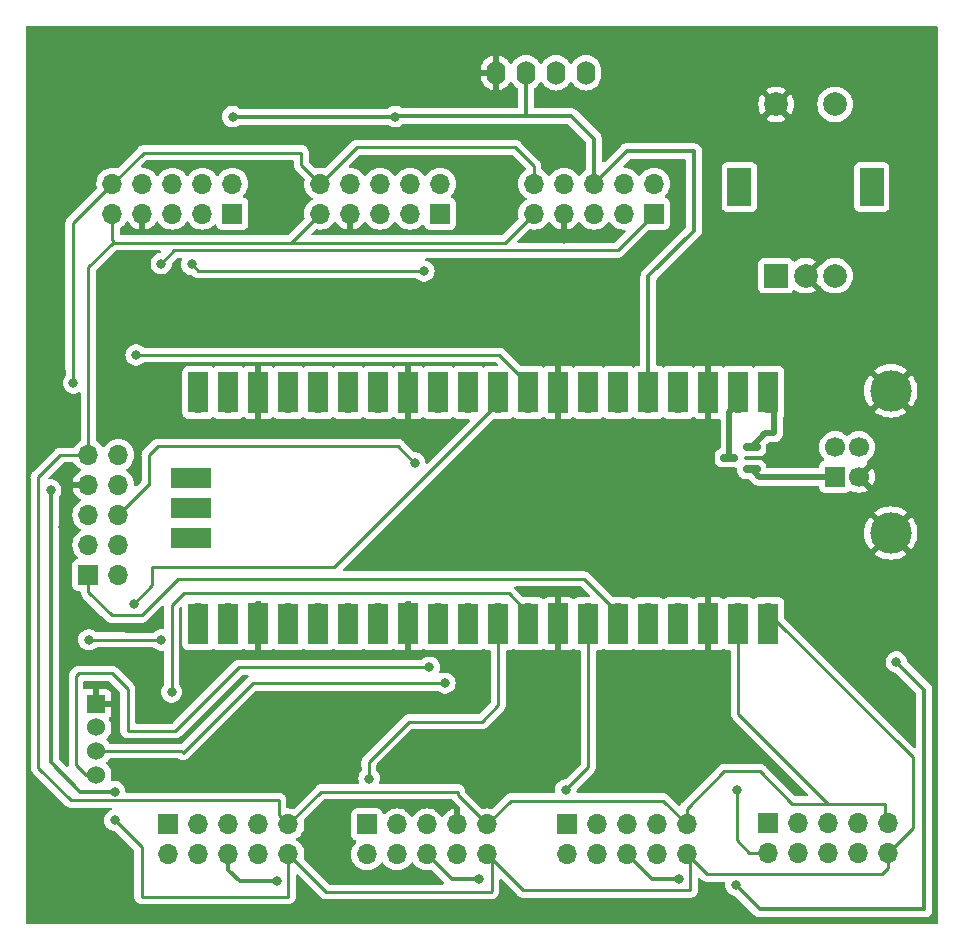
<source format=gbl>
G04 #@! TF.GenerationSoftware,KiCad,Pcbnew,7.0.7*
G04 #@! TF.CreationDate,2024-03-19T17:37:58+01:00*
G04 #@! TF.ProjectId,Main_board,4d61696e-5f62-46f6-9172-642e6b696361,rev?*
G04 #@! TF.SameCoordinates,Original*
G04 #@! TF.FileFunction,Copper,L2,Bot*
G04 #@! TF.FilePolarity,Positive*
%FSLAX46Y46*%
G04 Gerber Fmt 4.6, Leading zero omitted, Abs format (unit mm)*
G04 Created by KiCad (PCBNEW 7.0.7) date 2024-03-19 17:37:58*
%MOMM*%
%LPD*%
G01*
G04 APERTURE LIST*
G04 Aperture macros list*
%AMRoundRect*
0 Rectangle with rounded corners*
0 $1 Rounding radius*
0 $2 $3 $4 $5 $6 $7 $8 $9 X,Y pos of 4 corners*
0 Add a 4 corners polygon primitive as box body*
4,1,4,$2,$3,$4,$5,$6,$7,$8,$9,$2,$3,0*
0 Add four circle primitives for the rounded corners*
1,1,$1+$1,$2,$3*
1,1,$1+$1,$4,$5*
1,1,$1+$1,$6,$7*
1,1,$1+$1,$8,$9*
0 Add four rect primitives between the rounded corners*
20,1,$1+$1,$2,$3,$4,$5,0*
20,1,$1+$1,$4,$5,$6,$7,0*
20,1,$1+$1,$6,$7,$8,$9,0*
20,1,$1+$1,$8,$9,$2,$3,0*%
G04 Aperture macros list end*
G04 #@! TA.AperFunction,ComponentPad*
%ADD10R,1.524000X1.524000*%
G04 #@! TD*
G04 #@! TA.AperFunction,ComponentPad*
%ADD11C,1.524000*%
G04 #@! TD*
G04 #@! TA.AperFunction,SMDPad,CuDef*
%ADD12R,3.500000X1.700000*%
G04 #@! TD*
G04 #@! TA.AperFunction,ComponentPad*
%ADD13O,1.700000X1.700000*%
G04 #@! TD*
G04 #@! TA.AperFunction,ComponentPad*
%ADD14R,1.700000X1.700000*%
G04 #@! TD*
G04 #@! TA.AperFunction,SMDPad,CuDef*
%ADD15R,1.700000X3.500000*%
G04 #@! TD*
G04 #@! TA.AperFunction,ComponentPad*
%ADD16O,1.600000X2.000000*%
G04 #@! TD*
G04 #@! TA.AperFunction,SMDPad,CuDef*
%ADD17RoundRect,0.150000X0.587500X0.150000X-0.587500X0.150000X-0.587500X-0.150000X0.587500X-0.150000X0*%
G04 #@! TD*
G04 #@! TA.AperFunction,ComponentPad*
%ADD18C,3.500000*%
G04 #@! TD*
G04 #@! TA.AperFunction,ComponentPad*
%ADD19C,1.700000*%
G04 #@! TD*
G04 #@! TA.AperFunction,ComponentPad*
%ADD20R,2.000000X2.000000*%
G04 #@! TD*
G04 #@! TA.AperFunction,ComponentPad*
%ADD21C,2.000000*%
G04 #@! TD*
G04 #@! TA.AperFunction,ComponentPad*
%ADD22R,2.000000X3.200000*%
G04 #@! TD*
G04 #@! TA.AperFunction,ViaPad*
%ADD23C,0.800000*%
G04 #@! TD*
G04 #@! TA.AperFunction,Conductor*
%ADD24C,0.350000*%
G04 #@! TD*
G04 #@! TA.AperFunction,Conductor*
%ADD25C,0.250000*%
G04 #@! TD*
G04 #@! TA.AperFunction,Conductor*
%ADD26C,0.500000*%
G04 #@! TD*
G04 APERTURE END LIST*
D10*
X74781900Y-175526300D03*
D11*
X74781900Y-177526300D03*
X74781900Y-179526300D03*
X74781900Y-181526300D03*
D12*
X82746600Y-156413200D03*
D13*
X83646600Y-156413200D03*
D12*
X82746600Y-158953200D03*
D14*
X83646600Y-158953200D03*
D13*
X83646600Y-161493200D03*
D12*
X82746600Y-161493200D03*
D15*
X131676600Y-149163200D03*
D13*
X131676600Y-150063200D03*
X129136600Y-150063200D03*
D15*
X129136600Y-149163200D03*
D14*
X126596600Y-150063200D03*
D15*
X126596600Y-149163200D03*
D13*
X124056600Y-150063200D03*
D15*
X124056600Y-149163200D03*
X121516600Y-149163200D03*
D13*
X121516600Y-150063200D03*
X118976600Y-150063200D03*
D15*
X118976600Y-149163200D03*
D13*
X116436600Y-150063200D03*
D15*
X116436600Y-149163200D03*
D14*
X113896600Y-150063200D03*
D15*
X113896600Y-149163200D03*
X111356600Y-149163200D03*
D13*
X111356600Y-150063200D03*
D15*
X108816600Y-149163200D03*
D13*
X108816600Y-150063200D03*
X106276600Y-150063200D03*
D15*
X106276600Y-149163200D03*
X103736600Y-149163200D03*
D13*
X103736600Y-150063200D03*
D15*
X101196600Y-149163200D03*
D14*
X101196600Y-150063200D03*
D15*
X98656600Y-149163200D03*
D13*
X98656600Y-150063200D03*
X96116600Y-150063200D03*
D15*
X96116600Y-149163200D03*
D13*
X93576600Y-150063200D03*
D15*
X93576600Y-149163200D03*
X91036600Y-149163200D03*
D13*
X91036600Y-150063200D03*
D14*
X88496600Y-150063200D03*
D15*
X88496600Y-149163200D03*
D13*
X85956600Y-150063200D03*
D15*
X85956600Y-149163200D03*
D13*
X83416600Y-150063200D03*
D15*
X83416600Y-149163200D03*
D13*
X83416600Y-167843200D03*
D15*
X83416600Y-168743200D03*
X85956600Y-168743200D03*
D13*
X85956600Y-167843200D03*
D14*
X88496600Y-167843200D03*
D15*
X88496600Y-168743200D03*
D13*
X91036600Y-167843200D03*
D15*
X91036600Y-168743200D03*
D13*
X93576600Y-167843200D03*
D15*
X93576600Y-168743200D03*
X96116600Y-168743200D03*
D13*
X96116600Y-167843200D03*
X98656600Y-167843200D03*
D15*
X98656600Y-168743200D03*
X101196600Y-168743200D03*
D14*
X101196600Y-167843200D03*
D15*
X103736600Y-168743200D03*
D13*
X103736600Y-167843200D03*
X106276600Y-167843200D03*
D15*
X106276600Y-168743200D03*
X108816600Y-168743200D03*
D13*
X108816600Y-167843200D03*
X111356600Y-167843200D03*
D15*
X111356600Y-168743200D03*
X113896600Y-168743200D03*
D14*
X113896600Y-167843200D03*
D13*
X116436600Y-167843200D03*
D15*
X116436600Y-168743200D03*
X118976600Y-168743200D03*
D13*
X118976600Y-167843200D03*
D15*
X121516600Y-168743200D03*
D13*
X121516600Y-167843200D03*
D15*
X124056600Y-168743200D03*
D13*
X124056600Y-167843200D03*
D14*
X126596600Y-167843200D03*
D15*
X126596600Y-168743200D03*
X129136600Y-168743200D03*
D13*
X129136600Y-167843200D03*
D15*
X131676600Y-168743200D03*
D13*
X131676600Y-167843200D03*
X111836200Y-131495800D03*
X111836200Y-134035800D03*
X114376200Y-131495800D03*
X114376200Y-134035800D03*
X116916200Y-131495800D03*
X116916200Y-134035800D03*
X119456200Y-131495800D03*
X119456200Y-134035800D03*
X121996200Y-131495800D03*
D14*
X121996200Y-134035800D03*
D16*
X116228000Y-122100600D03*
X113688000Y-122100600D03*
X108608000Y-122100600D03*
X111148000Y-122100600D03*
D17*
X130248900Y-153761400D03*
X130248900Y-155661400D03*
X128373900Y-154711400D03*
D18*
X142036800Y-149034300D03*
X142036800Y-161074300D03*
D19*
X139326800Y-156304300D03*
X139326800Y-153804300D03*
X137326800Y-153804300D03*
D14*
X137326800Y-156304300D03*
D13*
X91038600Y-188280200D03*
X91038600Y-185740200D03*
X88498600Y-188280200D03*
X88498600Y-185740200D03*
X85958600Y-188280200D03*
X85958600Y-185740200D03*
X83418600Y-188280200D03*
X83418600Y-185740200D03*
X80878600Y-188280200D03*
D14*
X80878600Y-185740200D03*
D20*
X132323200Y-139279200D03*
D21*
X137323200Y-139279200D03*
X134823200Y-139279200D03*
D22*
X129223200Y-131779200D03*
X140423200Y-131779200D03*
D21*
X137323200Y-124779200D03*
X132323200Y-124779200D03*
D14*
X97693400Y-185740200D03*
D13*
X97693400Y-188280200D03*
X100233400Y-185740200D03*
X100233400Y-188280200D03*
X102773400Y-185740200D03*
X102773400Y-188280200D03*
X105313400Y-185740200D03*
X105313400Y-188280200D03*
X107853400Y-185740200D03*
X107853400Y-188280200D03*
X141833600Y-188137800D03*
X141833600Y-185597800D03*
X139293600Y-188137800D03*
X139293600Y-185597800D03*
X136753600Y-188137800D03*
X136753600Y-185597800D03*
X134213600Y-188137800D03*
X134213600Y-185597800D03*
X131673600Y-188137800D03*
D14*
X131673600Y-185597800D03*
D13*
X76123800Y-131495800D03*
X76123800Y-134035800D03*
X78663800Y-131495800D03*
X78663800Y-134035800D03*
X81203800Y-131495800D03*
X81203800Y-134035800D03*
X83743800Y-131495800D03*
X83743800Y-134035800D03*
X86283800Y-131495800D03*
D14*
X86283800Y-134035800D03*
X74091800Y-164617400D03*
D13*
X76631800Y-164617400D03*
X74091800Y-162077400D03*
X76631800Y-162077400D03*
X74091800Y-159537400D03*
X76631800Y-159537400D03*
X74091800Y-156997400D03*
X76631800Y-156997400D03*
X74091800Y-154457400D03*
X76631800Y-154457400D03*
D14*
X114604800Y-185724800D03*
D13*
X114604800Y-188264800D03*
X117144800Y-185724800D03*
X117144800Y-188264800D03*
X119684800Y-185724800D03*
X119684800Y-188264800D03*
X122224800Y-185724800D03*
X122224800Y-188264800D03*
X124764800Y-185724800D03*
X124764800Y-188264800D03*
X93726000Y-131495800D03*
X93726000Y-134035800D03*
X96266000Y-131495800D03*
X96266000Y-134035800D03*
X98806000Y-131495800D03*
X98806000Y-134035800D03*
X101346000Y-131495800D03*
X101346000Y-134035800D03*
X103886000Y-131495800D03*
D14*
X103886000Y-134035800D03*
D23*
X74193400Y-168046400D03*
X71932800Y-160528000D03*
X70916800Y-157429200D03*
X72821800Y-148361400D03*
X101727000Y-155117800D03*
X133934200Y-142214600D03*
X141147800Y-141554200D03*
X124891800Y-139471400D03*
X135255000Y-121285000D03*
X142646400Y-155092400D03*
X139395200Y-165963600D03*
X138074400Y-171170600D03*
X122072400Y-177292000D03*
X121234200Y-182194200D03*
X86664800Y-193268600D03*
X72263000Y-192303400D03*
X76428600Y-171678600D03*
X88747600Y-181660800D03*
X95300800Y-184073800D03*
X94056200Y-187756800D03*
X105918000Y-193471800D03*
X93472000Y-178308000D03*
X84582000Y-172135800D03*
X106654600Y-175361600D03*
X111328200Y-175895000D03*
X103555800Y-161925000D03*
X110363000Y-158902400D03*
X102387400Y-152755600D03*
X89509600Y-152044400D03*
X77343000Y-150037800D03*
X71729600Y-141706600D03*
X75768200Y-144322800D03*
X77622400Y-139674600D03*
X83235800Y-140919200D03*
X91643200Y-143687800D03*
X114401600Y-136169400D03*
X116408200Y-139369800D03*
X122910600Y-125882400D03*
X103682800Y-121945400D03*
X93599000Y-127939800D03*
X75793600Y-120853200D03*
X88493600Y-122402600D03*
X74142600Y-170103800D03*
X80238600Y-170129200D03*
X78130400Y-145999200D03*
X77952600Y-167055800D03*
X129006600Y-182829200D03*
X142494000Y-171983400D03*
X128905000Y-190881000D03*
X90068400Y-190525400D03*
X107188000Y-190373000D03*
X124129800Y-190398400D03*
X86309200Y-125806200D03*
X100076000Y-125806200D03*
X102971600Y-172440600D03*
X104292400Y-173786800D03*
X114528600Y-182803800D03*
X81153000Y-174523400D03*
X97866200Y-181864000D03*
X102514400Y-138887200D03*
X82854800Y-138328400D03*
X80264000Y-138252200D03*
X76327000Y-185394600D03*
X76327000Y-182968300D03*
D24*
X73392700Y-182968300D02*
X76327000Y-182968300D01*
X70916800Y-180492400D02*
X73392700Y-182968300D01*
X70916800Y-157429200D02*
X70916800Y-180492400D01*
D25*
X90220800Y-184922400D02*
X91038600Y-185740200D01*
X90220800Y-183692800D02*
X90220800Y-184922400D01*
X72618600Y-183692800D02*
X90220800Y-183692800D01*
X69824600Y-156362400D02*
X69850000Y-156387800D01*
X69850000Y-180924200D02*
X72618600Y-183692800D01*
X71729600Y-154457400D02*
X69824600Y-156362400D01*
X74091800Y-154457400D02*
X71729600Y-154457400D01*
X69850000Y-156387800D02*
X69850000Y-180924200D01*
X72821800Y-148361400D02*
X72784800Y-148373000D01*
X72784800Y-146685000D02*
X72821800Y-148361400D01*
X72784800Y-134834800D02*
X72784800Y-146685000D01*
X76123800Y-131495800D02*
X72784800Y-134834800D01*
X101727000Y-155143200D02*
X101777800Y-155194000D01*
X101727000Y-155117800D02*
X101727000Y-155143200D01*
X101701600Y-155117800D02*
X101727000Y-155117800D01*
X100304600Y-153720800D02*
X101701600Y-155117800D01*
X79984600Y-153720800D02*
X100304600Y-153720800D01*
X79222600Y-154482800D02*
X79984600Y-153720800D01*
X79146400Y-157022800D02*
X79222600Y-157022800D01*
X79222600Y-157022800D02*
X79222600Y-154482800D01*
X76631800Y-159537400D02*
X79146400Y-157022800D01*
X74142600Y-170103800D02*
X74117200Y-170129200D01*
X80238600Y-170129200D02*
X74142600Y-170103800D01*
X78130400Y-145999200D02*
X78155800Y-145999200D01*
X111356600Y-148453200D02*
X108902600Y-145999200D01*
X111356600Y-150063200D02*
X111356600Y-148453200D01*
X108902600Y-145999200D02*
X78130400Y-145999200D01*
X74091800Y-166065200D02*
X74091800Y-164617400D01*
X81711800Y-164947600D02*
X78613000Y-168046400D01*
X78613000Y-168046400D02*
X76073000Y-168046400D01*
X76073000Y-168046400D02*
X74091800Y-166065200D01*
X116081000Y-164947600D02*
X81711800Y-164947600D01*
X118976600Y-167843200D02*
X116081000Y-164947600D01*
X79502000Y-165506400D02*
X77952600Y-167055800D01*
X79502000Y-163931600D02*
X79502000Y-165506400D01*
X109680200Y-166166800D02*
X111356600Y-167843200D01*
X82169000Y-166166800D02*
X109680200Y-166166800D01*
X81153000Y-167182800D02*
X82169000Y-166166800D01*
X81153000Y-174523400D02*
X81153000Y-167182800D01*
X94922800Y-163957000D02*
X79502000Y-163931600D01*
X108816600Y-150063200D02*
X94922800Y-163957000D01*
X129006600Y-187096400D02*
X130048000Y-188137800D01*
X130048000Y-188137800D02*
X131673600Y-188137800D01*
X129006600Y-182829200D02*
X129006600Y-187096400D01*
X133680200Y-183972200D02*
X136728200Y-183972200D01*
X127939800Y-181229000D02*
X130937000Y-181229000D01*
X130937000Y-181229000D02*
X133680200Y-183972200D01*
X124764800Y-184404000D02*
X127939800Y-181229000D01*
X124764800Y-185724800D02*
X124764800Y-184404000D01*
D24*
X144881600Y-174371000D02*
X142494000Y-171983400D01*
X128905000Y-190881000D02*
X130962400Y-192938400D01*
X130962400Y-192938400D02*
X144881600Y-192938400D01*
X144881600Y-192938400D02*
X144881600Y-174371000D01*
D25*
X141833600Y-189433200D02*
X141833600Y-188137800D01*
X124764800Y-188264800D02*
X126466600Y-189966600D01*
X126466600Y-189966600D02*
X141300200Y-189966600D01*
X141300200Y-189966600D02*
X141833600Y-189433200D01*
D24*
X85958600Y-189590600D02*
X85958600Y-188280200D01*
X86893400Y-190525400D02*
X85958600Y-189590600D01*
X90068400Y-190525400D02*
X86893400Y-190525400D01*
D25*
X91038600Y-191846200D02*
X91038600Y-188280200D01*
X78613000Y-187680600D02*
X78613000Y-191846200D01*
X78613000Y-191846200D02*
X91038600Y-191846200D01*
X76327000Y-185394600D02*
X78613000Y-187680600D01*
D24*
X104866200Y-190373000D02*
X102773400Y-188280200D01*
X107188000Y-190373000D02*
X104866200Y-190373000D01*
D25*
X108254800Y-188681600D02*
X107853400Y-188280200D01*
X108178600Y-191465200D02*
X108254800Y-191389000D01*
X108254800Y-191389000D02*
X108254800Y-188681600D01*
X94223600Y-191465200D02*
X108178600Y-191465200D01*
X91038600Y-188280200D02*
X94223600Y-191465200D01*
D24*
X121818400Y-190398400D02*
X119684800Y-188264800D01*
X124129800Y-190398400D02*
X121818400Y-190398400D01*
D25*
X125069600Y-188569600D02*
X124764800Y-188264800D01*
X125069600Y-191312800D02*
X125069600Y-188569600D01*
X110886000Y-191312800D02*
X125069600Y-191312800D01*
X107853400Y-188280200D02*
X110886000Y-191312800D01*
D24*
X86309200Y-125806200D02*
X86360000Y-125806200D01*
X100076000Y-125806200D02*
X86309200Y-125806200D01*
X100101400Y-125780800D02*
X111074200Y-125780800D01*
X100076000Y-125806200D02*
X100101400Y-125780800D01*
X100050600Y-125780800D02*
X100076000Y-125806200D01*
X111148000Y-122100600D02*
X111148000Y-125707000D01*
X111074200Y-125780800D02*
X114985800Y-125780800D01*
X99999800Y-125780800D02*
X100050600Y-125780800D01*
X111148000Y-125707000D02*
X111074200Y-125780800D01*
X116916200Y-127711200D02*
X116916200Y-131495800D01*
X114985800Y-125780800D02*
X116916200Y-127711200D01*
D25*
X111836200Y-130022600D02*
X111836200Y-131495800D01*
X110236000Y-128422400D02*
X111836200Y-130022600D01*
X93726000Y-131495800D02*
X96799400Y-128422400D01*
X96799400Y-128422400D02*
X110236000Y-128422400D01*
X73050400Y-180695600D02*
X73881100Y-181526300D01*
X73050400Y-180467000D02*
X73050400Y-180695600D01*
X73881100Y-181526300D02*
X74781900Y-181526300D01*
X73050400Y-180467000D02*
X73050400Y-180644800D01*
X73050400Y-173177200D02*
X73050400Y-180467000D01*
X73279000Y-172948600D02*
X73050400Y-173177200D01*
X76098400Y-172948600D02*
X73279000Y-172948600D01*
X77419200Y-174269400D02*
X76098400Y-172948600D01*
X77419200Y-177825400D02*
X77419200Y-174269400D01*
X81457800Y-177825400D02*
X77419200Y-177825400D01*
X86842600Y-172440600D02*
X81457800Y-177825400D01*
X102971600Y-172440600D02*
X86842600Y-172440600D01*
X82015700Y-179526300D02*
X74781900Y-179526300D01*
X82143600Y-179654200D02*
X82015700Y-179526300D01*
X88011000Y-173786800D02*
X82143600Y-179654200D01*
X104292400Y-173786800D02*
X88011000Y-173786800D01*
X124056600Y-167843200D02*
X124056600Y-169338800D01*
X97840800Y-180429000D02*
X97866200Y-181864000D01*
X107416600Y-177038000D02*
X101231800Y-177038000D01*
X101231800Y-177038000D02*
X97840800Y-180429000D01*
X108816600Y-167843200D02*
X108816600Y-175638000D01*
X108816600Y-175638000D02*
X107416600Y-177038000D01*
X114503200Y-182803800D02*
X114503200Y-182803800D01*
X114528600Y-182803800D02*
X114503200Y-182803800D01*
X114528600Y-182778400D02*
X114528600Y-182803800D01*
X116436600Y-180870400D02*
X114528600Y-182778400D01*
X116436600Y-167843200D02*
X116436600Y-180870400D01*
X97866200Y-181864000D02*
X97840800Y-181838600D01*
X83413600Y-138887200D02*
X82854800Y-138328400D01*
X102514400Y-138887200D02*
X83413600Y-138887200D01*
X81381600Y-137134600D02*
X118897400Y-137134600D01*
X80264000Y-138252200D02*
X81381600Y-137134600D01*
X118897400Y-137134600D02*
X121996200Y-134035800D01*
D24*
X76238700Y-182880000D02*
X76327000Y-182968300D01*
X76327000Y-182968300D02*
X76327000Y-182829200D01*
X119659400Y-128752600D02*
X116916200Y-131495800D01*
X125374400Y-128752600D02*
X119659400Y-128752600D01*
X125374400Y-135458200D02*
X125374400Y-128752600D01*
X121516600Y-150063200D02*
X121516600Y-139316000D01*
X121516600Y-139316000D02*
X125374400Y-135458200D01*
D25*
X143891000Y-180057600D02*
X131676600Y-167843200D01*
X143891000Y-186080400D02*
X143891000Y-180057600D01*
X141833600Y-188137800D02*
X143891000Y-186080400D01*
X129136600Y-167843200D02*
X129136600Y-176380600D01*
X129136600Y-176380600D02*
X136728200Y-183972200D01*
X136728200Y-183972200D02*
X141503400Y-183972200D01*
X92125800Y-129895600D02*
X93726000Y-131495800D01*
X92125800Y-128854200D02*
X92125800Y-129895600D01*
X78765400Y-128854200D02*
X92125800Y-128854200D01*
X76123800Y-131495800D02*
X78765400Y-128854200D01*
X111836200Y-134035800D02*
X109385100Y-136486900D01*
X109385100Y-136486900D02*
X91274900Y-136486900D01*
X91274900Y-136486900D02*
X76187300Y-136486900D01*
X93726000Y-134035800D02*
X91274900Y-136486900D01*
X74091800Y-138582400D02*
X76187300Y-136486900D01*
X76187300Y-136486900D02*
X76276200Y-136398000D01*
X76276200Y-136398000D02*
X76123800Y-136245600D01*
X76123800Y-136245600D02*
X76123800Y-134035800D01*
X74091800Y-154457400D02*
X74091800Y-138582400D01*
X122758200Y-183718200D02*
X124764800Y-185724800D01*
X107853400Y-185740200D02*
X109875400Y-183718200D01*
X109875400Y-183718200D02*
X122758200Y-183718200D01*
X124764800Y-185674000D02*
X124764800Y-185724800D01*
X141503400Y-185267600D02*
X141833600Y-185597800D01*
X141503400Y-183972200D02*
X141503400Y-185267600D01*
X105359200Y-183246000D02*
X107853400Y-185740200D01*
X105359200Y-182956200D02*
X105359200Y-183246000D01*
X93822600Y-182956200D02*
X105359200Y-182956200D01*
X91038600Y-185740200D02*
X93822600Y-182956200D01*
D26*
X132130800Y-150517400D02*
X131676600Y-150063200D01*
X131381700Y-152628600D02*
X132130800Y-152628600D01*
X130248900Y-153761400D02*
X131381700Y-152628600D01*
X132130800Y-152628600D02*
X132130800Y-150517400D01*
X128373900Y-150825900D02*
X129136600Y-150063200D01*
X128373900Y-154711400D02*
X128373900Y-150825900D01*
X130891800Y-156304300D02*
X130248900Y-155661400D01*
X137326800Y-156304300D02*
X130891800Y-156304300D01*
G04 #@! TA.AperFunction,Conductor*
G36*
X104827979Y-183601385D02*
G01*
X104858919Y-183629699D01*
X104861030Y-183632421D01*
X104875190Y-183646580D01*
X104887828Y-183661376D01*
X104899605Y-183677586D01*
X104899606Y-183677587D01*
X104935509Y-183707288D01*
X104939820Y-183711210D01*
X105240396Y-184011786D01*
X105527081Y-184298471D01*
X105560566Y-184359794D01*
X105563400Y-184386152D01*
X105563400Y-185127898D01*
X105543715Y-185194937D01*
X105490911Y-185240692D01*
X105421755Y-185250636D01*
X105349166Y-185240200D01*
X105349163Y-185240200D01*
X105277637Y-185240200D01*
X105277633Y-185240200D01*
X105205045Y-185250636D01*
X105135887Y-185240692D01*
X105083084Y-185194936D01*
X105063400Y-185127898D01*
X105063400Y-184409564D01*
X105063399Y-184409564D01*
X104849913Y-184466767D01*
X104849907Y-184466770D01*
X104635822Y-184566599D01*
X104635820Y-184566600D01*
X104442326Y-184702086D01*
X104442320Y-184702091D01*
X104275291Y-184869120D01*
X104275290Y-184869122D01*
X104145280Y-185054795D01*
X104090703Y-185098419D01*
X104021204Y-185105612D01*
X103958850Y-185074090D01*
X103942130Y-185054794D01*
X103811894Y-184868797D01*
X103644802Y-184701706D01*
X103644795Y-184701701D01*
X103642261Y-184699927D01*
X103567918Y-184647871D01*
X103451234Y-184566167D01*
X103451230Y-184566165D01*
X103418205Y-184550765D01*
X103237063Y-184466297D01*
X103237059Y-184466296D01*
X103237055Y-184466294D01*
X103008813Y-184405138D01*
X103008803Y-184405136D01*
X102773401Y-184384541D01*
X102773399Y-184384541D01*
X102537996Y-184405136D01*
X102537986Y-184405138D01*
X102309744Y-184466294D01*
X102309735Y-184466298D01*
X102095571Y-184566164D01*
X102095569Y-184566165D01*
X101901997Y-184701705D01*
X101734905Y-184868797D01*
X101604975Y-185054358D01*
X101550398Y-185097983D01*
X101480900Y-185105177D01*
X101418545Y-185073654D01*
X101401825Y-185054358D01*
X101271894Y-184868797D01*
X101104802Y-184701706D01*
X101104795Y-184701701D01*
X101102261Y-184699927D01*
X101027918Y-184647871D01*
X100911234Y-184566167D01*
X100911230Y-184566165D01*
X100878205Y-184550765D01*
X100697063Y-184466297D01*
X100697059Y-184466296D01*
X100697055Y-184466294D01*
X100468813Y-184405138D01*
X100468803Y-184405136D01*
X100233401Y-184384541D01*
X100233399Y-184384541D01*
X99997996Y-184405136D01*
X99997986Y-184405138D01*
X99769744Y-184466294D01*
X99769735Y-184466298D01*
X99555571Y-184566164D01*
X99555569Y-184566165D01*
X99362000Y-184701703D01*
X99240073Y-184823630D01*
X99178750Y-184857114D01*
X99109058Y-184852130D01*
X99053125Y-184810258D01*
X99036210Y-184779281D01*
X98987197Y-184647871D01*
X98987192Y-184647862D01*
X98900947Y-184532655D01*
X98900944Y-184532652D01*
X98785735Y-184446406D01*
X98785728Y-184446402D01*
X98650882Y-184396108D01*
X98650883Y-184396108D01*
X98591283Y-184389701D01*
X98591281Y-184389700D01*
X98591273Y-184389700D01*
X98591264Y-184389700D01*
X96795529Y-184389700D01*
X96795523Y-184389701D01*
X96735916Y-184396108D01*
X96601071Y-184446402D01*
X96601064Y-184446406D01*
X96485855Y-184532652D01*
X96485852Y-184532655D01*
X96399608Y-184647862D01*
X96399602Y-184647871D01*
X96349308Y-184782717D01*
X96342901Y-184842316D01*
X96342900Y-184842335D01*
X96342900Y-186638070D01*
X96342901Y-186638076D01*
X96349308Y-186697683D01*
X96399602Y-186832528D01*
X96399606Y-186832535D01*
X96485852Y-186947744D01*
X96485855Y-186947747D01*
X96601064Y-187033993D01*
X96601071Y-187033997D01*
X96732481Y-187083010D01*
X96788415Y-187124881D01*
X96812832Y-187190345D01*
X96797980Y-187258618D01*
X96776830Y-187286873D01*
X96654903Y-187408800D01*
X96519365Y-187602369D01*
X96519364Y-187602371D01*
X96419498Y-187816535D01*
X96419494Y-187816544D01*
X96358338Y-188044786D01*
X96358336Y-188044796D01*
X96337741Y-188280199D01*
X96337741Y-188280200D01*
X96358336Y-188515603D01*
X96358338Y-188515613D01*
X96419494Y-188743855D01*
X96419496Y-188743859D01*
X96419497Y-188743863D01*
X96453218Y-188816177D01*
X96519365Y-188958030D01*
X96519367Y-188958034D01*
X96555195Y-189009201D01*
X96654905Y-189151601D01*
X96821999Y-189318695D01*
X96853997Y-189341100D01*
X97015565Y-189454232D01*
X97015567Y-189454233D01*
X97015570Y-189454235D01*
X97229737Y-189554103D01*
X97229743Y-189554104D01*
X97229744Y-189554105D01*
X97282811Y-189568324D01*
X97457992Y-189615263D01*
X97645646Y-189631681D01*
X97693399Y-189635859D01*
X97693400Y-189635859D01*
X97693401Y-189635859D01*
X97738685Y-189631897D01*
X97928808Y-189615263D01*
X98157063Y-189554103D01*
X98371230Y-189454235D01*
X98564801Y-189318695D01*
X98731895Y-189151601D01*
X98861826Y-188966040D01*
X98916401Y-188922417D01*
X98985899Y-188915223D01*
X99048254Y-188946746D01*
X99064974Y-188966041D01*
X99194905Y-189151601D01*
X99361999Y-189318695D01*
X99393997Y-189341100D01*
X99555565Y-189454232D01*
X99555567Y-189454233D01*
X99555570Y-189454235D01*
X99769737Y-189554103D01*
X99769743Y-189554104D01*
X99769744Y-189554105D01*
X99822811Y-189568324D01*
X99997992Y-189615263D01*
X100185646Y-189631681D01*
X100233399Y-189635859D01*
X100233400Y-189635859D01*
X100233401Y-189635859D01*
X100278685Y-189631897D01*
X100468808Y-189615263D01*
X100697063Y-189554103D01*
X100911230Y-189454235D01*
X101104801Y-189318695D01*
X101271895Y-189151601D01*
X101401826Y-188966041D01*
X101456402Y-188922417D01*
X101525900Y-188915223D01*
X101588255Y-188946746D01*
X101604975Y-188966042D01*
X101734900Y-189151595D01*
X101734905Y-189151601D01*
X101901999Y-189318695D01*
X101933997Y-189341100D01*
X102095565Y-189454232D01*
X102095567Y-189454233D01*
X102095570Y-189454235D01*
X102309737Y-189554103D01*
X102309743Y-189554104D01*
X102309744Y-189554105D01*
X102362811Y-189568324D01*
X102537992Y-189615263D01*
X102725646Y-189631681D01*
X102773399Y-189635859D01*
X102773400Y-189635859D01*
X102773401Y-189635859D01*
X102792339Y-189634201D01*
X103008808Y-189615263D01*
X103031827Y-189609095D01*
X103053503Y-189603287D01*
X103123353Y-189604948D01*
X103173279Y-189635380D01*
X104165918Y-190628019D01*
X104199403Y-190689342D01*
X104194419Y-190759034D01*
X104152547Y-190814967D01*
X104087083Y-190839384D01*
X104078237Y-190839700D01*
X94534053Y-190839700D01*
X94467014Y-190820015D01*
X94446372Y-190803381D01*
X92378837Y-188735846D01*
X92345352Y-188674523D01*
X92346742Y-188616076D01*
X92373663Y-188515608D01*
X92394259Y-188280200D01*
X92373663Y-188044792D01*
X92312503Y-187816537D01*
X92212635Y-187602371D01*
X92209753Y-187598254D01*
X92077094Y-187408797D01*
X91910002Y-187241706D01*
X91909996Y-187241701D01*
X91724442Y-187111775D01*
X91680817Y-187057198D01*
X91673623Y-186987700D01*
X91705146Y-186925345D01*
X91724442Y-186908625D01*
X91751048Y-186889995D01*
X91910001Y-186778695D01*
X92077095Y-186611601D01*
X92212635Y-186418030D01*
X92312503Y-186203863D01*
X92373663Y-185975608D01*
X92394259Y-185740200D01*
X92373663Y-185504792D01*
X92346742Y-185404325D01*
X92348406Y-185334476D01*
X92378835Y-185284553D01*
X94045370Y-183618019D01*
X94106694Y-183584534D01*
X94133052Y-183581700D01*
X104760940Y-183581700D01*
X104827979Y-183601385D01*
G37*
G04 #@! TD.AperFunction*
G04 #@! TA.AperFunction,Conductor*
G36*
X114074112Y-168352809D02*
G01*
X114126916Y-168398564D01*
X114146600Y-168465603D01*
X114146600Y-170993200D01*
X114794428Y-170993200D01*
X114794444Y-170993199D01*
X114853972Y-170986798D01*
X114853979Y-170986796D01*
X114988686Y-170936554D01*
X114988689Y-170936552D01*
X115091871Y-170859310D01*
X115157335Y-170834892D01*
X115225608Y-170849743D01*
X115240488Y-170859305D01*
X115343676Y-170936552D01*
X115344268Y-170936995D01*
X115344271Y-170936997D01*
X115389218Y-170953760D01*
X115479117Y-170987291D01*
X115538727Y-170993700D01*
X115687100Y-170993699D01*
X115754139Y-171013383D01*
X115799894Y-171066187D01*
X115811100Y-171117699D01*
X115811100Y-180559947D01*
X115791415Y-180626986D01*
X115774781Y-180647628D01*
X114555428Y-181866981D01*
X114494105Y-181900466D01*
X114467747Y-181903300D01*
X114433954Y-181903300D01*
X114401497Y-181910198D01*
X114248797Y-181942655D01*
X114248792Y-181942657D01*
X114075870Y-182019648D01*
X114075865Y-182019651D01*
X113922729Y-182130911D01*
X113796066Y-182271585D01*
X113701421Y-182435515D01*
X113701418Y-182435522D01*
X113646022Y-182606015D01*
X113642926Y-182615544D01*
X113623140Y-182803800D01*
X113639109Y-182955741D01*
X113626541Y-183024468D01*
X113578809Y-183075492D01*
X113515789Y-183092700D01*
X109958143Y-183092700D01*
X109942522Y-183090975D01*
X109942496Y-183091261D01*
X109934734Y-183090527D01*
X109934733Y-183090527D01*
X109865586Y-183092700D01*
X109836049Y-183092700D01*
X109829166Y-183093569D01*
X109823349Y-183094026D01*
X109776773Y-183095490D01*
X109757529Y-183101081D01*
X109738479Y-183105025D01*
X109718611Y-183107534D01*
X109675284Y-183124688D01*
X109669758Y-183126579D01*
X109625014Y-183139579D01*
X109625010Y-183139581D01*
X109607766Y-183149779D01*
X109590305Y-183158333D01*
X109571674Y-183165710D01*
X109571662Y-183165717D01*
X109533970Y-183193102D01*
X109529087Y-183196309D01*
X109488980Y-183220029D01*
X109474814Y-183234195D01*
X109460024Y-183246827D01*
X109443814Y-183258604D01*
X109443811Y-183258607D01*
X109414110Y-183294509D01*
X109410177Y-183298831D01*
X108309046Y-184399962D01*
X108247723Y-184433447D01*
X108189272Y-184432056D01*
X108088813Y-184405138D01*
X108088803Y-184405136D01*
X107853401Y-184384541D01*
X107853399Y-184384541D01*
X107617990Y-184405137D01*
X107617989Y-184405137D01*
X107517524Y-184432055D01*
X107447674Y-184430391D01*
X107397752Y-184399961D01*
X106021213Y-183023422D01*
X105987728Y-182962099D01*
X105985139Y-182943530D01*
X105984821Y-182938480D01*
X105984700Y-182934601D01*
X105984700Y-182916850D01*
X105982470Y-182899202D01*
X105982110Y-182895391D01*
X105978504Y-182838062D01*
X105975979Y-182830292D01*
X105970887Y-182807514D01*
X105969864Y-182799408D01*
X105948720Y-182746006D01*
X105947411Y-182742370D01*
X105929667Y-182687759D01*
X105925289Y-182680861D01*
X105914695Y-182660068D01*
X105911686Y-182652468D01*
X105877936Y-182606015D01*
X105875745Y-182602792D01*
X105873987Y-182600022D01*
X105844986Y-182554323D01*
X105839033Y-182548733D01*
X105823598Y-182531225D01*
X105818794Y-182524613D01*
X105818791Y-182524611D01*
X105818791Y-182524610D01*
X105774561Y-182488020D01*
X105771638Y-182485443D01*
X105729785Y-182446140D01*
X105729777Y-182446134D01*
X105722615Y-182442197D01*
X105703314Y-182429080D01*
X105697024Y-182423876D01*
X105645078Y-182399432D01*
X105641617Y-182397669D01*
X105591292Y-182370003D01*
X105591289Y-182370002D01*
X105591285Y-182370000D01*
X105583374Y-182367969D01*
X105561422Y-182360066D01*
X105554025Y-182356585D01*
X105554021Y-182356584D01*
X105497644Y-182345830D01*
X105493844Y-182344980D01*
X105438223Y-182330700D01*
X105438219Y-182330700D01*
X105430047Y-182330700D01*
X105406815Y-182328504D01*
X105398788Y-182326973D01*
X105398786Y-182326973D01*
X105389833Y-182327536D01*
X105341475Y-182330578D01*
X105337603Y-182330700D01*
X98832073Y-182330700D01*
X98765034Y-182311015D01*
X98719279Y-182258211D01*
X98709335Y-182189053D01*
X98714142Y-182168382D01*
X98734035Y-182107157D01*
X98751874Y-182052256D01*
X98771660Y-181864000D01*
X98751874Y-181675744D01*
X98693379Y-181495716D01*
X98598733Y-181331784D01*
X98511053Y-181234406D01*
X98480824Y-181171416D01*
X98479224Y-181153641D01*
X98471833Y-180736128D01*
X98490328Y-180668753D01*
X98508129Y-180646259D01*
X101454571Y-177699819D01*
X101515895Y-177666334D01*
X101542253Y-177663500D01*
X107333857Y-177663500D01*
X107349477Y-177665224D01*
X107349504Y-177664939D01*
X107357260Y-177665671D01*
X107357267Y-177665673D01*
X107426414Y-177663500D01*
X107455950Y-177663500D01*
X107462828Y-177662630D01*
X107468641Y-177662172D01*
X107515227Y-177660709D01*
X107534469Y-177655117D01*
X107553512Y-177651174D01*
X107573392Y-177648664D01*
X107616722Y-177631507D01*
X107622246Y-177629617D01*
X107625996Y-177628527D01*
X107666990Y-177616618D01*
X107684229Y-177606422D01*
X107701703Y-177597862D01*
X107720327Y-177590488D01*
X107720327Y-177590487D01*
X107720332Y-177590486D01*
X107758049Y-177563082D01*
X107762905Y-177559892D01*
X107803020Y-177536170D01*
X107817189Y-177521999D01*
X107831979Y-177509368D01*
X107848187Y-177497594D01*
X107877899Y-177461676D01*
X107881812Y-177457376D01*
X109200387Y-176138802D01*
X109212642Y-176128986D01*
X109212459Y-176128764D01*
X109218466Y-176123792D01*
X109218477Y-176123786D01*
X109249375Y-176090882D01*
X109265827Y-176073364D01*
X109276271Y-176062918D01*
X109286720Y-176052471D01*
X109290979Y-176046978D01*
X109294752Y-176042561D01*
X109326662Y-176008582D01*
X109336315Y-175991020D01*
X109346989Y-175974770D01*
X109359273Y-175958936D01*
X109377780Y-175916167D01*
X109380349Y-175910924D01*
X109402796Y-175870093D01*
X109402797Y-175870092D01*
X109407777Y-175850691D01*
X109414078Y-175832288D01*
X109422038Y-175813896D01*
X109429330Y-175767849D01*
X109430511Y-175762152D01*
X109436823Y-175737569D01*
X109442100Y-175717019D01*
X109442100Y-175696983D01*
X109443627Y-175677582D01*
X109446760Y-175657804D01*
X109442375Y-175611415D01*
X109442100Y-175605577D01*
X109442100Y-171117699D01*
X109461785Y-171050660D01*
X109514589Y-171004905D01*
X109566100Y-170993699D01*
X109714471Y-170993699D01*
X109714472Y-170993699D01*
X109774083Y-170987291D01*
X109908931Y-170936996D01*
X110012290Y-170859621D01*
X110077752Y-170835204D01*
X110146025Y-170850055D01*
X110160903Y-170859616D01*
X110263676Y-170936552D01*
X110264268Y-170936995D01*
X110264271Y-170936997D01*
X110399117Y-170987291D01*
X110399116Y-170987291D01*
X110406044Y-170988035D01*
X110458727Y-170993700D01*
X112254472Y-170993699D01*
X112314083Y-170987291D01*
X112448931Y-170936996D01*
X112552706Y-170859309D01*
X112618170Y-170834892D01*
X112686443Y-170849743D01*
X112701329Y-170859310D01*
X112804510Y-170936552D01*
X112804513Y-170936554D01*
X112939220Y-170986796D01*
X112939227Y-170986798D01*
X112998755Y-170993199D01*
X112998772Y-170993200D01*
X113646600Y-170993200D01*
X113646600Y-168993200D01*
X113646599Y-168465603D01*
X113666283Y-168398564D01*
X113719087Y-168352809D01*
X113788246Y-168342865D01*
X113860127Y-168353200D01*
X113860130Y-168353200D01*
X113933070Y-168353200D01*
X113933073Y-168353200D01*
X114004953Y-168342865D01*
X114074112Y-168352809D01*
G37*
G04 #@! TD.AperFunction*
G04 #@! TA.AperFunction,Conductor*
G36*
X72883612Y-155102585D02*
G01*
X72918148Y-155135777D01*
X73053301Y-155328796D01*
X73053306Y-155328802D01*
X73220397Y-155495893D01*
X73220403Y-155495898D01*
X73274983Y-155534115D01*
X73346781Y-155584389D01*
X73406394Y-155626130D01*
X73450019Y-155680707D01*
X73457213Y-155750205D01*
X73425690Y-155812560D01*
X73406395Y-155829280D01*
X73220722Y-155959290D01*
X73220720Y-155959291D01*
X73053691Y-156126320D01*
X73053686Y-156126326D01*
X72918200Y-156319820D01*
X72918199Y-156319822D01*
X72818370Y-156533907D01*
X72818367Y-156533913D01*
X72761164Y-156747399D01*
X72761164Y-156747400D01*
X73478453Y-156747400D01*
X73545492Y-156767085D01*
X73591247Y-156819889D01*
X73601191Y-156889047D01*
X73597431Y-156906333D01*
X73591800Y-156925511D01*
X73591800Y-157069289D01*
X73593326Y-157074485D01*
X73597431Y-157088467D01*
X73597430Y-157158336D01*
X73559655Y-157217114D01*
X73496099Y-157246138D01*
X73478453Y-157247400D01*
X72761164Y-157247400D01*
X72818367Y-157460886D01*
X72818370Y-157460892D01*
X72918199Y-157674978D01*
X73053694Y-157868482D01*
X73220717Y-158035505D01*
X73406395Y-158165519D01*
X73450019Y-158220096D01*
X73457212Y-158289595D01*
X73425690Y-158351949D01*
X73406395Y-158368669D01*
X73220394Y-158498908D01*
X73053305Y-158665997D01*
X72917765Y-158859569D01*
X72917764Y-158859571D01*
X72817898Y-159073735D01*
X72817894Y-159073744D01*
X72756738Y-159301986D01*
X72756736Y-159301996D01*
X72736141Y-159537399D01*
X72736141Y-159537400D01*
X72756736Y-159772803D01*
X72756738Y-159772813D01*
X72817894Y-160001055D01*
X72817896Y-160001059D01*
X72817897Y-160001063D01*
X72854498Y-160079554D01*
X72917765Y-160215230D01*
X72917767Y-160215234D01*
X73004162Y-160338618D01*
X73053301Y-160408796D01*
X73053306Y-160408802D01*
X73220397Y-160575893D01*
X73220403Y-160575898D01*
X73405958Y-160705825D01*
X73449583Y-160760402D01*
X73456777Y-160829900D01*
X73425254Y-160892255D01*
X73405958Y-160908975D01*
X73220397Y-161038905D01*
X73053305Y-161205997D01*
X72917765Y-161399569D01*
X72917764Y-161399571D01*
X72817898Y-161613735D01*
X72817894Y-161613744D01*
X72756738Y-161841986D01*
X72756736Y-161841996D01*
X72736141Y-162077399D01*
X72736141Y-162077400D01*
X72756736Y-162312803D01*
X72756738Y-162312813D01*
X72817894Y-162541055D01*
X72817896Y-162541059D01*
X72817897Y-162541063D01*
X72838633Y-162585531D01*
X72917765Y-162755230D01*
X72917767Y-162755234D01*
X72993347Y-162863172D01*
X73053301Y-162948796D01*
X73053306Y-162948802D01*
X73175230Y-163070726D01*
X73208715Y-163132049D01*
X73203731Y-163201741D01*
X73161859Y-163257674D01*
X73130883Y-163274589D01*
X72999469Y-163323603D01*
X72999464Y-163323606D01*
X72884255Y-163409852D01*
X72884252Y-163409855D01*
X72798006Y-163525064D01*
X72798002Y-163525071D01*
X72747708Y-163659917D01*
X72741301Y-163719516D01*
X72741300Y-163719535D01*
X72741300Y-165515270D01*
X72741301Y-165515276D01*
X72747708Y-165574883D01*
X72798002Y-165709728D01*
X72798006Y-165709735D01*
X72884252Y-165824944D01*
X72884255Y-165824947D01*
X72999464Y-165911193D01*
X72999471Y-165911197D01*
X72999474Y-165911198D01*
X73134317Y-165961491D01*
X73193927Y-165967900D01*
X73342300Y-165967899D01*
X73409339Y-165987583D01*
X73455094Y-166040387D01*
X73466300Y-166091899D01*
X73466300Y-166104543D01*
X73466301Y-166104560D01*
X73467168Y-166111431D01*
X73467626Y-166117250D01*
X73469090Y-166163824D01*
X73469091Y-166163827D01*
X73474680Y-166183067D01*
X73478624Y-166202111D01*
X73481136Y-166221991D01*
X73498290Y-166265319D01*
X73500182Y-166270847D01*
X73513181Y-166315588D01*
X73523380Y-166332834D01*
X73531938Y-166350303D01*
X73539314Y-166368932D01*
X73566698Y-166406623D01*
X73569906Y-166411507D01*
X73593627Y-166451616D01*
X73593633Y-166451624D01*
X73607790Y-166465780D01*
X73620428Y-166480576D01*
X73629236Y-166492700D01*
X73632206Y-166496787D01*
X73664598Y-166523584D01*
X73668109Y-166526488D01*
X73672420Y-166530410D01*
X75199249Y-168057240D01*
X75572197Y-168430188D01*
X75582022Y-168442451D01*
X75582243Y-168442269D01*
X75587214Y-168448278D01*
X75608043Y-168467837D01*
X75637635Y-168495626D01*
X75658529Y-168516520D01*
X75664011Y-168520773D01*
X75668443Y-168524557D01*
X75702418Y-168556462D01*
X75719976Y-168566114D01*
X75736233Y-168576793D01*
X75752064Y-168589073D01*
X75771737Y-168597586D01*
X75794833Y-168607582D01*
X75800077Y-168610150D01*
X75840908Y-168632597D01*
X75853523Y-168635835D01*
X75860305Y-168637577D01*
X75878719Y-168643881D01*
X75897104Y-168651838D01*
X75943157Y-168659132D01*
X75948826Y-168660306D01*
X75993981Y-168671900D01*
X76014016Y-168671900D01*
X76033413Y-168673426D01*
X76053196Y-168676560D01*
X76099583Y-168672175D01*
X76105422Y-168671900D01*
X78530257Y-168671900D01*
X78545877Y-168673624D01*
X78545904Y-168673339D01*
X78553660Y-168674071D01*
X78553667Y-168674073D01*
X78622814Y-168671900D01*
X78652350Y-168671900D01*
X78659228Y-168671030D01*
X78665041Y-168670572D01*
X78711627Y-168669109D01*
X78730869Y-168663517D01*
X78749912Y-168659574D01*
X78769792Y-168657064D01*
X78813122Y-168639907D01*
X78818646Y-168638017D01*
X78822396Y-168636927D01*
X78863390Y-168625018D01*
X78880629Y-168614822D01*
X78898103Y-168606262D01*
X78916727Y-168598888D01*
X78916727Y-168598887D01*
X78916732Y-168598886D01*
X78954449Y-168571482D01*
X78959305Y-168568292D01*
X78999420Y-168544570D01*
X79013589Y-168530399D01*
X79028379Y-168517768D01*
X79044587Y-168505994D01*
X79074299Y-168470076D01*
X79078212Y-168465776D01*
X80315820Y-167228168D01*
X80377142Y-167194685D01*
X80446834Y-167199669D01*
X80502767Y-167241541D01*
X80527184Y-167307005D01*
X80527500Y-167315851D01*
X80527500Y-169116863D01*
X80507815Y-169183902D01*
X80455011Y-169229657D01*
X80385853Y-169239601D01*
X80377720Y-169238153D01*
X80333246Y-169228700D01*
X80143954Y-169228700D01*
X80139452Y-169229657D01*
X79958797Y-169268055D01*
X79958792Y-169268057D01*
X79785870Y-169345048D01*
X79785865Y-169345051D01*
X79632731Y-169456310D01*
X79632729Y-169456311D01*
X79629635Y-169459748D01*
X79570146Y-169496393D01*
X79536972Y-169500770D01*
X74848473Y-169481234D01*
X74781516Y-169461270D01*
X74756839Y-169440206D01*
X74748471Y-169430912D01*
X74697423Y-169393824D01*
X74595334Y-169319651D01*
X74595329Y-169319648D01*
X74422407Y-169242657D01*
X74422402Y-169242655D01*
X74276600Y-169211665D01*
X74237246Y-169203300D01*
X74047954Y-169203300D01*
X74015497Y-169210198D01*
X73862797Y-169242655D01*
X73862792Y-169242657D01*
X73689870Y-169319648D01*
X73689865Y-169319651D01*
X73536729Y-169430911D01*
X73410066Y-169571585D01*
X73315421Y-169735515D01*
X73315418Y-169735522D01*
X73256927Y-169915540D01*
X73256926Y-169915544D01*
X73237140Y-170103800D01*
X73256926Y-170292056D01*
X73256927Y-170292059D01*
X73315418Y-170472077D01*
X73315421Y-170472084D01*
X73410067Y-170636016D01*
X73528292Y-170767318D01*
X73536729Y-170776688D01*
X73689865Y-170887948D01*
X73689870Y-170887951D01*
X73862792Y-170964942D01*
X73862797Y-170964944D01*
X74047954Y-171004300D01*
X74047955Y-171004300D01*
X74237244Y-171004300D01*
X74237246Y-171004300D01*
X74422403Y-170964944D01*
X74595330Y-170887951D01*
X74748471Y-170776688D01*
X74751556Y-170773261D01*
X74811039Y-170736609D01*
X74844225Y-170732228D01*
X79532725Y-170751764D01*
X79599682Y-170771728D01*
X79624358Y-170792791D01*
X79632729Y-170802088D01*
X79632735Y-170802093D01*
X79785865Y-170913348D01*
X79785870Y-170913351D01*
X79958792Y-170990342D01*
X79958797Y-170990344D01*
X80143954Y-171029700D01*
X80143955Y-171029700D01*
X80333244Y-171029700D01*
X80333246Y-171029700D01*
X80377718Y-171020247D01*
X80447385Y-171025563D01*
X80503119Y-171067700D01*
X80527224Y-171133280D01*
X80527499Y-171141537D01*
X80527499Y-173824712D01*
X80507814Y-173891751D01*
X80495649Y-173907684D01*
X80420470Y-173991178D01*
X80420465Y-173991185D01*
X80325821Y-174155115D01*
X80325818Y-174155122D01*
X80271938Y-174320949D01*
X80267326Y-174335144D01*
X80247540Y-174523400D01*
X80267326Y-174711656D01*
X80267327Y-174711659D01*
X80325818Y-174891677D01*
X80325821Y-174891684D01*
X80420467Y-175055616D01*
X80538394Y-175186587D01*
X80547129Y-175196288D01*
X80700265Y-175307548D01*
X80700270Y-175307551D01*
X80873192Y-175384542D01*
X80873197Y-175384544D01*
X81058354Y-175423900D01*
X81058355Y-175423900D01*
X81247644Y-175423900D01*
X81247646Y-175423900D01*
X81432803Y-175384544D01*
X81605730Y-175307551D01*
X81758871Y-175196288D01*
X81885533Y-175055616D01*
X81980179Y-174891684D01*
X82038674Y-174711656D01*
X82058460Y-174523400D01*
X82038674Y-174335144D01*
X81980179Y-174155116D01*
X81885533Y-173991184D01*
X81868206Y-173971940D01*
X81810350Y-173907684D01*
X81780120Y-173844692D01*
X81778500Y-173824712D01*
X81778500Y-167493252D01*
X81798185Y-167426213D01*
X81814819Y-167405571D01*
X81854419Y-167365971D01*
X81915742Y-167332486D01*
X81985434Y-167337470D01*
X82041367Y-167379342D01*
X82065784Y-167444806D01*
X82066100Y-167453652D01*
X82066099Y-167781523D01*
X82065863Y-167786928D01*
X82060941Y-167843195D01*
X82060941Y-167843201D01*
X82065864Y-167899469D01*
X82066100Y-167904875D01*
X82066100Y-170541070D01*
X82066101Y-170541076D01*
X82072508Y-170600683D01*
X82122802Y-170735528D01*
X82122806Y-170735535D01*
X82209052Y-170850744D01*
X82209055Y-170850747D01*
X82324264Y-170936993D01*
X82324271Y-170936997D01*
X82459117Y-170987291D01*
X82459116Y-170987291D01*
X82466044Y-170988035D01*
X82518727Y-170993700D01*
X84314472Y-170993699D01*
X84374083Y-170987291D01*
X84508931Y-170936996D01*
X84612291Y-170859620D01*
X84677751Y-170835204D01*
X84746024Y-170850055D01*
X84760910Y-170859622D01*
X84864264Y-170936993D01*
X84864271Y-170936997D01*
X84999117Y-170987291D01*
X84999116Y-170987291D01*
X85006044Y-170988035D01*
X85058727Y-170993700D01*
X86854472Y-170993699D01*
X86914083Y-170987291D01*
X87048931Y-170936996D01*
X87152706Y-170859309D01*
X87218170Y-170834892D01*
X87286443Y-170849743D01*
X87301329Y-170859310D01*
X87404510Y-170936552D01*
X87404513Y-170936554D01*
X87539220Y-170986796D01*
X87539227Y-170986798D01*
X87598755Y-170993199D01*
X87598772Y-170993200D01*
X88246600Y-170993200D01*
X88246600Y-168465603D01*
X88266285Y-168398564D01*
X88319089Y-168352809D01*
X88388246Y-168342865D01*
X88460127Y-168353200D01*
X88460130Y-168353200D01*
X88533070Y-168353200D01*
X88533073Y-168353200D01*
X88604953Y-168342865D01*
X88674112Y-168352809D01*
X88726916Y-168398564D01*
X88746600Y-168465603D01*
X88746600Y-170993200D01*
X89394428Y-170993200D01*
X89394444Y-170993199D01*
X89453972Y-170986798D01*
X89453979Y-170986796D01*
X89588686Y-170936554D01*
X89588689Y-170936552D01*
X89691871Y-170859310D01*
X89757335Y-170834892D01*
X89825608Y-170849743D01*
X89840488Y-170859305D01*
X89943676Y-170936552D01*
X89944268Y-170936995D01*
X89944271Y-170936997D01*
X90079117Y-170987291D01*
X90079116Y-170987291D01*
X90086044Y-170988035D01*
X90138727Y-170993700D01*
X91934472Y-170993699D01*
X91994083Y-170987291D01*
X92128931Y-170936996D01*
X92232291Y-170859620D01*
X92297751Y-170835204D01*
X92366024Y-170850055D01*
X92380910Y-170859622D01*
X92484264Y-170936993D01*
X92484271Y-170936997D01*
X92619117Y-170987291D01*
X92619116Y-170987291D01*
X92626044Y-170988035D01*
X92678727Y-170993700D01*
X94474472Y-170993699D01*
X94534083Y-170987291D01*
X94668931Y-170936996D01*
X94772291Y-170859620D01*
X94837751Y-170835204D01*
X94906024Y-170850055D01*
X94920910Y-170859622D01*
X95024264Y-170936993D01*
X95024271Y-170936997D01*
X95159117Y-170987291D01*
X95159116Y-170987291D01*
X95166044Y-170988035D01*
X95218727Y-170993700D01*
X97014472Y-170993699D01*
X97074083Y-170987291D01*
X97208931Y-170936996D01*
X97312291Y-170859620D01*
X97377751Y-170835204D01*
X97446024Y-170850055D01*
X97460910Y-170859622D01*
X97564264Y-170936993D01*
X97564271Y-170936997D01*
X97699117Y-170987291D01*
X97699116Y-170987291D01*
X97706044Y-170988035D01*
X97758727Y-170993700D01*
X99554472Y-170993699D01*
X99614083Y-170987291D01*
X99748931Y-170936996D01*
X99852706Y-170859309D01*
X99918170Y-170834892D01*
X99986443Y-170849743D01*
X100001329Y-170859310D01*
X100104510Y-170936552D01*
X100104513Y-170936554D01*
X100239220Y-170986796D01*
X100239227Y-170986798D01*
X100298755Y-170993199D01*
X100298772Y-170993200D01*
X100946600Y-170993200D01*
X100946600Y-168465603D01*
X100966285Y-168398564D01*
X101019089Y-168352809D01*
X101088246Y-168342865D01*
X101160127Y-168353200D01*
X101160130Y-168353200D01*
X101233070Y-168353200D01*
X101233073Y-168353200D01*
X101304953Y-168342865D01*
X101374112Y-168352809D01*
X101426916Y-168398564D01*
X101446600Y-168465603D01*
X101446600Y-170993200D01*
X102094428Y-170993200D01*
X102094444Y-170993199D01*
X102153972Y-170986798D01*
X102153979Y-170986796D01*
X102288686Y-170936554D01*
X102288689Y-170936552D01*
X102391871Y-170859310D01*
X102457335Y-170834892D01*
X102525608Y-170849743D01*
X102540488Y-170859305D01*
X102643676Y-170936552D01*
X102644268Y-170936995D01*
X102644271Y-170936997D01*
X102779117Y-170987291D01*
X102779116Y-170987291D01*
X102786044Y-170988035D01*
X102838727Y-170993700D01*
X104634472Y-170993699D01*
X104694083Y-170987291D01*
X104828931Y-170936996D01*
X104932291Y-170859620D01*
X104997751Y-170835204D01*
X105066024Y-170850055D01*
X105080910Y-170859622D01*
X105184264Y-170936993D01*
X105184271Y-170936997D01*
X105319117Y-170987291D01*
X105319116Y-170987291D01*
X105326044Y-170988035D01*
X105378727Y-170993700D01*
X107174472Y-170993699D01*
X107234083Y-170987291D01*
X107368931Y-170936996D01*
X107472291Y-170859620D01*
X107537751Y-170835204D01*
X107606024Y-170850055D01*
X107620910Y-170859622D01*
X107724264Y-170936993D01*
X107724271Y-170936997D01*
X107769218Y-170953760D01*
X107859117Y-170987291D01*
X107918727Y-170993700D01*
X108067099Y-170993699D01*
X108134138Y-171013383D01*
X108179893Y-171066187D01*
X108191099Y-171117699D01*
X108191099Y-175327547D01*
X108171414Y-175394586D01*
X108154780Y-175415228D01*
X107193828Y-176376181D01*
X107132505Y-176409666D01*
X107106147Y-176412500D01*
X101314537Y-176412500D01*
X101298920Y-176410776D01*
X101298893Y-176411062D01*
X101291131Y-176410327D01*
X101222003Y-176412500D01*
X101192450Y-176412500D01*
X101191729Y-176412590D01*
X101185557Y-176413369D01*
X101179745Y-176413826D01*
X101133173Y-176415290D01*
X101133172Y-176415290D01*
X101113929Y-176420881D01*
X101094879Y-176424825D01*
X101075011Y-176427334D01*
X101075009Y-176427335D01*
X101031684Y-176444488D01*
X101026157Y-176446380D01*
X100981410Y-176459381D01*
X100981409Y-176459382D01*
X100964167Y-176469579D01*
X100946699Y-176478137D01*
X100928069Y-176485513D01*
X100928067Y-176485514D01*
X100890376Y-176512898D01*
X100885494Y-176516105D01*
X100845379Y-176539830D01*
X100831208Y-176554000D01*
X100816423Y-176566628D01*
X100800212Y-176578407D01*
X100770509Y-176614310D01*
X100766577Y-176618631D01*
X97452266Y-179932941D01*
X97432884Y-179948755D01*
X97430390Y-179950400D01*
X97430385Y-179950404D01*
X97388667Y-179996433D01*
X97386573Y-179998634D01*
X97370673Y-180014535D01*
X97362692Y-180024825D01*
X97359643Y-180028460D01*
X97324259Y-180067502D01*
X97324257Y-180067506D01*
X97318030Y-180079323D01*
X97306313Y-180097510D01*
X97298125Y-180108065D01*
X97277199Y-180156422D01*
X97275151Y-180160699D01*
X97250586Y-180207320D01*
X97250586Y-180207321D01*
X97247494Y-180220313D01*
X97240668Y-180240839D01*
X97235363Y-180253098D01*
X97235361Y-180253106D01*
X97227117Y-180305151D01*
X97226196Y-180309803D01*
X97214000Y-180361063D01*
X97214236Y-180374421D01*
X97212729Y-180395999D01*
X97210640Y-180409191D01*
X97210640Y-180409196D01*
X97215598Y-180461651D01*
X97215864Y-180466390D01*
X97228436Y-181176717D01*
X97209940Y-181244094D01*
X97196605Y-181261883D01*
X97133670Y-181331778D01*
X97133665Y-181331785D01*
X97039021Y-181495715D01*
X97039018Y-181495722D01*
X96980527Y-181675740D01*
X96980526Y-181675744D01*
X96960740Y-181864000D01*
X96980526Y-182052256D01*
X96980527Y-182052259D01*
X97018258Y-182168382D01*
X97020253Y-182238223D01*
X96984173Y-182298056D01*
X96921472Y-182328884D01*
X96900327Y-182330700D01*
X93905343Y-182330700D01*
X93889722Y-182328975D01*
X93889695Y-182329261D01*
X93881933Y-182328526D01*
X93812772Y-182330700D01*
X93783249Y-182330700D01*
X93776378Y-182331567D01*
X93770559Y-182332025D01*
X93723974Y-182333489D01*
X93723968Y-182333490D01*
X93704726Y-182339080D01*
X93685687Y-182343023D01*
X93665817Y-182345534D01*
X93665803Y-182345537D01*
X93622483Y-182362688D01*
X93616958Y-182364580D01*
X93572213Y-182377580D01*
X93572210Y-182377581D01*
X93554966Y-182387779D01*
X93537505Y-182396333D01*
X93518874Y-182403710D01*
X93518862Y-182403717D01*
X93481170Y-182431102D01*
X93476287Y-182434309D01*
X93436180Y-182458029D01*
X93422014Y-182472195D01*
X93407224Y-182484827D01*
X93391014Y-182496604D01*
X93391011Y-182496607D01*
X93361310Y-182532509D01*
X93357377Y-182536831D01*
X91494246Y-184399961D01*
X91432923Y-184433446D01*
X91374473Y-184432055D01*
X91274008Y-184405137D01*
X91038601Y-184384541D01*
X91038596Y-184384541D01*
X90981106Y-184389570D01*
X90912606Y-184375803D01*
X90862424Y-184327187D01*
X90846300Y-184266042D01*
X90846300Y-183763644D01*
X90848497Y-183740406D01*
X90850027Y-183732388D01*
X90846421Y-183675075D01*
X90846300Y-183671203D01*
X90846300Y-183653450D01*
X90844070Y-183635802D01*
X90843710Y-183631991D01*
X90840104Y-183574662D01*
X90837579Y-183566892D01*
X90832487Y-183544114D01*
X90831464Y-183536008D01*
X90810320Y-183482606D01*
X90809011Y-183478970D01*
X90791267Y-183424359D01*
X90786889Y-183417461D01*
X90776295Y-183396668D01*
X90773286Y-183389068D01*
X90739536Y-183342615D01*
X90737345Y-183339392D01*
X90734185Y-183334412D01*
X90706586Y-183290923D01*
X90700633Y-183285333D01*
X90685198Y-183267825D01*
X90680394Y-183261213D01*
X90680391Y-183261211D01*
X90680391Y-183261210D01*
X90636161Y-183224620D01*
X90633238Y-183222043D01*
X90591385Y-183182740D01*
X90591377Y-183182734D01*
X90584215Y-183178797D01*
X90564914Y-183165680D01*
X90558624Y-183160476D01*
X90506678Y-183136032D01*
X90503217Y-183134269D01*
X90452892Y-183106603D01*
X90452889Y-183106602D01*
X90452885Y-183106600D01*
X90444974Y-183104569D01*
X90423022Y-183096666D01*
X90415625Y-183093185D01*
X90415621Y-183093184D01*
X90359244Y-183082430D01*
X90355444Y-183081580D01*
X90299823Y-183067300D01*
X90299819Y-183067300D01*
X90291647Y-183067300D01*
X90268415Y-183065104D01*
X90260388Y-183063573D01*
X90260386Y-183063573D01*
X90251433Y-183064136D01*
X90203075Y-183067178D01*
X90199203Y-183067300D01*
X77354515Y-183067300D01*
X77287476Y-183047615D01*
X77241721Y-182994811D01*
X77231195Y-182956265D01*
X77212674Y-182780044D01*
X77154179Y-182600016D01*
X77059533Y-182436084D01*
X76932871Y-182295412D01*
X76900076Y-182271585D01*
X76779734Y-182184151D01*
X76779729Y-182184148D01*
X76606807Y-182107157D01*
X76606802Y-182107155D01*
X76461000Y-182076165D01*
X76421646Y-182067800D01*
X76232354Y-182067800D01*
X76124344Y-182090758D01*
X76054677Y-182085441D01*
X75998944Y-182043303D01*
X75974839Y-181977723D01*
X75978788Y-181937378D01*
X76029970Y-181746368D01*
X76049223Y-181526300D01*
X76029970Y-181306232D01*
X75972794Y-181092850D01*
X75879434Y-180892639D01*
X75752726Y-180711680D01*
X75752724Y-180711677D01*
X75655027Y-180613980D01*
X75621542Y-180552657D01*
X75626526Y-180482965D01*
X75655023Y-180438622D01*
X75752726Y-180340920D01*
X75848124Y-180204676D01*
X75902702Y-180161052D01*
X75949700Y-180151800D01*
X81715980Y-180151800D01*
X81783019Y-180171485D01*
X81785679Y-180173242D01*
X81789222Y-180175650D01*
X81796498Y-180179357D01*
X81816208Y-180191865D01*
X81822664Y-180196873D01*
X81875362Y-180219677D01*
X81878873Y-180221329D01*
X81897608Y-180230875D01*
X81930032Y-180247397D01*
X81930038Y-180247399D01*
X81938005Y-180249180D01*
X81960202Y-180256391D01*
X81967704Y-180259638D01*
X82024438Y-180268622D01*
X82028233Y-180269346D01*
X82084267Y-180281873D01*
X82092435Y-180281616D01*
X82115724Y-180283081D01*
X82123796Y-180284360D01*
X82123797Y-180284359D01*
X82123799Y-180284360D01*
X82123800Y-180284360D01*
X82166663Y-180280307D01*
X82180958Y-180278955D01*
X82184824Y-180278712D01*
X82242227Y-180276909D01*
X82250067Y-180274630D01*
X82273000Y-180270255D01*
X82281133Y-180269487D01*
X82335154Y-180250037D01*
X82338848Y-180248838D01*
X82349745Y-180245671D01*
X82393990Y-180232818D01*
X82401027Y-180228655D01*
X82422132Y-180218724D01*
X82429828Y-180215954D01*
X82477313Y-180183682D01*
X82480597Y-180181598D01*
X82484386Y-180179357D01*
X82530020Y-180152370D01*
X82535789Y-180146600D01*
X82553782Y-180131714D01*
X82560538Y-180127124D01*
X82598525Y-180084034D01*
X82601161Y-180081227D01*
X88233770Y-174448619D01*
X88295094Y-174415134D01*
X88321452Y-174412300D01*
X103588652Y-174412300D01*
X103655691Y-174431985D01*
X103680800Y-174453326D01*
X103686526Y-174459685D01*
X103686530Y-174459689D01*
X103839665Y-174570948D01*
X103839670Y-174570951D01*
X104012592Y-174647942D01*
X104012597Y-174647944D01*
X104197754Y-174687300D01*
X104197755Y-174687300D01*
X104387044Y-174687300D01*
X104387046Y-174687300D01*
X104572203Y-174647944D01*
X104745130Y-174570951D01*
X104898271Y-174459688D01*
X105024933Y-174319016D01*
X105119579Y-174155084D01*
X105178074Y-173975056D01*
X105197860Y-173786800D01*
X105178074Y-173598544D01*
X105119579Y-173418516D01*
X105024933Y-173254584D01*
X104898271Y-173113912D01*
X104898270Y-173113911D01*
X104745134Y-173002651D01*
X104745129Y-173002648D01*
X104572207Y-172925657D01*
X104572202Y-172925655D01*
X104426401Y-172894665D01*
X104387046Y-172886300D01*
X104197754Y-172886300D01*
X104165297Y-172893198D01*
X104012597Y-172925655D01*
X103972687Y-172943425D01*
X103903437Y-172952709D01*
X103840161Y-172923081D01*
X103802948Y-172863946D01*
X103803613Y-172794079D01*
X103804321Y-172791827D01*
X103810553Y-172772647D01*
X103857274Y-172628856D01*
X103877060Y-172440600D01*
X103857274Y-172252344D01*
X103798779Y-172072316D01*
X103704133Y-171908384D01*
X103577471Y-171767712D01*
X103577470Y-171767711D01*
X103424334Y-171656451D01*
X103424329Y-171656448D01*
X103251407Y-171579457D01*
X103251402Y-171579455D01*
X103105600Y-171548465D01*
X103066246Y-171540100D01*
X102876954Y-171540100D01*
X102844497Y-171546998D01*
X102691797Y-171579455D01*
X102691792Y-171579457D01*
X102518870Y-171656448D01*
X102518865Y-171656451D01*
X102365730Y-171767710D01*
X102365726Y-171767714D01*
X102360000Y-171774074D01*
X102300513Y-171810721D01*
X102267852Y-171815100D01*
X86925337Y-171815100D01*
X86909720Y-171813376D01*
X86909693Y-171813662D01*
X86901931Y-171812927D01*
X86832803Y-171815100D01*
X86803250Y-171815100D01*
X86802529Y-171815190D01*
X86796357Y-171815969D01*
X86790545Y-171816426D01*
X86743973Y-171817890D01*
X86743972Y-171817890D01*
X86724729Y-171823481D01*
X86705679Y-171827425D01*
X86685811Y-171829934D01*
X86685809Y-171829935D01*
X86642484Y-171847088D01*
X86636957Y-171848980D01*
X86592210Y-171861981D01*
X86592209Y-171861982D01*
X86574967Y-171872179D01*
X86557499Y-171880737D01*
X86538869Y-171888113D01*
X86538867Y-171888114D01*
X86501176Y-171915498D01*
X86496294Y-171918705D01*
X86456179Y-171942430D01*
X86442008Y-171956600D01*
X86427223Y-171969228D01*
X86411012Y-171981007D01*
X86381309Y-172016910D01*
X86377377Y-172021231D01*
X81235028Y-177163581D01*
X81173705Y-177197066D01*
X81147347Y-177199900D01*
X78168700Y-177199900D01*
X78101661Y-177180215D01*
X78055906Y-177127411D01*
X78044700Y-177075900D01*
X78044700Y-174352137D01*
X78046424Y-174336523D01*
X78046138Y-174336496D01*
X78046872Y-174328733D01*
X78044700Y-174259603D01*
X78044700Y-174230051D01*
X78044700Y-174230050D01*
X78043829Y-174223159D01*
X78043372Y-174217345D01*
X78043083Y-174208157D01*
X78041909Y-174170773D01*
X78041266Y-174168561D01*
X78036322Y-174151544D01*
X78032374Y-174132484D01*
X78029864Y-174112608D01*
X78012707Y-174069275D01*
X78010819Y-174063759D01*
X77997819Y-174019012D01*
X77997795Y-174018972D01*
X77987618Y-174001763D01*
X77979060Y-173984294D01*
X77971686Y-173965668D01*
X77971683Y-173965664D01*
X77971683Y-173965663D01*
X77944298Y-173927971D01*
X77941090Y-173923087D01*
X77917372Y-173882982D01*
X77917363Y-173882971D01*
X77903205Y-173868813D01*
X77890570Y-173854020D01*
X77878793Y-173837812D01*
X77842893Y-173808113D01*
X77838581Y-173804190D01*
X76599203Y-172564812D01*
X76589380Y-172552550D01*
X76589159Y-172552734D01*
X76584186Y-172546723D01*
X76565559Y-172529231D01*
X76533764Y-172499373D01*
X76523319Y-172488928D01*
X76512875Y-172478483D01*
X76507386Y-172474225D01*
X76502961Y-172470447D01*
X76468982Y-172438538D01*
X76468980Y-172438536D01*
X76468977Y-172438535D01*
X76451429Y-172428888D01*
X76435163Y-172418204D01*
X76419333Y-172405925D01*
X76376568Y-172387418D01*
X76371322Y-172384848D01*
X76330493Y-172362403D01*
X76330492Y-172362402D01*
X76311093Y-172357422D01*
X76292681Y-172351118D01*
X76274298Y-172343162D01*
X76274292Y-172343160D01*
X76228274Y-172335872D01*
X76222552Y-172334687D01*
X76177421Y-172323100D01*
X76177419Y-172323100D01*
X76157384Y-172323100D01*
X76137986Y-172321573D01*
X76130562Y-172320397D01*
X76118205Y-172318440D01*
X76118204Y-172318440D01*
X76071816Y-172322825D01*
X76065978Y-172323100D01*
X73361737Y-172323100D01*
X73346120Y-172321376D01*
X73346093Y-172321662D01*
X73338331Y-172320927D01*
X73269203Y-172323100D01*
X73239650Y-172323100D01*
X73238929Y-172323190D01*
X73232757Y-172323969D01*
X73226945Y-172324426D01*
X73180373Y-172325890D01*
X73180372Y-172325890D01*
X73161129Y-172331481D01*
X73142079Y-172335425D01*
X73122211Y-172337934D01*
X73122209Y-172337935D01*
X73078884Y-172355088D01*
X73073357Y-172356980D01*
X73028610Y-172369981D01*
X73028609Y-172369982D01*
X73011367Y-172380179D01*
X72993899Y-172388737D01*
X72975269Y-172396113D01*
X72975267Y-172396114D01*
X72937576Y-172423498D01*
X72932694Y-172426705D01*
X72892579Y-172450430D01*
X72878408Y-172464600D01*
X72863623Y-172477228D01*
X72847412Y-172489007D01*
X72817709Y-172524910D01*
X72813777Y-172529231D01*
X72666608Y-172676399D01*
X72654351Y-172686220D01*
X72654534Y-172686441D01*
X72648523Y-172691413D01*
X72601172Y-172741836D01*
X72580289Y-172762719D01*
X72580277Y-172762732D01*
X72576021Y-172768217D01*
X72572237Y-172772647D01*
X72540337Y-172806618D01*
X72540336Y-172806620D01*
X72530684Y-172824176D01*
X72520010Y-172840426D01*
X72507729Y-172856261D01*
X72507724Y-172856268D01*
X72489215Y-172899038D01*
X72486645Y-172904284D01*
X72464203Y-172945106D01*
X72459222Y-172964507D01*
X72452921Y-172982910D01*
X72444962Y-173001302D01*
X72444961Y-173001305D01*
X72437671Y-173047327D01*
X72436487Y-173053046D01*
X72424901Y-173098172D01*
X72424900Y-173098182D01*
X72424900Y-173118216D01*
X72423373Y-173137615D01*
X72420240Y-173157394D01*
X72420240Y-173157395D01*
X72424625Y-173203783D01*
X72424900Y-173209621D01*
X72424900Y-180612855D01*
X72423175Y-180628472D01*
X72423461Y-180628499D01*
X72422726Y-180636265D01*
X72424900Y-180705414D01*
X72424900Y-180734946D01*
X72425125Y-180738525D01*
X72409685Y-180806667D01*
X72359856Y-180855645D01*
X72291458Y-180869908D01*
X72226206Y-180844928D01*
X72213688Y-180833986D01*
X71628619Y-180248917D01*
X71595134Y-180187594D01*
X71592300Y-180161236D01*
X71592300Y-158072356D01*
X71611985Y-158005317D01*
X71624151Y-157989383D01*
X71649333Y-157961416D01*
X71743979Y-157797484D01*
X71802474Y-157617456D01*
X71822260Y-157429200D01*
X71802474Y-157240944D01*
X71743979Y-157060916D01*
X71649333Y-156896984D01*
X71522671Y-156756312D01*
X71522670Y-156756311D01*
X71369534Y-156645051D01*
X71369529Y-156645048D01*
X71196607Y-156568057D01*
X71196602Y-156568055D01*
X71035134Y-156533735D01*
X71011446Y-156528700D01*
X70842252Y-156528700D01*
X70775213Y-156509015D01*
X70729458Y-156456211D01*
X70719514Y-156387053D01*
X70748539Y-156323497D01*
X70754571Y-156317019D01*
X71242311Y-155829280D01*
X71952371Y-155119219D01*
X72013695Y-155085734D01*
X72040053Y-155082900D01*
X72816573Y-155082900D01*
X72883612Y-155102585D01*
G37*
G04 #@! TD.AperFunction*
G04 #@! TA.AperFunction,Conductor*
G36*
X126774110Y-168352809D02*
G01*
X126826914Y-168398563D01*
X126846599Y-168465599D01*
X126846600Y-168493198D01*
X126846600Y-170993200D01*
X127494428Y-170993200D01*
X127494444Y-170993199D01*
X127553972Y-170986798D01*
X127553979Y-170986796D01*
X127688686Y-170936554D01*
X127688689Y-170936552D01*
X127791871Y-170859310D01*
X127857335Y-170834892D01*
X127925608Y-170849743D01*
X127940488Y-170859305D01*
X128043676Y-170936552D01*
X128044268Y-170936995D01*
X128044271Y-170936997D01*
X128089218Y-170953760D01*
X128179117Y-170987291D01*
X128238727Y-170993700D01*
X128387099Y-170993699D01*
X128454138Y-171013383D01*
X128499893Y-171066187D01*
X128511099Y-171117699D01*
X128511099Y-176297861D01*
X128509376Y-176313478D01*
X128509660Y-176313505D01*
X128508926Y-176321264D01*
X128511100Y-176390414D01*
X128511100Y-176419943D01*
X128511101Y-176419960D01*
X128511968Y-176426831D01*
X128512426Y-176432650D01*
X128513890Y-176479224D01*
X128513891Y-176479227D01*
X128519480Y-176498467D01*
X128523424Y-176517511D01*
X128525936Y-176537392D01*
X128533095Y-176555474D01*
X128543090Y-176580719D01*
X128544982Y-176586247D01*
X128557981Y-176630988D01*
X128568180Y-176648234D01*
X128576736Y-176665700D01*
X128584114Y-176684332D01*
X128611498Y-176722023D01*
X128614706Y-176726907D01*
X128638427Y-176767016D01*
X128638433Y-176767024D01*
X128652590Y-176781180D01*
X128665228Y-176795976D01*
X128677005Y-176812186D01*
X128677006Y-176812187D01*
X128712909Y-176841888D01*
X128717220Y-176845810D01*
X131867843Y-179996433D01*
X135006429Y-183135019D01*
X135039914Y-183196342D01*
X135034930Y-183266034D01*
X134993058Y-183321967D01*
X134927594Y-183346384D01*
X134918748Y-183346700D01*
X133990652Y-183346700D01*
X133923613Y-183327015D01*
X133902971Y-183310381D01*
X132683348Y-182090758D01*
X131437803Y-180845212D01*
X131427980Y-180832950D01*
X131427759Y-180833134D01*
X131422786Y-180827123D01*
X131404159Y-180809631D01*
X131372364Y-180779773D01*
X131361919Y-180769328D01*
X131351475Y-180758883D01*
X131345986Y-180754625D01*
X131341561Y-180750847D01*
X131307582Y-180718938D01*
X131307580Y-180718936D01*
X131307577Y-180718935D01*
X131290029Y-180709288D01*
X131273763Y-180698604D01*
X131257933Y-180686325D01*
X131215168Y-180667818D01*
X131209922Y-180665248D01*
X131169093Y-180642803D01*
X131169092Y-180642802D01*
X131149693Y-180637822D01*
X131131281Y-180631518D01*
X131112898Y-180623562D01*
X131112892Y-180623560D01*
X131066874Y-180616272D01*
X131061152Y-180615087D01*
X131016021Y-180603500D01*
X131016019Y-180603500D01*
X130995984Y-180603500D01*
X130976586Y-180601973D01*
X130969162Y-180600797D01*
X130956805Y-180598840D01*
X130956804Y-180598840D01*
X130910416Y-180603225D01*
X130904578Y-180603500D01*
X128022538Y-180603500D01*
X128006921Y-180601776D01*
X128006894Y-180602062D01*
X127999132Y-180601327D01*
X127930004Y-180603500D01*
X127900450Y-180603500D01*
X127899729Y-180603590D01*
X127893557Y-180604369D01*
X127887745Y-180604826D01*
X127841173Y-180606290D01*
X127841172Y-180606290D01*
X127821929Y-180611881D01*
X127802879Y-180615825D01*
X127783011Y-180618334D01*
X127739684Y-180635488D01*
X127734158Y-180637379D01*
X127689414Y-180650379D01*
X127689410Y-180650381D01*
X127672166Y-180660579D01*
X127654705Y-180669133D01*
X127636074Y-180676510D01*
X127636062Y-180676517D01*
X127598370Y-180703902D01*
X127593487Y-180707109D01*
X127553380Y-180730829D01*
X127539214Y-180744995D01*
X127524424Y-180757627D01*
X127508214Y-180769404D01*
X127508211Y-180769407D01*
X127478510Y-180805309D01*
X127474577Y-180809631D01*
X124381008Y-183903199D01*
X124368751Y-183913020D01*
X124368934Y-183913241D01*
X124362923Y-183918213D01*
X124315572Y-183968636D01*
X124294689Y-183989518D01*
X124294677Y-183989532D01*
X124290421Y-183995017D01*
X124286637Y-183999447D01*
X124254737Y-184033418D01*
X124254736Y-184033420D01*
X124245084Y-184050976D01*
X124234410Y-184067226D01*
X124217351Y-184089222D01*
X124215620Y-184087880D01*
X124172700Y-184127934D01*
X124103955Y-184140419D01*
X124039373Y-184113756D01*
X124029386Y-184104795D01*
X123259003Y-183334412D01*
X123249180Y-183322150D01*
X123248959Y-183322334D01*
X123243986Y-183316323D01*
X123225359Y-183298831D01*
X123193564Y-183268973D01*
X123183119Y-183258528D01*
X123172675Y-183248083D01*
X123167186Y-183243825D01*
X123162761Y-183240047D01*
X123128782Y-183208138D01*
X123128780Y-183208136D01*
X123128777Y-183208135D01*
X123111229Y-183198488D01*
X123094963Y-183187804D01*
X123088427Y-183182734D01*
X123079136Y-183175527D01*
X123079135Y-183175526D01*
X123079133Y-183175525D01*
X123036368Y-183157018D01*
X123031122Y-183154448D01*
X122990293Y-183132003D01*
X122990292Y-183132002D01*
X122970893Y-183127022D01*
X122952481Y-183120718D01*
X122934098Y-183112762D01*
X122934092Y-183112760D01*
X122888074Y-183105472D01*
X122882352Y-183104287D01*
X122837221Y-183092700D01*
X122837219Y-183092700D01*
X122817184Y-183092700D01*
X122797786Y-183091173D01*
X122790362Y-183089997D01*
X122778005Y-183088040D01*
X122778004Y-183088040D01*
X122731616Y-183092425D01*
X122725778Y-183092700D01*
X115541411Y-183092700D01*
X115474372Y-183073015D01*
X115428617Y-183020211D01*
X115418090Y-182955742D01*
X115434060Y-182803800D01*
X115434059Y-182803798D01*
X115434739Y-182797336D01*
X115437371Y-182797612D01*
X115453745Y-182741852D01*
X115470379Y-182721210D01*
X116123789Y-182067800D01*
X116820387Y-181371202D01*
X116832642Y-181361386D01*
X116832459Y-181361164D01*
X116838466Y-181356192D01*
X116838477Y-181356186D01*
X116869375Y-181323282D01*
X116885827Y-181305764D01*
X116896271Y-181295318D01*
X116906720Y-181284871D01*
X116910979Y-181279378D01*
X116914752Y-181274961D01*
X116946662Y-181240982D01*
X116956313Y-181223424D01*
X116966996Y-181207161D01*
X116979273Y-181191336D01*
X116997785Y-181148553D01*
X117000338Y-181143341D01*
X117022797Y-181102492D01*
X117027780Y-181083080D01*
X117034081Y-181064680D01*
X117042037Y-181046296D01*
X117049329Y-181000252D01*
X117050506Y-180994571D01*
X117062100Y-180949419D01*
X117062100Y-180929383D01*
X117063627Y-180909982D01*
X117066760Y-180890204D01*
X117062375Y-180843815D01*
X117062100Y-180837977D01*
X117062100Y-171117699D01*
X117081785Y-171050660D01*
X117134589Y-171004905D01*
X117186100Y-170993699D01*
X117334471Y-170993699D01*
X117334472Y-170993699D01*
X117394083Y-170987291D01*
X117528931Y-170936996D01*
X117632291Y-170859620D01*
X117697751Y-170835204D01*
X117766024Y-170850055D01*
X117780910Y-170859622D01*
X117884264Y-170936993D01*
X117884271Y-170936997D01*
X118019117Y-170987291D01*
X118019116Y-170987291D01*
X118026044Y-170988035D01*
X118078727Y-170993700D01*
X119874472Y-170993699D01*
X119934083Y-170987291D01*
X120068931Y-170936996D01*
X120172291Y-170859620D01*
X120237751Y-170835204D01*
X120306024Y-170850055D01*
X120320910Y-170859622D01*
X120424264Y-170936993D01*
X120424271Y-170936997D01*
X120559117Y-170987291D01*
X120559116Y-170987291D01*
X120566044Y-170988035D01*
X120618727Y-170993700D01*
X122414472Y-170993699D01*
X122474083Y-170987291D01*
X122608931Y-170936996D01*
X122712291Y-170859620D01*
X122777751Y-170835204D01*
X122846024Y-170850055D01*
X122860910Y-170859622D01*
X122964264Y-170936993D01*
X122964271Y-170936997D01*
X123099117Y-170987291D01*
X123099116Y-170987291D01*
X123106044Y-170988035D01*
X123158727Y-170993700D01*
X124954472Y-170993699D01*
X125014083Y-170987291D01*
X125148931Y-170936996D01*
X125252706Y-170859309D01*
X125318170Y-170834892D01*
X125386443Y-170849743D01*
X125401329Y-170859310D01*
X125504510Y-170936552D01*
X125504513Y-170936554D01*
X125639220Y-170986796D01*
X125639227Y-170986798D01*
X125698755Y-170993199D01*
X125698772Y-170993200D01*
X126346600Y-170993200D01*
X126346600Y-168993200D01*
X126346599Y-168465603D01*
X126366283Y-168398564D01*
X126419087Y-168352809D01*
X126488246Y-168342865D01*
X126560127Y-168353200D01*
X126560130Y-168353200D01*
X126633070Y-168353200D01*
X126633073Y-168353200D01*
X126704953Y-168342865D01*
X126774110Y-168352809D01*
G37*
G04 #@! TD.AperFunction*
G04 #@! TA.AperFunction,Conductor*
G36*
X87616329Y-173085785D02*
G01*
X87662084Y-173138589D01*
X87672028Y-173207747D01*
X87643003Y-173271303D01*
X87625288Y-173288081D01*
X87624578Y-173288631D01*
X87610414Y-173302795D01*
X87595624Y-173315427D01*
X87579414Y-173327204D01*
X87579411Y-173327207D01*
X87549710Y-173363109D01*
X87545777Y-173367431D01*
X82048727Y-178864481D01*
X81987404Y-178897966D01*
X81961046Y-178900800D01*
X75949699Y-178900800D01*
X75882660Y-178881115D01*
X75848124Y-178847923D01*
X75752724Y-178711677D01*
X75655027Y-178613980D01*
X75621542Y-178552657D01*
X75626526Y-178482965D01*
X75655023Y-178438622D01*
X75752726Y-178340920D01*
X75879434Y-178159962D01*
X75972794Y-177959750D01*
X76029970Y-177746368D01*
X76049223Y-177526300D01*
X76047741Y-177509365D01*
X76029970Y-177306237D01*
X76029970Y-177306232D01*
X75972794Y-177092850D01*
X75879434Y-176892639D01*
X75842240Y-176839521D01*
X75819914Y-176773316D01*
X75836924Y-176705549D01*
X75869505Y-176669132D01*
X75901091Y-176645486D01*
X75987250Y-176530393D01*
X75987254Y-176530386D01*
X76037496Y-176395679D01*
X76037498Y-176395672D01*
X76043899Y-176336144D01*
X76043900Y-176336127D01*
X76043900Y-175776300D01*
X75276367Y-175776300D01*
X75209328Y-175756615D01*
X75163573Y-175703811D01*
X75153629Y-175634653D01*
X75156162Y-175621858D01*
X75156346Y-175621127D01*
X75156348Y-175621123D01*
X75166849Y-175494402D01*
X75150728Y-175430741D01*
X75153352Y-175360920D01*
X75193308Y-175303603D01*
X75257909Y-175276986D01*
X75270933Y-175276300D01*
X76043900Y-175276300D01*
X76043900Y-174716472D01*
X76043899Y-174716455D01*
X76037498Y-174656927D01*
X76037496Y-174656920D01*
X75987254Y-174522213D01*
X75987250Y-174522206D01*
X75901090Y-174407112D01*
X75901087Y-174407109D01*
X75785993Y-174320949D01*
X75785986Y-174320945D01*
X75651279Y-174270703D01*
X75651272Y-174270701D01*
X75591744Y-174264300D01*
X75031900Y-174264300D01*
X75031900Y-175035625D01*
X75012215Y-175102664D01*
X74959411Y-175148419D01*
X74890253Y-175158363D01*
X74867639Y-175152907D01*
X74845480Y-175145300D01*
X74845478Y-175145300D01*
X74750331Y-175145300D01*
X74750330Y-175145300D01*
X74676308Y-175157651D01*
X74606943Y-175149268D01*
X74553122Y-175104715D01*
X74531931Y-175038136D01*
X74531900Y-175035342D01*
X74531900Y-174264300D01*
X73972055Y-174264300D01*
X73912527Y-174270701D01*
X73912516Y-174270703D01*
X73843232Y-174296545D01*
X73773540Y-174301529D01*
X73712218Y-174268043D01*
X73678733Y-174206720D01*
X73675900Y-174180363D01*
X73675900Y-173698100D01*
X73695585Y-173631061D01*
X73748389Y-173585306D01*
X73799900Y-173574100D01*
X75787948Y-173574100D01*
X75854987Y-173593785D01*
X75875629Y-173610419D01*
X76757381Y-174492171D01*
X76790866Y-174553494D01*
X76793700Y-174579852D01*
X76793700Y-177754552D01*
X76791505Y-177777779D01*
X76789973Y-177785812D01*
X76793578Y-177843124D01*
X76793700Y-177846995D01*
X76793700Y-177864756D01*
X76795925Y-177882368D01*
X76796291Y-177886243D01*
X76799896Y-177943538D01*
X76802422Y-177951314D01*
X76807509Y-177974072D01*
X76808534Y-177982184D01*
X76808536Y-177982192D01*
X76829669Y-178035570D01*
X76830988Y-178039233D01*
X76848732Y-178093840D01*
X76853107Y-178100733D01*
X76863703Y-178121529D01*
X76866711Y-178129126D01*
X76866713Y-178129131D01*
X76900465Y-178175587D01*
X76902655Y-178178809D01*
X76933413Y-178227276D01*
X76939364Y-178232864D01*
X76954804Y-178250378D01*
X76959603Y-178256985D01*
X77003847Y-178293587D01*
X77006767Y-178296161D01*
X77048618Y-178335462D01*
X77055778Y-178339398D01*
X77075079Y-178352514D01*
X77081377Y-178357724D01*
X77081378Y-178357724D01*
X77081379Y-178357725D01*
X77133325Y-178382169D01*
X77136797Y-178383938D01*
X77187103Y-178411595D01*
X77187105Y-178411595D01*
X77187108Y-178411597D01*
X77192405Y-178412956D01*
X77195014Y-178413627D01*
X77216977Y-178421533D01*
X77224374Y-178425014D01*
X77280776Y-178435773D01*
X77284562Y-178436619D01*
X77340181Y-178450900D01*
X77348353Y-178450900D01*
X77371585Y-178453096D01*
X77373189Y-178453401D01*
X77379612Y-178454627D01*
X77436924Y-178451021D01*
X77440797Y-178450900D01*
X81375057Y-178450900D01*
X81390677Y-178452624D01*
X81390704Y-178452339D01*
X81398460Y-178453071D01*
X81398467Y-178453073D01*
X81467614Y-178450900D01*
X81497150Y-178450900D01*
X81504028Y-178450030D01*
X81509841Y-178449572D01*
X81556427Y-178448109D01*
X81575669Y-178442517D01*
X81594712Y-178438574D01*
X81614592Y-178436064D01*
X81657922Y-178418907D01*
X81663446Y-178417017D01*
X81667196Y-178415927D01*
X81708190Y-178404018D01*
X81725429Y-178393822D01*
X81742903Y-178385262D01*
X81761527Y-178377888D01*
X81761527Y-178377887D01*
X81761532Y-178377886D01*
X81799249Y-178350482D01*
X81804105Y-178347292D01*
X81844220Y-178323570D01*
X81858389Y-178309399D01*
X81873179Y-178296768D01*
X81889387Y-178284994D01*
X81919099Y-178249076D01*
X81923012Y-178244776D01*
X87065371Y-173102419D01*
X87126695Y-173068934D01*
X87153053Y-173066100D01*
X87549290Y-173066100D01*
X87616329Y-173085785D01*
G37*
G04 #@! TD.AperFunction*
G04 #@! TA.AperFunction,Conductor*
G36*
X88689639Y-166811985D02*
G01*
X88735394Y-166864789D01*
X88746600Y-166916300D01*
X88746600Y-167220796D01*
X88726915Y-167287835D01*
X88674111Y-167333590D01*
X88604955Y-167343534D01*
X88533076Y-167333200D01*
X88533073Y-167333200D01*
X88460127Y-167333200D01*
X88460123Y-167333200D01*
X88388245Y-167343534D01*
X88319087Y-167333590D01*
X88266284Y-167287834D01*
X88246600Y-167220796D01*
X88246600Y-166916300D01*
X88266285Y-166849261D01*
X88319089Y-166803506D01*
X88370600Y-166792300D01*
X88622600Y-166792300D01*
X88689639Y-166811985D01*
G37*
G04 #@! TD.AperFunction*
G04 #@! TA.AperFunction,Conductor*
G36*
X101389639Y-166811985D02*
G01*
X101435394Y-166864789D01*
X101446600Y-166916300D01*
X101446600Y-167220796D01*
X101426915Y-167287835D01*
X101374111Y-167333590D01*
X101304955Y-167343534D01*
X101233076Y-167333200D01*
X101233073Y-167333200D01*
X101160127Y-167333200D01*
X101160123Y-167333200D01*
X101088245Y-167343534D01*
X101019087Y-167333590D01*
X100966284Y-167287834D01*
X100946600Y-167220796D01*
X100946600Y-166916300D01*
X100966285Y-166849261D01*
X101019089Y-166803506D01*
X101070600Y-166792300D01*
X101322600Y-166792300D01*
X101389639Y-166811985D01*
G37*
G04 #@! TD.AperFunction*
G04 #@! TA.AperFunction,Conductor*
G36*
X115837587Y-165592785D02*
G01*
X115858229Y-165609419D01*
X116524670Y-166275860D01*
X116558155Y-166337183D01*
X116553171Y-166406875D01*
X116511299Y-166462808D01*
X116445835Y-166487225D01*
X116436989Y-166487541D01*
X116436599Y-166487541D01*
X116419350Y-166489049D01*
X116380322Y-166492464D01*
X116374922Y-166492700D01*
X115538729Y-166492700D01*
X115538723Y-166492701D01*
X115479116Y-166499108D01*
X115344271Y-166549402D01*
X115344269Y-166549404D01*
X115240494Y-166627090D01*
X115175030Y-166651507D01*
X115106757Y-166636656D01*
X115091872Y-166627090D01*
X114988688Y-166549846D01*
X114988686Y-166549845D01*
X114853979Y-166499603D01*
X114853972Y-166499601D01*
X114794444Y-166493200D01*
X114146600Y-166493200D01*
X114146600Y-167220796D01*
X114126915Y-167287835D01*
X114074111Y-167333590D01*
X114004955Y-167343534D01*
X113933076Y-167333200D01*
X113933073Y-167333200D01*
X113860127Y-167333200D01*
X113860123Y-167333200D01*
X113788245Y-167343534D01*
X113719087Y-167333590D01*
X113666284Y-167287834D01*
X113646600Y-167220796D01*
X113646600Y-166493200D01*
X112998755Y-166493200D01*
X112939227Y-166499601D01*
X112939220Y-166499603D01*
X112804513Y-166549845D01*
X112804510Y-166549847D01*
X112701327Y-166627090D01*
X112635862Y-166651507D01*
X112567589Y-166636655D01*
X112552705Y-166627089D01*
X112448935Y-166549406D01*
X112448928Y-166549402D01*
X112314082Y-166499108D01*
X112314083Y-166499108D01*
X112254483Y-166492701D01*
X112254481Y-166492700D01*
X112254473Y-166492700D01*
X112254465Y-166492700D01*
X111418277Y-166492700D01*
X111412875Y-166492464D01*
X111382449Y-166489802D01*
X111356602Y-166487541D01*
X111356599Y-166487541D01*
X111339350Y-166489049D01*
X111300322Y-166492464D01*
X111294922Y-166492700D01*
X110942053Y-166492700D01*
X110875014Y-166473015D01*
X110854372Y-166456381D01*
X110182772Y-165784781D01*
X110149287Y-165723458D01*
X110154271Y-165653766D01*
X110196143Y-165597833D01*
X110261607Y-165573416D01*
X110270453Y-165573100D01*
X115770548Y-165573100D01*
X115837587Y-165592785D01*
G37*
G04 #@! TD.AperFunction*
G04 #@! TA.AperFunction,Conductor*
G36*
X124641939Y-129447785D02*
G01*
X124687694Y-129500589D01*
X124698900Y-129552100D01*
X124698900Y-135127036D01*
X124679215Y-135194075D01*
X124662581Y-135214717D01*
X121054700Y-138822597D01*
X121051973Y-138825164D01*
X121007270Y-138864769D01*
X121007267Y-138864772D01*
X120973336Y-138913928D01*
X120971117Y-138916943D01*
X120934274Y-138963970D01*
X120930424Y-138972525D01*
X120919408Y-138992056D01*
X120914084Y-138999770D01*
X120914081Y-138999774D01*
X120892901Y-139055618D01*
X120891469Y-139059075D01*
X120866950Y-139113560D01*
X120865261Y-139122777D01*
X120859239Y-139144381D01*
X120855911Y-139153156D01*
X120848708Y-139212470D01*
X120848145Y-139216171D01*
X120837381Y-139274909D01*
X120837381Y-139274915D01*
X120840987Y-139334533D01*
X120841100Y-139338277D01*
X120841100Y-146788700D01*
X120821415Y-146855739D01*
X120768611Y-146901494D01*
X120717101Y-146912700D01*
X120618730Y-146912700D01*
X120618723Y-146912701D01*
X120559116Y-146919108D01*
X120424271Y-146969402D01*
X120424268Y-146969404D01*
X120320910Y-147046778D01*
X120255445Y-147071195D01*
X120187172Y-147056343D01*
X120172289Y-147046778D01*
X120068931Y-146969404D01*
X120068928Y-146969402D01*
X119934082Y-146919108D01*
X119934083Y-146919108D01*
X119874483Y-146912701D01*
X119874481Y-146912700D01*
X119874473Y-146912700D01*
X119874464Y-146912700D01*
X118078729Y-146912700D01*
X118078723Y-146912701D01*
X118019116Y-146919108D01*
X117884271Y-146969402D01*
X117884268Y-146969404D01*
X117780910Y-147046778D01*
X117715445Y-147071195D01*
X117647172Y-147056343D01*
X117632289Y-147046778D01*
X117528931Y-146969404D01*
X117528928Y-146969402D01*
X117394082Y-146919108D01*
X117394083Y-146919108D01*
X117334483Y-146912701D01*
X117334481Y-146912700D01*
X117334473Y-146912700D01*
X117334464Y-146912700D01*
X115538729Y-146912700D01*
X115538723Y-146912701D01*
X115479116Y-146919108D01*
X115344271Y-146969402D01*
X115344269Y-146969404D01*
X115240494Y-147047090D01*
X115175030Y-147071507D01*
X115106757Y-147056656D01*
X115091872Y-147047090D01*
X114988688Y-146969846D01*
X114988686Y-146969845D01*
X114853979Y-146919603D01*
X114853972Y-146919601D01*
X114794444Y-146913200D01*
X114146600Y-146913200D01*
X114146600Y-149440796D01*
X114126915Y-149507835D01*
X114074111Y-149553590D01*
X114004955Y-149563534D01*
X113933076Y-149553200D01*
X113933073Y-149553200D01*
X113860127Y-149553200D01*
X113860123Y-149553200D01*
X113788245Y-149563534D01*
X113719087Y-149553590D01*
X113666284Y-149507834D01*
X113646600Y-149440796D01*
X113646600Y-146913200D01*
X112998755Y-146913200D01*
X112939227Y-146919601D01*
X112939220Y-146919603D01*
X112804513Y-146969845D01*
X112804510Y-146969847D01*
X112701327Y-147047090D01*
X112635862Y-147071507D01*
X112567589Y-147056655D01*
X112552705Y-147047089D01*
X112448935Y-146969406D01*
X112448928Y-146969402D01*
X112314082Y-146919108D01*
X112314083Y-146919108D01*
X112254483Y-146912701D01*
X112254481Y-146912700D01*
X112254473Y-146912700D01*
X112254465Y-146912700D01*
X110752053Y-146912700D01*
X110685014Y-146893015D01*
X110664372Y-146876381D01*
X109403403Y-145615412D01*
X109393580Y-145603150D01*
X109393359Y-145603334D01*
X109388386Y-145597323D01*
X109388385Y-145597322D01*
X109337964Y-145549973D01*
X109327519Y-145539528D01*
X109317075Y-145529083D01*
X109311586Y-145524825D01*
X109307161Y-145521047D01*
X109273182Y-145489138D01*
X109273180Y-145489136D01*
X109273177Y-145489135D01*
X109255629Y-145479488D01*
X109239363Y-145468804D01*
X109223533Y-145456525D01*
X109180768Y-145438018D01*
X109175522Y-145435448D01*
X109134693Y-145413003D01*
X109134692Y-145413002D01*
X109115293Y-145408022D01*
X109096881Y-145401718D01*
X109078498Y-145393762D01*
X109078492Y-145393760D01*
X109032474Y-145386472D01*
X109026752Y-145385287D01*
X108981621Y-145373700D01*
X108981619Y-145373700D01*
X108961584Y-145373700D01*
X108942186Y-145372173D01*
X108934762Y-145370997D01*
X108922405Y-145369040D01*
X108922404Y-145369040D01*
X108876016Y-145373425D01*
X108870178Y-145373700D01*
X78834148Y-145373700D01*
X78767109Y-145354015D01*
X78742000Y-145332674D01*
X78736273Y-145326314D01*
X78736269Y-145326310D01*
X78583134Y-145215051D01*
X78583129Y-145215048D01*
X78410207Y-145138057D01*
X78410202Y-145138055D01*
X78264400Y-145107065D01*
X78225046Y-145098700D01*
X78035754Y-145098700D01*
X78003297Y-145105598D01*
X77850597Y-145138055D01*
X77850592Y-145138057D01*
X77677670Y-145215048D01*
X77677665Y-145215051D01*
X77524529Y-145326311D01*
X77397866Y-145466985D01*
X77303221Y-145630915D01*
X77303218Y-145630922D01*
X77244727Y-145810940D01*
X77244726Y-145810944D01*
X77224940Y-145999200D01*
X77244726Y-146187456D01*
X77244727Y-146187459D01*
X77303218Y-146367477D01*
X77303221Y-146367484D01*
X77397867Y-146531416D01*
X77499585Y-146644385D01*
X77524529Y-146672088D01*
X77677665Y-146783348D01*
X77677670Y-146783351D01*
X77850592Y-146860342D01*
X77850597Y-146860344D01*
X78035754Y-146899700D01*
X78035755Y-146899700D01*
X78225044Y-146899700D01*
X78225046Y-146899700D01*
X78410203Y-146860344D01*
X78583130Y-146783351D01*
X78736271Y-146672088D01*
X78739188Y-146668847D01*
X78742000Y-146665726D01*
X78801487Y-146629079D01*
X78834148Y-146624700D01*
X108592148Y-146624700D01*
X108659187Y-146644385D01*
X108679829Y-146661019D01*
X108719829Y-146701019D01*
X108753314Y-146762342D01*
X108748330Y-146832034D01*
X108706458Y-146887967D01*
X108640994Y-146912384D01*
X108632148Y-146912700D01*
X107918729Y-146912700D01*
X107918723Y-146912701D01*
X107859116Y-146919108D01*
X107724271Y-146969402D01*
X107724268Y-146969404D01*
X107620910Y-147046778D01*
X107555445Y-147071195D01*
X107487172Y-147056343D01*
X107472289Y-147046778D01*
X107368931Y-146969404D01*
X107368928Y-146969402D01*
X107234082Y-146919108D01*
X107234083Y-146919108D01*
X107174483Y-146912701D01*
X107174481Y-146912700D01*
X107174473Y-146912700D01*
X107174464Y-146912700D01*
X105378729Y-146912700D01*
X105378723Y-146912701D01*
X105319116Y-146919108D01*
X105184271Y-146969402D01*
X105184268Y-146969404D01*
X105080910Y-147046778D01*
X105015445Y-147071195D01*
X104947172Y-147056343D01*
X104932289Y-147046778D01*
X104828931Y-146969404D01*
X104828928Y-146969402D01*
X104694082Y-146919108D01*
X104694083Y-146919108D01*
X104634483Y-146912701D01*
X104634481Y-146912700D01*
X104634473Y-146912700D01*
X104634464Y-146912700D01*
X102838729Y-146912700D01*
X102838723Y-146912701D01*
X102779116Y-146919108D01*
X102644271Y-146969402D01*
X102644269Y-146969404D01*
X102540494Y-147047090D01*
X102475030Y-147071507D01*
X102406757Y-147056656D01*
X102391872Y-147047090D01*
X102288688Y-146969846D01*
X102288686Y-146969845D01*
X102153979Y-146919603D01*
X102153972Y-146919601D01*
X102094444Y-146913200D01*
X101446600Y-146913200D01*
X101446600Y-149440796D01*
X101426915Y-149507835D01*
X101374111Y-149553590D01*
X101304955Y-149563534D01*
X101233076Y-149553200D01*
X101233073Y-149553200D01*
X101160127Y-149553200D01*
X101160123Y-149553200D01*
X101088244Y-149563534D01*
X101019086Y-149553590D01*
X100966282Y-149507834D01*
X100946599Y-149440794D01*
X100946599Y-149440792D01*
X100946600Y-149413198D01*
X100946600Y-146913200D01*
X100298755Y-146913200D01*
X100239227Y-146919601D01*
X100239220Y-146919603D01*
X100104513Y-146969845D01*
X100104510Y-146969847D01*
X100001327Y-147047090D01*
X99935862Y-147071507D01*
X99867589Y-147056655D01*
X99852705Y-147047089D01*
X99748935Y-146969406D01*
X99748928Y-146969402D01*
X99614082Y-146919108D01*
X99614083Y-146919108D01*
X99554483Y-146912701D01*
X99554481Y-146912700D01*
X99554473Y-146912700D01*
X99554464Y-146912700D01*
X97758729Y-146912700D01*
X97758723Y-146912701D01*
X97699116Y-146919108D01*
X97564271Y-146969402D01*
X97564268Y-146969404D01*
X97460910Y-147046778D01*
X97395445Y-147071195D01*
X97327172Y-147056343D01*
X97312289Y-147046778D01*
X97208931Y-146969404D01*
X97208928Y-146969402D01*
X97074082Y-146919108D01*
X97074083Y-146919108D01*
X97014483Y-146912701D01*
X97014481Y-146912700D01*
X97014473Y-146912700D01*
X97014464Y-146912700D01*
X95218729Y-146912700D01*
X95218723Y-146912701D01*
X95159116Y-146919108D01*
X95024271Y-146969402D01*
X95024268Y-146969404D01*
X94920910Y-147046778D01*
X94855445Y-147071195D01*
X94787172Y-147056343D01*
X94772289Y-147046778D01*
X94668931Y-146969404D01*
X94668928Y-146969402D01*
X94534082Y-146919108D01*
X94534083Y-146919108D01*
X94474483Y-146912701D01*
X94474481Y-146912700D01*
X94474473Y-146912700D01*
X94474464Y-146912700D01*
X92678729Y-146912700D01*
X92678723Y-146912701D01*
X92619116Y-146919108D01*
X92484271Y-146969402D01*
X92484268Y-146969404D01*
X92380910Y-147046778D01*
X92315445Y-147071195D01*
X92247172Y-147056343D01*
X92232289Y-147046778D01*
X92128931Y-146969404D01*
X92128928Y-146969402D01*
X91994082Y-146919108D01*
X91994083Y-146919108D01*
X91934483Y-146912701D01*
X91934481Y-146912700D01*
X91934473Y-146912700D01*
X91934464Y-146912700D01*
X90138729Y-146912700D01*
X90138723Y-146912701D01*
X90079116Y-146919108D01*
X89944271Y-146969402D01*
X89944269Y-146969404D01*
X89840494Y-147047090D01*
X89775030Y-147071507D01*
X89706757Y-147056656D01*
X89691872Y-147047090D01*
X89588688Y-146969846D01*
X89588686Y-146969845D01*
X89453979Y-146919603D01*
X89453972Y-146919601D01*
X89394444Y-146913200D01*
X88746600Y-146913200D01*
X88746600Y-149440796D01*
X88726915Y-149507835D01*
X88674111Y-149553590D01*
X88604955Y-149563534D01*
X88533076Y-149553200D01*
X88533073Y-149553200D01*
X88460127Y-149553200D01*
X88460123Y-149553200D01*
X88388245Y-149563534D01*
X88319087Y-149553590D01*
X88266284Y-149507834D01*
X88246600Y-149440796D01*
X88246600Y-146913200D01*
X87598755Y-146913200D01*
X87539227Y-146919601D01*
X87539220Y-146919603D01*
X87404513Y-146969845D01*
X87404510Y-146969847D01*
X87301327Y-147047090D01*
X87235862Y-147071507D01*
X87167589Y-147056655D01*
X87152705Y-147047089D01*
X87048935Y-146969406D01*
X87048928Y-146969402D01*
X86914082Y-146919108D01*
X86914083Y-146919108D01*
X86854483Y-146912701D01*
X86854481Y-146912700D01*
X86854473Y-146912700D01*
X86854464Y-146912700D01*
X85058729Y-146912700D01*
X85058723Y-146912701D01*
X84999116Y-146919108D01*
X84864271Y-146969402D01*
X84864268Y-146969404D01*
X84760910Y-147046778D01*
X84695445Y-147071195D01*
X84627172Y-147056343D01*
X84612289Y-147046778D01*
X84508931Y-146969404D01*
X84508928Y-146969402D01*
X84374082Y-146919108D01*
X84374083Y-146919108D01*
X84314483Y-146912701D01*
X84314481Y-146912700D01*
X84314473Y-146912700D01*
X84314464Y-146912700D01*
X82518729Y-146912700D01*
X82518723Y-146912701D01*
X82459116Y-146919108D01*
X82324271Y-146969402D01*
X82324264Y-146969406D01*
X82209055Y-147055652D01*
X82209052Y-147055655D01*
X82122806Y-147170864D01*
X82122802Y-147170871D01*
X82072508Y-147305717D01*
X82066101Y-147365316D01*
X82066101Y-147365323D01*
X82066100Y-147365335D01*
X82066100Y-150001519D01*
X82065864Y-150006925D01*
X82061386Y-150058117D01*
X82060941Y-150063200D01*
X82065816Y-150118933D01*
X82065864Y-150119474D01*
X82066100Y-150124879D01*
X82066100Y-150961070D01*
X82066101Y-150961076D01*
X82072508Y-151020683D01*
X82122802Y-151155528D01*
X82122806Y-151155535D01*
X82209052Y-151270744D01*
X82209055Y-151270747D01*
X82324264Y-151356993D01*
X82324271Y-151356997D01*
X82459117Y-151407291D01*
X82459116Y-151407291D01*
X82466044Y-151408035D01*
X82518727Y-151413700D01*
X83354919Y-151413699D01*
X83360324Y-151413934D01*
X83416600Y-151418859D01*
X83472875Y-151413934D01*
X83478281Y-151413699D01*
X84314471Y-151413699D01*
X84314472Y-151413699D01*
X84374083Y-151407291D01*
X84508931Y-151356996D01*
X84612290Y-151279621D01*
X84677752Y-151255204D01*
X84746025Y-151270055D01*
X84760903Y-151279616D01*
X84809264Y-151315819D01*
X84864268Y-151356995D01*
X84864271Y-151356997D01*
X84999117Y-151407291D01*
X84999116Y-151407291D01*
X85006044Y-151408035D01*
X85058727Y-151413700D01*
X85894919Y-151413699D01*
X85900324Y-151413934D01*
X85956600Y-151418859D01*
X86012875Y-151413934D01*
X86018281Y-151413699D01*
X86854471Y-151413699D01*
X86854472Y-151413699D01*
X86914083Y-151407291D01*
X87048931Y-151356996D01*
X87152706Y-151279309D01*
X87218170Y-151254892D01*
X87286443Y-151269743D01*
X87301329Y-151279310D01*
X87404510Y-151356552D01*
X87404513Y-151356554D01*
X87539220Y-151406796D01*
X87539227Y-151406798D01*
X87598755Y-151413199D01*
X87598772Y-151413200D01*
X88246600Y-151413200D01*
X88246600Y-150685603D01*
X88266285Y-150618564D01*
X88319089Y-150572809D01*
X88388246Y-150562865D01*
X88460127Y-150573200D01*
X88460130Y-150573200D01*
X88533070Y-150573200D01*
X88533073Y-150573200D01*
X88604953Y-150562865D01*
X88674112Y-150572809D01*
X88726916Y-150618564D01*
X88746600Y-150685603D01*
X88746599Y-151413200D01*
X89394428Y-151413200D01*
X89394444Y-151413199D01*
X89453972Y-151406798D01*
X89453979Y-151406796D01*
X89588686Y-151356554D01*
X89588689Y-151356552D01*
X89691871Y-151279310D01*
X89757335Y-151254892D01*
X89825608Y-151269743D01*
X89840488Y-151279305D01*
X89889264Y-151315819D01*
X89944268Y-151356995D01*
X89944271Y-151356997D01*
X90079117Y-151407291D01*
X90079116Y-151407291D01*
X90086044Y-151408035D01*
X90138727Y-151413700D01*
X90974919Y-151413699D01*
X90980324Y-151413934D01*
X91036600Y-151418859D01*
X91092875Y-151413934D01*
X91098281Y-151413699D01*
X91934471Y-151413699D01*
X91934472Y-151413699D01*
X91994083Y-151407291D01*
X92128931Y-151356996D01*
X92232290Y-151279621D01*
X92297752Y-151255204D01*
X92366025Y-151270055D01*
X92380903Y-151279616D01*
X92429264Y-151315819D01*
X92484268Y-151356995D01*
X92484271Y-151356997D01*
X92619117Y-151407291D01*
X92619116Y-151407291D01*
X92626044Y-151408035D01*
X92678727Y-151413700D01*
X93514919Y-151413699D01*
X93520324Y-151413934D01*
X93576600Y-151418859D01*
X93632875Y-151413934D01*
X93638281Y-151413699D01*
X94474471Y-151413699D01*
X94474472Y-151413699D01*
X94534083Y-151407291D01*
X94668931Y-151356996D01*
X94772290Y-151279621D01*
X94837752Y-151255204D01*
X94906025Y-151270055D01*
X94920903Y-151279616D01*
X94969264Y-151315819D01*
X95024268Y-151356995D01*
X95024271Y-151356997D01*
X95159117Y-151407291D01*
X95159116Y-151407291D01*
X95166044Y-151408035D01*
X95218727Y-151413700D01*
X96054919Y-151413699D01*
X96060324Y-151413934D01*
X96116600Y-151418859D01*
X96172875Y-151413934D01*
X96178281Y-151413699D01*
X97014471Y-151413699D01*
X97014472Y-151413699D01*
X97074083Y-151407291D01*
X97208931Y-151356996D01*
X97312290Y-151279621D01*
X97377752Y-151255204D01*
X97446025Y-151270055D01*
X97460903Y-151279616D01*
X97509264Y-151315819D01*
X97564268Y-151356995D01*
X97564271Y-151356997D01*
X97699117Y-151407291D01*
X97699116Y-151407291D01*
X97706044Y-151408035D01*
X97758727Y-151413700D01*
X98594919Y-151413699D01*
X98600324Y-151413934D01*
X98656600Y-151418859D01*
X98712875Y-151413934D01*
X98718281Y-151413699D01*
X99554471Y-151413699D01*
X99554472Y-151413699D01*
X99614083Y-151407291D01*
X99748931Y-151356996D01*
X99852706Y-151279309D01*
X99918170Y-151254892D01*
X99986443Y-151269743D01*
X100001329Y-151279310D01*
X100104510Y-151356552D01*
X100104513Y-151356554D01*
X100239220Y-151406796D01*
X100239227Y-151406798D01*
X100298755Y-151413199D01*
X100298772Y-151413200D01*
X100946600Y-151413200D01*
X100946600Y-150685603D01*
X100966285Y-150618564D01*
X101019089Y-150572809D01*
X101088246Y-150562865D01*
X101160127Y-150573200D01*
X101160130Y-150573200D01*
X101233070Y-150573200D01*
X101233073Y-150573200D01*
X101304953Y-150562865D01*
X101374112Y-150572809D01*
X101426916Y-150618564D01*
X101446600Y-150685603D01*
X101446600Y-151413200D01*
X102094428Y-151413200D01*
X102094444Y-151413199D01*
X102153972Y-151406798D01*
X102153979Y-151406796D01*
X102288686Y-151356554D01*
X102288689Y-151356552D01*
X102391871Y-151279310D01*
X102457335Y-151254892D01*
X102525608Y-151269743D01*
X102540488Y-151279305D01*
X102589264Y-151315819D01*
X102644268Y-151356995D01*
X102644271Y-151356997D01*
X102779117Y-151407291D01*
X102779116Y-151407291D01*
X102786044Y-151408035D01*
X102838727Y-151413700D01*
X103674919Y-151413699D01*
X103680324Y-151413934D01*
X103736600Y-151418859D01*
X103792875Y-151413934D01*
X103798281Y-151413699D01*
X104634471Y-151413699D01*
X104634472Y-151413699D01*
X104694083Y-151407291D01*
X104828931Y-151356996D01*
X104932290Y-151279621D01*
X104997752Y-151255204D01*
X105066025Y-151270055D01*
X105080903Y-151279616D01*
X105129264Y-151315819D01*
X105184268Y-151356995D01*
X105184271Y-151356997D01*
X105319117Y-151407291D01*
X105319116Y-151407291D01*
X105326044Y-151408035D01*
X105378727Y-151413700D01*
X106214919Y-151413699D01*
X106220324Y-151413934D01*
X106276600Y-151418859D01*
X106276987Y-151418859D01*
X106277151Y-151418907D01*
X106281994Y-151419331D01*
X106281908Y-151420304D01*
X106344026Y-151438544D01*
X106389781Y-151491348D01*
X106399725Y-151560506D01*
X106370700Y-151624062D01*
X106364668Y-151630540D01*
X102839583Y-155155624D01*
X102778260Y-155189109D01*
X102708568Y-155184125D01*
X102652635Y-155142253D01*
X102628582Y-155080908D01*
X102612674Y-154929544D01*
X102554179Y-154749516D01*
X102459533Y-154585584D01*
X102332871Y-154444912D01*
X102332870Y-154444911D01*
X102179734Y-154333651D01*
X102179729Y-154333648D01*
X102006807Y-154256657D01*
X102006802Y-154256655D01*
X101843692Y-154221986D01*
X101821646Y-154217300D01*
X101821645Y-154217300D01*
X101737053Y-154217300D01*
X101670014Y-154197615D01*
X101649372Y-154180981D01*
X100805403Y-153337012D01*
X100795580Y-153324750D01*
X100795359Y-153324934D01*
X100790386Y-153318923D01*
X100771759Y-153301431D01*
X100739964Y-153271573D01*
X100727354Y-153258963D01*
X100719075Y-153250683D01*
X100713586Y-153246425D01*
X100709161Y-153242647D01*
X100675182Y-153210738D01*
X100675180Y-153210736D01*
X100675177Y-153210735D01*
X100657629Y-153201088D01*
X100641363Y-153190404D01*
X100625536Y-153178127D01*
X100625535Y-153178126D01*
X100625533Y-153178125D01*
X100582768Y-153159618D01*
X100577522Y-153157048D01*
X100536693Y-153134603D01*
X100536692Y-153134602D01*
X100517293Y-153129622D01*
X100498881Y-153123318D01*
X100480498Y-153115362D01*
X100480492Y-153115360D01*
X100434474Y-153108072D01*
X100428752Y-153106887D01*
X100383621Y-153095300D01*
X100383619Y-153095300D01*
X100363584Y-153095300D01*
X100344186Y-153093773D01*
X100336762Y-153092597D01*
X100324405Y-153090640D01*
X100324404Y-153090640D01*
X100278016Y-153095025D01*
X100272178Y-153095300D01*
X80067343Y-153095300D01*
X80051722Y-153093575D01*
X80051695Y-153093861D01*
X80043933Y-153093126D01*
X79974772Y-153095300D01*
X79945249Y-153095300D01*
X79938378Y-153096167D01*
X79932559Y-153096625D01*
X79885974Y-153098089D01*
X79885968Y-153098090D01*
X79866726Y-153103680D01*
X79847687Y-153107623D01*
X79827817Y-153110134D01*
X79827803Y-153110137D01*
X79784483Y-153127288D01*
X79778958Y-153129180D01*
X79734213Y-153142180D01*
X79734210Y-153142181D01*
X79716966Y-153152379D01*
X79699505Y-153160933D01*
X79680874Y-153168310D01*
X79680862Y-153168317D01*
X79643170Y-153195702D01*
X79638287Y-153198909D01*
X79598180Y-153222629D01*
X79584014Y-153236795D01*
X79569224Y-153249427D01*
X79553014Y-153261204D01*
X79553011Y-153261207D01*
X79523310Y-153297109D01*
X79519377Y-153301431D01*
X78838808Y-153981999D01*
X78826551Y-153991820D01*
X78826734Y-153992041D01*
X78820723Y-153997013D01*
X78773372Y-154047436D01*
X78752489Y-154068319D01*
X78752477Y-154068332D01*
X78748221Y-154073817D01*
X78744437Y-154078247D01*
X78712537Y-154112218D01*
X78712536Y-154112220D01*
X78702884Y-154129776D01*
X78692210Y-154146026D01*
X78679929Y-154161861D01*
X78679924Y-154161868D01*
X78661415Y-154204638D01*
X78658845Y-154209884D01*
X78636403Y-154250706D01*
X78631422Y-154270107D01*
X78625121Y-154288510D01*
X78617162Y-154306902D01*
X78617161Y-154306905D01*
X78609871Y-154352927D01*
X78608687Y-154358646D01*
X78597101Y-154403772D01*
X78597100Y-154403782D01*
X78597100Y-154423816D01*
X78595573Y-154443215D01*
X78592440Y-154462994D01*
X78592440Y-154462995D01*
X78596825Y-154509383D01*
X78597100Y-154515221D01*
X78597100Y-156636146D01*
X78577415Y-156703185D01*
X78560781Y-156723827D01*
X78199140Y-157085468D01*
X78137817Y-157118953D01*
X78068125Y-157113969D01*
X78012192Y-157072097D01*
X77987775Y-157006633D01*
X77987459Y-156997787D01*
X77987459Y-156997399D01*
X77978674Y-156896985D01*
X77966863Y-156761992D01*
X77905703Y-156533737D01*
X77805835Y-156319571D01*
X77800531Y-156311995D01*
X77670294Y-156125997D01*
X77503202Y-155958906D01*
X77503196Y-155958901D01*
X77317642Y-155828975D01*
X77274017Y-155774398D01*
X77266823Y-155704900D01*
X77298346Y-155642545D01*
X77317642Y-155625825D01*
X77339826Y-155610291D01*
X77503201Y-155495895D01*
X77670295Y-155328801D01*
X77805835Y-155135230D01*
X77905703Y-154921063D01*
X77966863Y-154692808D01*
X77987459Y-154457400D01*
X77966863Y-154221992D01*
X77905703Y-153993737D01*
X77805835Y-153779571D01*
X77805452Y-153779023D01*
X77670294Y-153585997D01*
X77503202Y-153418906D01*
X77503195Y-153418901D01*
X77309634Y-153283367D01*
X77309630Y-153283365D01*
X77262110Y-153261206D01*
X77095463Y-153183497D01*
X77095459Y-153183496D01*
X77095455Y-153183494D01*
X76867213Y-153122338D01*
X76867203Y-153122336D01*
X76631801Y-153101741D01*
X76631799Y-153101741D01*
X76396396Y-153122336D01*
X76396386Y-153122338D01*
X76168144Y-153183494D01*
X76168135Y-153183498D01*
X75953971Y-153283364D01*
X75953969Y-153283365D01*
X75760397Y-153418905D01*
X75593305Y-153585997D01*
X75463375Y-153771558D01*
X75408798Y-153815183D01*
X75339300Y-153822377D01*
X75276945Y-153790854D01*
X75260225Y-153771558D01*
X75130294Y-153585997D01*
X74963202Y-153418906D01*
X74963201Y-153418905D01*
X74790071Y-153297678D01*
X74770176Y-153283747D01*
X74726551Y-153229170D01*
X74717300Y-153182172D01*
X74717300Y-138892852D01*
X74736985Y-138825813D01*
X74753619Y-138805171D01*
X76410071Y-137148719D01*
X76471394Y-137115234D01*
X76497752Y-137112400D01*
X80115393Y-137112400D01*
X80182432Y-137132085D01*
X80228187Y-137184889D01*
X80238131Y-137254047D01*
X80209106Y-137317603D01*
X80150328Y-137355377D01*
X80141179Y-137357688D01*
X80114239Y-137363414D01*
X79984197Y-137391055D01*
X79984192Y-137391057D01*
X79811270Y-137468048D01*
X79811265Y-137468051D01*
X79658129Y-137579311D01*
X79531466Y-137719985D01*
X79436821Y-137883915D01*
X79436818Y-137883922D01*
X79378751Y-138062635D01*
X79378326Y-138063944D01*
X79358540Y-138252200D01*
X79378326Y-138440456D01*
X79378327Y-138440459D01*
X79436818Y-138620477D01*
X79436821Y-138620484D01*
X79531467Y-138784416D01*
X79649470Y-138915471D01*
X79658129Y-138925088D01*
X79811265Y-139036348D01*
X79811268Y-139036350D01*
X79984192Y-139113342D01*
X79984197Y-139113344D01*
X80169354Y-139152700D01*
X80169355Y-139152700D01*
X80358644Y-139152700D01*
X80358646Y-139152700D01*
X80543803Y-139113344D01*
X80716730Y-139036351D01*
X80716730Y-139036350D01*
X80716732Y-139036350D01*
X80716734Y-139036348D01*
X80767074Y-138999774D01*
X80869871Y-138925088D01*
X80996533Y-138784416D01*
X81091179Y-138620484D01*
X81149674Y-138440456D01*
X81167321Y-138272544D01*
X81193904Y-138207934D01*
X81202950Y-138197839D01*
X81604371Y-137796419D01*
X81665695Y-137762934D01*
X81692053Y-137760100D01*
X81928326Y-137760100D01*
X81995365Y-137779785D01*
X82041120Y-137832589D01*
X82051064Y-137901747D01*
X82035714Y-137946098D01*
X82027622Y-137960113D01*
X82027618Y-137960122D01*
X81969127Y-138140140D01*
X81969126Y-138140144D01*
X81949340Y-138328400D01*
X81969126Y-138516656D01*
X81969127Y-138516659D01*
X82027618Y-138696677D01*
X82027621Y-138696684D01*
X82122267Y-138860616D01*
X82223031Y-138972525D01*
X82248929Y-139001288D01*
X82402065Y-139112548D01*
X82402070Y-139112551D01*
X82574992Y-139189542D01*
X82574997Y-139189544D01*
X82760154Y-139228900D01*
X82819348Y-139228900D01*
X82886387Y-139248585D01*
X82907029Y-139265219D01*
X82912794Y-139270984D01*
X82922619Y-139283248D01*
X82922840Y-139283066D01*
X82927810Y-139289073D01*
X82927813Y-139289076D01*
X82927814Y-139289077D01*
X82978251Y-139336441D01*
X82999130Y-139357320D01*
X83004604Y-139361566D01*
X83009042Y-139365356D01*
X83043018Y-139397262D01*
X83043022Y-139397264D01*
X83060573Y-139406913D01*
X83076831Y-139417592D01*
X83092664Y-139429874D01*
X83114615Y-139439372D01*
X83135437Y-139448383D01*
X83140681Y-139450952D01*
X83181508Y-139473397D01*
X83200912Y-139478379D01*
X83219310Y-139484678D01*
X83237705Y-139492638D01*
X83283729Y-139499926D01*
X83289432Y-139501107D01*
X83334581Y-139512700D01*
X83354616Y-139512700D01*
X83374013Y-139514226D01*
X83393796Y-139517360D01*
X83440183Y-139512975D01*
X83446022Y-139512700D01*
X101810652Y-139512700D01*
X101877691Y-139532385D01*
X101902800Y-139553726D01*
X101908526Y-139560085D01*
X101908530Y-139560089D01*
X102061665Y-139671348D01*
X102061670Y-139671351D01*
X102234592Y-139748342D01*
X102234597Y-139748344D01*
X102419754Y-139787700D01*
X102419755Y-139787700D01*
X102609044Y-139787700D01*
X102609046Y-139787700D01*
X102794203Y-139748344D01*
X102967130Y-139671351D01*
X103120271Y-139560088D01*
X103246933Y-139419416D01*
X103341579Y-139255484D01*
X103400074Y-139075456D01*
X103419860Y-138887200D01*
X103400074Y-138698944D01*
X103341579Y-138518916D01*
X103246933Y-138354984D01*
X103120271Y-138214312D01*
X103120270Y-138214311D01*
X102967134Y-138103051D01*
X102967129Y-138103048D01*
X102794207Y-138026057D01*
X102794202Y-138026055D01*
X102696976Y-138005390D01*
X102635494Y-137972198D01*
X102601718Y-137911035D01*
X102606370Y-137841320D01*
X102647974Y-137785188D01*
X102713322Y-137760459D01*
X102722757Y-137760100D01*
X118814657Y-137760100D01*
X118830277Y-137761824D01*
X118830304Y-137761539D01*
X118838060Y-137762271D01*
X118838067Y-137762273D01*
X118907214Y-137760100D01*
X118936750Y-137760100D01*
X118943628Y-137759230D01*
X118949441Y-137758772D01*
X118996027Y-137757309D01*
X119015269Y-137751717D01*
X119034312Y-137747774D01*
X119054192Y-137745264D01*
X119097522Y-137728107D01*
X119103046Y-137726217D01*
X119106796Y-137725127D01*
X119147790Y-137713218D01*
X119165029Y-137703022D01*
X119182503Y-137694462D01*
X119201127Y-137687088D01*
X119201127Y-137687087D01*
X119201132Y-137687086D01*
X119238849Y-137659682D01*
X119243705Y-137656492D01*
X119283820Y-137632770D01*
X119297989Y-137618599D01*
X119312779Y-137605968D01*
X119328987Y-137594194D01*
X119358699Y-137558276D01*
X119362612Y-137553976D01*
X121493971Y-135422617D01*
X121555294Y-135389133D01*
X121581652Y-135386299D01*
X122894071Y-135386299D01*
X122894072Y-135386299D01*
X122953683Y-135379891D01*
X123088531Y-135329596D01*
X123203746Y-135243346D01*
X123289996Y-135128131D01*
X123340291Y-134993283D01*
X123346700Y-134933673D01*
X123346699Y-133137928D01*
X123340291Y-133078317D01*
X123339010Y-133074883D01*
X123289997Y-132943471D01*
X123289993Y-132943464D01*
X123203747Y-132828255D01*
X123203744Y-132828252D01*
X123088535Y-132742006D01*
X123088528Y-132742002D01*
X122957117Y-132692989D01*
X122901183Y-132651118D01*
X122876766Y-132585653D01*
X122891618Y-132517380D01*
X122912763Y-132489132D01*
X123034695Y-132367201D01*
X123170235Y-132173630D01*
X123270103Y-131959463D01*
X123331263Y-131731208D01*
X123351859Y-131495800D01*
X123331263Y-131260392D01*
X123270103Y-131032137D01*
X123170235Y-130817971D01*
X123164625Y-130809958D01*
X123034694Y-130624397D01*
X122867602Y-130457306D01*
X122867595Y-130457301D01*
X122674034Y-130321767D01*
X122674030Y-130321765D01*
X122649293Y-130310230D01*
X122459863Y-130221897D01*
X122459859Y-130221896D01*
X122459855Y-130221894D01*
X122231613Y-130160738D01*
X122231603Y-130160736D01*
X121996201Y-130140141D01*
X121996199Y-130140141D01*
X121760796Y-130160736D01*
X121760786Y-130160738D01*
X121532544Y-130221894D01*
X121532535Y-130221898D01*
X121318371Y-130321764D01*
X121318369Y-130321765D01*
X121124797Y-130457305D01*
X120957708Y-130624394D01*
X120827774Y-130809960D01*
X120773197Y-130853584D01*
X120703698Y-130860777D01*
X120641344Y-130829255D01*
X120624629Y-130809964D01*
X120494695Y-130624399D01*
X120494693Y-130624396D01*
X120327602Y-130457306D01*
X120327595Y-130457301D01*
X120134034Y-130321767D01*
X120134030Y-130321765D01*
X120109293Y-130310230D01*
X119919863Y-130221897D01*
X119919859Y-130221896D01*
X119919855Y-130221894D01*
X119691613Y-130160738D01*
X119691603Y-130160736D01*
X119510491Y-130144890D01*
X119445422Y-130119437D01*
X119404444Y-130062846D01*
X119400566Y-129993084D01*
X119433616Y-129933683D01*
X119902881Y-129464419D01*
X119964205Y-129430934D01*
X119990563Y-129428100D01*
X124574900Y-129428100D01*
X124641939Y-129447785D01*
G37*
G04 #@! TD.AperFunction*
G04 #@! TA.AperFunction,Conductor*
G36*
X114553712Y-134535307D02*
G01*
X114606515Y-134581062D01*
X114626200Y-134648101D01*
X114626200Y-135366433D01*
X114839683Y-135309233D01*
X114839692Y-135309229D01*
X115053778Y-135209400D01*
X115247282Y-135073905D01*
X115414305Y-134906882D01*
X115544319Y-134721205D01*
X115598896Y-134677581D01*
X115668395Y-134670388D01*
X115730749Y-134701910D01*
X115747469Y-134721205D01*
X115877705Y-134907201D01*
X116044799Y-135074295D01*
X116141584Y-135142064D01*
X116238365Y-135209832D01*
X116238367Y-135209833D01*
X116238370Y-135209835D01*
X116452537Y-135309703D01*
X116452543Y-135309704D01*
X116452544Y-135309705D01*
X116507485Y-135324426D01*
X116680792Y-135370863D01*
X116857234Y-135386300D01*
X116916199Y-135391459D01*
X116916200Y-135391459D01*
X116916201Y-135391459D01*
X116975166Y-135386300D01*
X117151608Y-135370863D01*
X117379863Y-135309703D01*
X117594030Y-135209835D01*
X117787601Y-135074295D01*
X117954695Y-134907201D01*
X118084624Y-134721642D01*
X118139202Y-134678017D01*
X118208700Y-134670823D01*
X118271055Y-134702346D01*
X118287775Y-134721642D01*
X118417700Y-134907195D01*
X118417705Y-134907201D01*
X118584799Y-135074295D01*
X118681584Y-135142064D01*
X118778365Y-135209832D01*
X118778367Y-135209833D01*
X118778370Y-135209835D01*
X118992537Y-135309703D01*
X118992543Y-135309704D01*
X118992544Y-135309705D01*
X119047485Y-135324426D01*
X119220792Y-135370863D01*
X119397234Y-135386300D01*
X119456199Y-135391459D01*
X119456587Y-135391459D01*
X119456751Y-135391507D01*
X119461594Y-135391931D01*
X119461508Y-135392904D01*
X119523626Y-135411144D01*
X119569381Y-135463948D01*
X119579325Y-135533106D01*
X119550300Y-135596662D01*
X119544268Y-135603140D01*
X118674628Y-136472781D01*
X118613305Y-136506266D01*
X118586947Y-136509100D01*
X110546852Y-136509100D01*
X110479813Y-136489415D01*
X110434058Y-136436611D01*
X110424114Y-136367453D01*
X110453139Y-136303897D01*
X110459171Y-136297419D01*
X110594053Y-136162536D01*
X111380553Y-135376035D01*
X111441874Y-135342552D01*
X111500325Y-135343943D01*
X111534980Y-135353228D01*
X111600792Y-135370863D01*
X111777234Y-135386300D01*
X111836199Y-135391459D01*
X111836200Y-135391459D01*
X111836201Y-135391459D01*
X111895166Y-135386300D01*
X112071608Y-135370863D01*
X112299863Y-135309703D01*
X112514030Y-135209835D01*
X112707601Y-135074295D01*
X112874695Y-134907201D01*
X113004930Y-134721205D01*
X113059507Y-134677581D01*
X113129005Y-134670387D01*
X113191360Y-134701910D01*
X113208079Y-134721205D01*
X113338090Y-134906878D01*
X113505117Y-135073905D01*
X113698621Y-135209400D01*
X113912707Y-135309229D01*
X113912716Y-135309233D01*
X114126198Y-135366435D01*
X114126199Y-135366434D01*
X114126199Y-134648101D01*
X114145884Y-134581062D01*
X114198688Y-134535307D01*
X114267846Y-134525363D01*
X114274580Y-134526331D01*
X114340437Y-134535800D01*
X114340438Y-134535800D01*
X114411962Y-134535800D01*
X114411963Y-134535800D01*
X114484553Y-134525363D01*
X114553712Y-134535307D01*
G37*
G04 #@! TD.AperFunction*
G04 #@! TA.AperFunction,Conductor*
G36*
X91443339Y-129499385D02*
G01*
X91489094Y-129552189D01*
X91500300Y-129603700D01*
X91500300Y-129812855D01*
X91498575Y-129828472D01*
X91498861Y-129828499D01*
X91498126Y-129836265D01*
X91499055Y-129865808D01*
X91500300Y-129905414D01*
X91500300Y-129934950D01*
X91500300Y-129934956D01*
X91500301Y-129934960D01*
X91501168Y-129941831D01*
X91501626Y-129947650D01*
X91503090Y-129994224D01*
X91503091Y-129994227D01*
X91508680Y-130013467D01*
X91512624Y-130032511D01*
X91515136Y-130052392D01*
X91532290Y-130095719D01*
X91534182Y-130101247D01*
X91545482Y-130140141D01*
X91547182Y-130145990D01*
X91555902Y-130160736D01*
X91557380Y-130163234D01*
X91565936Y-130180700D01*
X91568691Y-130187656D01*
X91573314Y-130199332D01*
X91600698Y-130237023D01*
X91603906Y-130241907D01*
X91627627Y-130282016D01*
X91627633Y-130282024D01*
X91641790Y-130296180D01*
X91654428Y-130310976D01*
X91666205Y-130327186D01*
X91666206Y-130327187D01*
X91702109Y-130356888D01*
X91706420Y-130360810D01*
X92155568Y-130809958D01*
X92385762Y-131040152D01*
X92419247Y-131101475D01*
X92417856Y-131159926D01*
X92390938Y-131260386D01*
X92390936Y-131260396D01*
X92370341Y-131495799D01*
X92370341Y-131495800D01*
X92390936Y-131731203D01*
X92390938Y-131731213D01*
X92452094Y-131959455D01*
X92452096Y-131959459D01*
X92452097Y-131959463D01*
X92456000Y-131967832D01*
X92551965Y-132173630D01*
X92551967Y-132173634D01*
X92660281Y-132328321D01*
X92687504Y-132367200D01*
X92687506Y-132367202D01*
X92854597Y-132534293D01*
X92854603Y-132534298D01*
X93040158Y-132664225D01*
X93083783Y-132718802D01*
X93090977Y-132788300D01*
X93059454Y-132850655D01*
X93040158Y-132867375D01*
X92854597Y-132997305D01*
X92687505Y-133164397D01*
X92551965Y-133357969D01*
X92551964Y-133357971D01*
X92452098Y-133572135D01*
X92452094Y-133572144D01*
X92390938Y-133800386D01*
X92390936Y-133800396D01*
X92370341Y-134035799D01*
X92370341Y-134035800D01*
X92390936Y-134271203D01*
X92390938Y-134271213D01*
X92417856Y-134371672D01*
X92416193Y-134441522D01*
X92385762Y-134491446D01*
X91052128Y-135825081D01*
X90990805Y-135858566D01*
X90964447Y-135861400D01*
X76873300Y-135861400D01*
X76806261Y-135841715D01*
X76760506Y-135788911D01*
X76749300Y-135737400D01*
X76749300Y-135311026D01*
X76768985Y-135243987D01*
X76802174Y-135209454D01*
X76995201Y-135074295D01*
X77162295Y-134907201D01*
X77292530Y-134721205D01*
X77347107Y-134677581D01*
X77416605Y-134670387D01*
X77478960Y-134701910D01*
X77495679Y-134721205D01*
X77625690Y-134906878D01*
X77792717Y-135073905D01*
X77986221Y-135209400D01*
X78200307Y-135309229D01*
X78200316Y-135309233D01*
X78413800Y-135366434D01*
X78413800Y-134648101D01*
X78433485Y-134581062D01*
X78486289Y-134535307D01*
X78555447Y-134525363D01*
X78628037Y-134535800D01*
X78628038Y-134535800D01*
X78699562Y-134535800D01*
X78699563Y-134535800D01*
X78772153Y-134525363D01*
X78841312Y-134535307D01*
X78894115Y-134581062D01*
X78913800Y-134648101D01*
X78913800Y-135366433D01*
X79127283Y-135309233D01*
X79127292Y-135309229D01*
X79341378Y-135209400D01*
X79534882Y-135073905D01*
X79701905Y-134906882D01*
X79831919Y-134721205D01*
X79886496Y-134677581D01*
X79955995Y-134670388D01*
X80018349Y-134701910D01*
X80035069Y-134721205D01*
X80165305Y-134907201D01*
X80332399Y-135074295D01*
X80429184Y-135142065D01*
X80525965Y-135209832D01*
X80525967Y-135209833D01*
X80525970Y-135209835D01*
X80740137Y-135309703D01*
X80740143Y-135309704D01*
X80740144Y-135309705D01*
X80795085Y-135324426D01*
X80968392Y-135370863D01*
X81144834Y-135386300D01*
X81203799Y-135391459D01*
X81203800Y-135391459D01*
X81203801Y-135391459D01*
X81262766Y-135386300D01*
X81439208Y-135370863D01*
X81667463Y-135309703D01*
X81881630Y-135209835D01*
X82075201Y-135074295D01*
X82242295Y-134907201D01*
X82372224Y-134721642D01*
X82426802Y-134678017D01*
X82496300Y-134670823D01*
X82558655Y-134702346D01*
X82575375Y-134721642D01*
X82705300Y-134907195D01*
X82705305Y-134907201D01*
X82872399Y-135074295D01*
X82969184Y-135142065D01*
X83065965Y-135209832D01*
X83065967Y-135209833D01*
X83065970Y-135209835D01*
X83280137Y-135309703D01*
X83280143Y-135309704D01*
X83280144Y-135309705D01*
X83335085Y-135324426D01*
X83508392Y-135370863D01*
X83684834Y-135386300D01*
X83743799Y-135391459D01*
X83743800Y-135391459D01*
X83743801Y-135391459D01*
X83802766Y-135386300D01*
X83979208Y-135370863D01*
X84207463Y-135309703D01*
X84421630Y-135209835D01*
X84615201Y-135074295D01*
X84737129Y-134952366D01*
X84798448Y-134918884D01*
X84868140Y-134923868D01*
X84924074Y-134965739D01*
X84940989Y-134996717D01*
X84990002Y-135128128D01*
X84990006Y-135128135D01*
X85076252Y-135243344D01*
X85076255Y-135243347D01*
X85191464Y-135329593D01*
X85191471Y-135329597D01*
X85326317Y-135379891D01*
X85326316Y-135379891D01*
X85333244Y-135380635D01*
X85385927Y-135386300D01*
X87181672Y-135386299D01*
X87241283Y-135379891D01*
X87376131Y-135329596D01*
X87491346Y-135243346D01*
X87577596Y-135128131D01*
X87627891Y-134993283D01*
X87634300Y-134933673D01*
X87634299Y-133137928D01*
X87627891Y-133078317D01*
X87626610Y-133074883D01*
X87577597Y-132943471D01*
X87577593Y-132943464D01*
X87491347Y-132828255D01*
X87491344Y-132828252D01*
X87376135Y-132742006D01*
X87376128Y-132742002D01*
X87244717Y-132692989D01*
X87188783Y-132651118D01*
X87164366Y-132585653D01*
X87179218Y-132517380D01*
X87200363Y-132489132D01*
X87322295Y-132367201D01*
X87457835Y-132173630D01*
X87557703Y-131959463D01*
X87618863Y-131731208D01*
X87639459Y-131495800D01*
X87618863Y-131260392D01*
X87557703Y-131032137D01*
X87457835Y-130817971D01*
X87452225Y-130809958D01*
X87322294Y-130624397D01*
X87155202Y-130457306D01*
X87155195Y-130457301D01*
X86961634Y-130321767D01*
X86961630Y-130321765D01*
X86936893Y-130310230D01*
X86747463Y-130221897D01*
X86747459Y-130221896D01*
X86747455Y-130221894D01*
X86519213Y-130160738D01*
X86519203Y-130160736D01*
X86283801Y-130140141D01*
X86283799Y-130140141D01*
X86048396Y-130160736D01*
X86048386Y-130160738D01*
X85820144Y-130221894D01*
X85820135Y-130221898D01*
X85605971Y-130321764D01*
X85605969Y-130321765D01*
X85412397Y-130457305D01*
X85245305Y-130624397D01*
X85115375Y-130809958D01*
X85060798Y-130853583D01*
X84991300Y-130860777D01*
X84928945Y-130829254D01*
X84912225Y-130809958D01*
X84782294Y-130624397D01*
X84615202Y-130457306D01*
X84615195Y-130457301D01*
X84421634Y-130321767D01*
X84421630Y-130321765D01*
X84396893Y-130310230D01*
X84207463Y-130221897D01*
X84207459Y-130221896D01*
X84207455Y-130221894D01*
X83979213Y-130160738D01*
X83979203Y-130160736D01*
X83743801Y-130140141D01*
X83743799Y-130140141D01*
X83508396Y-130160736D01*
X83508386Y-130160738D01*
X83280144Y-130221894D01*
X83280135Y-130221898D01*
X83065971Y-130321764D01*
X83065969Y-130321765D01*
X82872397Y-130457305D01*
X82705305Y-130624397D01*
X82575375Y-130809958D01*
X82520798Y-130853583D01*
X82451300Y-130860777D01*
X82388945Y-130829254D01*
X82372225Y-130809958D01*
X82242294Y-130624397D01*
X82075202Y-130457306D01*
X82075195Y-130457301D01*
X81881634Y-130321767D01*
X81881630Y-130321765D01*
X81856893Y-130310230D01*
X81667463Y-130221897D01*
X81667459Y-130221896D01*
X81667455Y-130221894D01*
X81439213Y-130160738D01*
X81439203Y-130160736D01*
X81203801Y-130140141D01*
X81203799Y-130140141D01*
X80968396Y-130160736D01*
X80968386Y-130160738D01*
X80740144Y-130221894D01*
X80740135Y-130221898D01*
X80525971Y-130321764D01*
X80525969Y-130321765D01*
X80332397Y-130457305D01*
X80165305Y-130624397D01*
X80035375Y-130809958D01*
X79980798Y-130853583D01*
X79911300Y-130860777D01*
X79848945Y-130829254D01*
X79832225Y-130809958D01*
X79702294Y-130624397D01*
X79535202Y-130457306D01*
X79535195Y-130457301D01*
X79341634Y-130321767D01*
X79341630Y-130321765D01*
X79316893Y-130310230D01*
X79127463Y-130221897D01*
X79127459Y-130221896D01*
X79127455Y-130221894D01*
X78899213Y-130160738D01*
X78899203Y-130160736D01*
X78663801Y-130140141D01*
X78663410Y-130140141D01*
X78663244Y-130140092D01*
X78658406Y-130139669D01*
X78658491Y-130138696D01*
X78596371Y-130120456D01*
X78550616Y-130067652D01*
X78540672Y-129998494D01*
X78569697Y-129934938D01*
X78575729Y-129928460D01*
X78675691Y-129828499D01*
X78988170Y-129516019D01*
X79049494Y-129482534D01*
X79075852Y-129479700D01*
X91376300Y-129479700D01*
X91443339Y-129499385D01*
G37*
G04 #@! TD.AperFunction*
G04 #@! TA.AperFunction,Conductor*
G36*
X109992587Y-129067585D02*
G01*
X110013229Y-129084219D01*
X111108224Y-130179215D01*
X111141709Y-130240538D01*
X111136725Y-130310230D01*
X111094853Y-130366163D01*
X111091667Y-130368471D01*
X110964794Y-130457308D01*
X110797705Y-130624397D01*
X110662165Y-130817969D01*
X110662164Y-130817971D01*
X110562298Y-131032135D01*
X110562294Y-131032144D01*
X110501138Y-131260386D01*
X110501136Y-131260396D01*
X110480541Y-131495799D01*
X110480541Y-131495800D01*
X110501136Y-131731203D01*
X110501138Y-131731213D01*
X110562294Y-131959455D01*
X110562296Y-131959459D01*
X110562297Y-131959463D01*
X110566200Y-131967832D01*
X110662165Y-132173630D01*
X110662167Y-132173634D01*
X110770481Y-132328321D01*
X110797704Y-132367200D01*
X110797706Y-132367202D01*
X110964797Y-132534293D01*
X110964803Y-132534298D01*
X111150358Y-132664225D01*
X111193983Y-132718802D01*
X111201177Y-132788300D01*
X111169654Y-132850655D01*
X111150358Y-132867375D01*
X110964797Y-132997305D01*
X110797705Y-133164397D01*
X110662165Y-133357969D01*
X110662164Y-133357971D01*
X110562298Y-133572135D01*
X110562294Y-133572144D01*
X110501138Y-133800386D01*
X110501136Y-133800396D01*
X110480541Y-134035799D01*
X110480541Y-134035800D01*
X110501136Y-134271203D01*
X110501138Y-134271213D01*
X110528056Y-134371672D01*
X110526393Y-134441522D01*
X110495962Y-134491446D01*
X109162328Y-135825081D01*
X109101005Y-135858566D01*
X109074647Y-135861400D01*
X93084352Y-135861400D01*
X93017313Y-135841715D01*
X92971558Y-135788911D01*
X92961614Y-135719753D01*
X92990639Y-135656197D01*
X92996661Y-135649727D01*
X93270354Y-135376034D01*
X93331673Y-135342552D01*
X93390125Y-135343943D01*
X93424780Y-135353228D01*
X93490592Y-135370863D01*
X93667034Y-135386300D01*
X93725999Y-135391459D01*
X93726000Y-135391459D01*
X93726001Y-135391459D01*
X93784966Y-135386300D01*
X93961408Y-135370863D01*
X94189663Y-135309703D01*
X94403830Y-135209835D01*
X94597401Y-135074295D01*
X94764495Y-134907201D01*
X94894730Y-134721205D01*
X94949307Y-134677581D01*
X95018805Y-134670387D01*
X95081160Y-134701910D01*
X95097879Y-134721205D01*
X95227890Y-134906878D01*
X95394917Y-135073905D01*
X95588421Y-135209400D01*
X95802507Y-135309229D01*
X95802516Y-135309233D01*
X96016000Y-135366434D01*
X96016000Y-134648101D01*
X96035685Y-134581062D01*
X96088489Y-134535307D01*
X96157647Y-134525363D01*
X96230237Y-134535800D01*
X96230238Y-134535800D01*
X96301762Y-134535800D01*
X96301763Y-134535800D01*
X96374352Y-134525363D01*
X96443510Y-134535307D01*
X96496314Y-134581061D01*
X96515999Y-134648101D01*
X96515999Y-135366434D01*
X96729483Y-135309233D01*
X96729492Y-135309229D01*
X96943578Y-135209400D01*
X97137082Y-135073905D01*
X97304105Y-134906882D01*
X97434119Y-134721205D01*
X97488696Y-134677581D01*
X97558195Y-134670388D01*
X97620549Y-134701910D01*
X97637269Y-134721205D01*
X97767505Y-134907201D01*
X97934599Y-135074295D01*
X98031384Y-135142065D01*
X98128165Y-135209832D01*
X98128167Y-135209833D01*
X98128170Y-135209835D01*
X98342337Y-135309703D01*
X98342343Y-135309704D01*
X98342344Y-135309705D01*
X98397285Y-135324426D01*
X98570592Y-135370863D01*
X98747034Y-135386300D01*
X98805999Y-135391459D01*
X98806000Y-135391459D01*
X98806001Y-135391459D01*
X98864966Y-135386300D01*
X99041408Y-135370863D01*
X99269663Y-135309703D01*
X99483830Y-135209835D01*
X99677401Y-135074295D01*
X99844495Y-134907201D01*
X99974424Y-134721642D01*
X100029002Y-134678017D01*
X100098500Y-134670823D01*
X100160855Y-134702346D01*
X100177575Y-134721642D01*
X100307500Y-134907195D01*
X100307505Y-134907201D01*
X100474599Y-135074295D01*
X100571384Y-135142065D01*
X100668165Y-135209832D01*
X100668167Y-135209833D01*
X100668170Y-135209835D01*
X100882337Y-135309703D01*
X100882343Y-135309704D01*
X100882344Y-135309705D01*
X100937285Y-135324426D01*
X101110592Y-135370863D01*
X101287034Y-135386300D01*
X101345999Y-135391459D01*
X101346000Y-135391459D01*
X101346001Y-135391459D01*
X101404966Y-135386300D01*
X101581408Y-135370863D01*
X101809663Y-135309703D01*
X102023830Y-135209835D01*
X102217401Y-135074295D01*
X102339329Y-134952366D01*
X102400648Y-134918884D01*
X102470340Y-134923868D01*
X102526274Y-134965739D01*
X102543189Y-134996717D01*
X102592202Y-135128128D01*
X102592206Y-135128135D01*
X102678452Y-135243344D01*
X102678455Y-135243347D01*
X102793664Y-135329593D01*
X102793671Y-135329597D01*
X102928517Y-135379891D01*
X102928516Y-135379891D01*
X102935444Y-135380635D01*
X102988127Y-135386300D01*
X104783872Y-135386299D01*
X104843483Y-135379891D01*
X104978331Y-135329596D01*
X105093546Y-135243346D01*
X105179796Y-135128131D01*
X105230091Y-134993283D01*
X105236500Y-134933673D01*
X105236499Y-133137928D01*
X105230091Y-133078317D01*
X105228810Y-133074883D01*
X105179797Y-132943471D01*
X105179793Y-132943464D01*
X105093547Y-132828255D01*
X105093544Y-132828252D01*
X104978335Y-132742006D01*
X104978328Y-132742002D01*
X104846917Y-132692989D01*
X104790983Y-132651118D01*
X104766566Y-132585653D01*
X104781418Y-132517380D01*
X104802563Y-132489132D01*
X104924495Y-132367201D01*
X105060035Y-132173630D01*
X105159903Y-131959463D01*
X105221063Y-131731208D01*
X105241659Y-131495800D01*
X105221063Y-131260392D01*
X105159903Y-131032137D01*
X105060035Y-130817971D01*
X105054425Y-130809958D01*
X104924494Y-130624397D01*
X104757402Y-130457306D01*
X104757395Y-130457301D01*
X104563834Y-130321767D01*
X104563830Y-130321765D01*
X104539093Y-130310230D01*
X104349663Y-130221897D01*
X104349659Y-130221896D01*
X104349655Y-130221894D01*
X104121413Y-130160738D01*
X104121403Y-130160736D01*
X103886001Y-130140141D01*
X103885999Y-130140141D01*
X103650596Y-130160736D01*
X103650586Y-130160738D01*
X103422344Y-130221894D01*
X103422335Y-130221898D01*
X103208171Y-130321764D01*
X103208169Y-130321765D01*
X103014597Y-130457305D01*
X102847505Y-130624397D01*
X102717575Y-130809958D01*
X102662998Y-130853583D01*
X102593500Y-130860777D01*
X102531145Y-130829254D01*
X102514425Y-130809958D01*
X102384494Y-130624397D01*
X102217402Y-130457306D01*
X102217395Y-130457301D01*
X102023834Y-130321767D01*
X102023830Y-130321765D01*
X101999093Y-130310230D01*
X101809663Y-130221897D01*
X101809659Y-130221896D01*
X101809655Y-130221894D01*
X101581413Y-130160738D01*
X101581403Y-130160736D01*
X101346001Y-130140141D01*
X101345999Y-130140141D01*
X101110596Y-130160736D01*
X101110586Y-130160738D01*
X100882344Y-130221894D01*
X100882335Y-130221898D01*
X100668171Y-130321764D01*
X100668169Y-130321765D01*
X100474597Y-130457305D01*
X100307508Y-130624394D01*
X100177574Y-130809960D01*
X100122997Y-130853584D01*
X100053498Y-130860777D01*
X99991144Y-130829255D01*
X99974429Y-130809964D01*
X99844495Y-130624399D01*
X99844493Y-130624396D01*
X99677402Y-130457306D01*
X99677395Y-130457301D01*
X99483834Y-130321767D01*
X99483830Y-130321765D01*
X99459093Y-130310230D01*
X99269663Y-130221897D01*
X99269659Y-130221896D01*
X99269655Y-130221894D01*
X99041413Y-130160738D01*
X99041403Y-130160736D01*
X98806001Y-130140141D01*
X98805999Y-130140141D01*
X98570596Y-130160736D01*
X98570586Y-130160738D01*
X98342344Y-130221894D01*
X98342335Y-130221898D01*
X98128171Y-130321764D01*
X98128169Y-130321765D01*
X97934597Y-130457305D01*
X97767505Y-130624397D01*
X97637575Y-130809958D01*
X97582998Y-130853583D01*
X97513500Y-130860777D01*
X97451145Y-130829254D01*
X97434425Y-130809958D01*
X97304494Y-130624397D01*
X97137402Y-130457306D01*
X97137395Y-130457301D01*
X96943834Y-130321767D01*
X96943830Y-130321765D01*
X96919093Y-130310230D01*
X96729663Y-130221897D01*
X96729659Y-130221896D01*
X96729655Y-130221894D01*
X96501413Y-130160738D01*
X96501403Y-130160736D01*
X96266001Y-130140141D01*
X96265611Y-130140141D01*
X96265445Y-130140092D01*
X96260606Y-130139669D01*
X96260691Y-130138696D01*
X96198572Y-130120456D01*
X96152817Y-130067652D01*
X96142873Y-129998494D01*
X96171898Y-129934938D01*
X96177930Y-129928460D01*
X96491276Y-129615115D01*
X97022171Y-129084219D01*
X97083495Y-129050734D01*
X97109853Y-129047900D01*
X109925548Y-129047900D01*
X109992587Y-129067585D01*
G37*
G04 #@! TD.AperFunction*
G04 #@! TA.AperFunction,Conductor*
G36*
X145900144Y-118135359D02*
G01*
X145967174Y-118155065D01*
X146012911Y-118207884D01*
X146024100Y-118259358D01*
X146024100Y-194084300D01*
X146004415Y-194151339D01*
X145951611Y-194197094D01*
X145900100Y-194208300D01*
X68933100Y-194208300D01*
X68866061Y-194188615D01*
X68820306Y-194135811D01*
X68809100Y-194084300D01*
X68809100Y-156342598D01*
X69194440Y-156342598D01*
X69199842Y-156399752D01*
X69200087Y-156403639D01*
X69201890Y-156461027D01*
X69204170Y-156468872D01*
X69208543Y-156491792D01*
X69209312Y-156499930D01*
X69209313Y-156499934D01*
X69212583Y-156509015D01*
X69217033Y-156521377D01*
X69217169Y-156521753D01*
X69224500Y-156563758D01*
X69224500Y-180841455D01*
X69222775Y-180857072D01*
X69223061Y-180857099D01*
X69222326Y-180864865D01*
X69224500Y-180934014D01*
X69224500Y-180963543D01*
X69224501Y-180963560D01*
X69225368Y-180970431D01*
X69225826Y-180976250D01*
X69227290Y-181022824D01*
X69227291Y-181022827D01*
X69232880Y-181042067D01*
X69236824Y-181061111D01*
X69239336Y-181080992D01*
X69248083Y-181103084D01*
X69256490Y-181124319D01*
X69258382Y-181129847D01*
X69271381Y-181174588D01*
X69281580Y-181191834D01*
X69290138Y-181209303D01*
X69297514Y-181227932D01*
X69324898Y-181265623D01*
X69328106Y-181270507D01*
X69351827Y-181310616D01*
X69351833Y-181310624D01*
X69365990Y-181324780D01*
X69378628Y-181339576D01*
X69390405Y-181355786D01*
X69390406Y-181355787D01*
X69426309Y-181385488D01*
X69430620Y-181389410D01*
X70783062Y-182741852D01*
X72117794Y-184076584D01*
X72127619Y-184088848D01*
X72127840Y-184088666D01*
X72132810Y-184094673D01*
X72132813Y-184094676D01*
X72132814Y-184094677D01*
X72183251Y-184142041D01*
X72204130Y-184162920D01*
X72209604Y-184167166D01*
X72214042Y-184170956D01*
X72248018Y-184202862D01*
X72265573Y-184212513D01*
X72281831Y-184223192D01*
X72297664Y-184235474D01*
X72319615Y-184244972D01*
X72340437Y-184253983D01*
X72345681Y-184256552D01*
X72386508Y-184278997D01*
X72405912Y-184283979D01*
X72424310Y-184290278D01*
X72442705Y-184298238D01*
X72488729Y-184305526D01*
X72494432Y-184306707D01*
X72539581Y-184318300D01*
X72559616Y-184318300D01*
X72579013Y-184319826D01*
X72598796Y-184322960D01*
X72645183Y-184318575D01*
X72651022Y-184318300D01*
X75947072Y-184318300D01*
X76014111Y-184337985D01*
X76059866Y-184390789D01*
X76069810Y-184459947D01*
X76040785Y-184523503D01*
X75997508Y-184555579D01*
X75874270Y-184610448D01*
X75874265Y-184610451D01*
X75721129Y-184721711D01*
X75594466Y-184862385D01*
X75499821Y-185026315D01*
X75499818Y-185026322D01*
X75441327Y-185206340D01*
X75441326Y-185206344D01*
X75421540Y-185394600D01*
X75441326Y-185582856D01*
X75441327Y-185582859D01*
X75499818Y-185762877D01*
X75499821Y-185762884D01*
X75594467Y-185926816D01*
X75710423Y-186055598D01*
X75721129Y-186067488D01*
X75874265Y-186178748D01*
X75874270Y-186178751D01*
X76047192Y-186255742D01*
X76047197Y-186255744D01*
X76232354Y-186295100D01*
X76291548Y-186295100D01*
X76358587Y-186314785D01*
X76379229Y-186331419D01*
X77951181Y-187903371D01*
X77984666Y-187964694D01*
X77987500Y-187991052D01*
X77987500Y-191775352D01*
X77985305Y-191798579D01*
X77983773Y-191806612D01*
X77987378Y-191863924D01*
X77987500Y-191867795D01*
X77987500Y-191885556D01*
X77989725Y-191903168D01*
X77990090Y-191907037D01*
X77991902Y-191935831D01*
X77993696Y-191964338D01*
X77996222Y-191972114D01*
X78001309Y-191994872D01*
X78002334Y-192002984D01*
X78002336Y-192002992D01*
X78023469Y-192056370D01*
X78024788Y-192060033D01*
X78042532Y-192114640D01*
X78046907Y-192121533D01*
X78057503Y-192142329D01*
X78060511Y-192149926D01*
X78060513Y-192149931D01*
X78094265Y-192196387D01*
X78096455Y-192199609D01*
X78127213Y-192248076D01*
X78133164Y-192253664D01*
X78148604Y-192271178D01*
X78153403Y-192277785D01*
X78197647Y-192314387D01*
X78200567Y-192316961D01*
X78242418Y-192356262D01*
X78249578Y-192360198D01*
X78268879Y-192373314D01*
X78275177Y-192378524D01*
X78275178Y-192378524D01*
X78275179Y-192378525D01*
X78327125Y-192402969D01*
X78330592Y-192404735D01*
X78340507Y-192410186D01*
X78380903Y-192432395D01*
X78380905Y-192432395D01*
X78380908Y-192432397D01*
X78386205Y-192433756D01*
X78388814Y-192434427D01*
X78410777Y-192442333D01*
X78418174Y-192445814D01*
X78474576Y-192456573D01*
X78478362Y-192457419D01*
X78533981Y-192471700D01*
X78542153Y-192471700D01*
X78565385Y-192473896D01*
X78566989Y-192474201D01*
X78573412Y-192475427D01*
X78630724Y-192471821D01*
X78634597Y-192471700D01*
X90967753Y-192471700D01*
X90990985Y-192473896D01*
X90992589Y-192474201D01*
X90999012Y-192475427D01*
X91056324Y-192471821D01*
X91060197Y-192471700D01*
X91077942Y-192471700D01*
X91077950Y-192471700D01*
X91095590Y-192469471D01*
X91099407Y-192469110D01*
X91156738Y-192465504D01*
X91164505Y-192462980D01*
X91187280Y-192457888D01*
X91195392Y-192456864D01*
X91248795Y-192435719D01*
X91252435Y-192434409D01*
X91307041Y-192416667D01*
X91313937Y-192412290D01*
X91334733Y-192401694D01*
X91342332Y-192398686D01*
X91388791Y-192364930D01*
X91391990Y-192362755D01*
X91440477Y-192331986D01*
X91446066Y-192326033D01*
X91463579Y-192310594D01*
X91470187Y-192305794D01*
X91506790Y-192261547D01*
X91509336Y-192258657D01*
X91548662Y-192216782D01*
X91552598Y-192209621D01*
X91565719Y-192190314D01*
X91570924Y-192184023D01*
X91586966Y-192149931D01*
X91595369Y-192132074D01*
X91597128Y-192128619D01*
X91624797Y-192078292D01*
X91626827Y-192070381D01*
X91634735Y-192048418D01*
X91638214Y-192041026D01*
X91648977Y-191984601D01*
X91649810Y-191980870D01*
X91664100Y-191925219D01*
X91664100Y-191917044D01*
X91666297Y-191893806D01*
X91667827Y-191885788D01*
X91664221Y-191828475D01*
X91664100Y-191824603D01*
X91664100Y-190089652D01*
X91683785Y-190022613D01*
X91736589Y-189976858D01*
X91805747Y-189966914D01*
X91869303Y-189995939D01*
X91875779Y-190001969D01*
X92861105Y-190987296D01*
X93722797Y-191848988D01*
X93732622Y-191861251D01*
X93732843Y-191861069D01*
X93737814Y-191867078D01*
X93757492Y-191885556D01*
X93788235Y-191914426D01*
X93809129Y-191935320D01*
X93814611Y-191939573D01*
X93819043Y-191943357D01*
X93853018Y-191975262D01*
X93870576Y-191984914D01*
X93886835Y-191995595D01*
X93902664Y-192007873D01*
X93945438Y-192026382D01*
X93950656Y-192028938D01*
X93991508Y-192051397D01*
X94010916Y-192056380D01*
X94029317Y-192062680D01*
X94047704Y-192070637D01*
X94091088Y-192077508D01*
X94093719Y-192077925D01*
X94099439Y-192079109D01*
X94144581Y-192090700D01*
X94164616Y-192090700D01*
X94184014Y-192092226D01*
X94203794Y-192095359D01*
X94203795Y-192095360D01*
X94203795Y-192095359D01*
X94203796Y-192095360D01*
X94250183Y-192090975D01*
X94256022Y-192090700D01*
X108095857Y-192090700D01*
X108111477Y-192092424D01*
X108111504Y-192092139D01*
X108119260Y-192092871D01*
X108119267Y-192092873D01*
X108188414Y-192090700D01*
X108217950Y-192090700D01*
X108224828Y-192089830D01*
X108230641Y-192089372D01*
X108277227Y-192087909D01*
X108296469Y-192082317D01*
X108315512Y-192078374D01*
X108335392Y-192075864D01*
X108378722Y-192058707D01*
X108384246Y-192056817D01*
X108387996Y-192055727D01*
X108428990Y-192043818D01*
X108446229Y-192033622D01*
X108463703Y-192025062D01*
X108482329Y-192017687D01*
X108482328Y-192017687D01*
X108482332Y-192017686D01*
X108520039Y-191990289D01*
X108524905Y-191987092D01*
X108565020Y-191963370D01*
X108579182Y-191949206D01*
X108593971Y-191936575D01*
X108610187Y-191924794D01*
X108633378Y-191896759D01*
X108651514Y-191880782D01*
X108650667Y-191879758D01*
X108656676Y-191874787D01*
X108665067Y-191865852D01*
X108704028Y-191824362D01*
X108724920Y-191803471D01*
X108729179Y-191797978D01*
X108732952Y-191793561D01*
X108764862Y-191759582D01*
X108774515Y-191742020D01*
X108785189Y-191725770D01*
X108797473Y-191709936D01*
X108815980Y-191667167D01*
X108818549Y-191661924D01*
X108840996Y-191621093D01*
X108840997Y-191621092D01*
X108845977Y-191601691D01*
X108852278Y-191583288D01*
X108860238Y-191564896D01*
X108867530Y-191518849D01*
X108868711Y-191513152D01*
X108870130Y-191507626D01*
X108880300Y-191468019D01*
X108880300Y-191447982D01*
X108881827Y-191428582D01*
X108884960Y-191408804D01*
X108880575Y-191362415D01*
X108880300Y-191356577D01*
X108880300Y-190491052D01*
X108899985Y-190424013D01*
X108952789Y-190378258D01*
X109021947Y-190368314D01*
X109085503Y-190397339D01*
X109091978Y-190403369D01*
X109757865Y-191069256D01*
X110385197Y-191696588D01*
X110395022Y-191708851D01*
X110395243Y-191708669D01*
X110400214Y-191714678D01*
X110426217Y-191739095D01*
X110450635Y-191762026D01*
X110471529Y-191782920D01*
X110477011Y-191787173D01*
X110481443Y-191790957D01*
X110515418Y-191822862D01*
X110532976Y-191832514D01*
X110549233Y-191843193D01*
X110565064Y-191855473D01*
X110584540Y-191863901D01*
X110607833Y-191873982D01*
X110613077Y-191876550D01*
X110653908Y-191898997D01*
X110661718Y-191901002D01*
X110673305Y-191903977D01*
X110691719Y-191910281D01*
X110710104Y-191918238D01*
X110756157Y-191925532D01*
X110761826Y-191926706D01*
X110806981Y-191938300D01*
X110827016Y-191938300D01*
X110846413Y-191939826D01*
X110866196Y-191942960D01*
X110912583Y-191938575D01*
X110918422Y-191938300D01*
X124998753Y-191938300D01*
X125021985Y-191940496D01*
X125023589Y-191940801D01*
X125030012Y-191942027D01*
X125087324Y-191938421D01*
X125091197Y-191938300D01*
X125108942Y-191938300D01*
X125108950Y-191938300D01*
X125126590Y-191936071D01*
X125130407Y-191935710D01*
X125187738Y-191932104D01*
X125195505Y-191929580D01*
X125218280Y-191924488D01*
X125226392Y-191923464D01*
X125279795Y-191902319D01*
X125283435Y-191901009D01*
X125338041Y-191883267D01*
X125344937Y-191878890D01*
X125365733Y-191868294D01*
X125373332Y-191865286D01*
X125419791Y-191831530D01*
X125422990Y-191829355D01*
X125471477Y-191798586D01*
X125477066Y-191792633D01*
X125494579Y-191777194D01*
X125501187Y-191772394D01*
X125537790Y-191728147D01*
X125540336Y-191725257D01*
X125579662Y-191683382D01*
X125583598Y-191676221D01*
X125596719Y-191656914D01*
X125601924Y-191650623D01*
X125601926Y-191650619D01*
X125626369Y-191598674D01*
X125628128Y-191595219D01*
X125655797Y-191544892D01*
X125657827Y-191536981D01*
X125665735Y-191515018D01*
X125669214Y-191507626D01*
X125679977Y-191451201D01*
X125680818Y-191447440D01*
X125695100Y-191391819D01*
X125695099Y-191383647D01*
X125697297Y-191360403D01*
X125698827Y-191352388D01*
X125695219Y-191295042D01*
X125695099Y-191291234D01*
X125695099Y-190379050D01*
X125714784Y-190312012D01*
X125767588Y-190266257D01*
X125836746Y-190256313D01*
X125900302Y-190285338D01*
X125906780Y-190291370D01*
X125965794Y-190350384D01*
X125975619Y-190362648D01*
X125975840Y-190362466D01*
X125980810Y-190368473D01*
X125980813Y-190368476D01*
X125980814Y-190368477D01*
X126031251Y-190415841D01*
X126052130Y-190436720D01*
X126057604Y-190440966D01*
X126062042Y-190444756D01*
X126096018Y-190476662D01*
X126096022Y-190476664D01*
X126113573Y-190486313D01*
X126129831Y-190496992D01*
X126145664Y-190509274D01*
X126167615Y-190518772D01*
X126188437Y-190527783D01*
X126193681Y-190530352D01*
X126234508Y-190552797D01*
X126253912Y-190557779D01*
X126272310Y-190564078D01*
X126290705Y-190572038D01*
X126336729Y-190579326D01*
X126342432Y-190580507D01*
X126387581Y-190592100D01*
X126407616Y-190592100D01*
X126427013Y-190593626D01*
X126446796Y-190596760D01*
X126493183Y-190592375D01*
X126499022Y-190592100D01*
X127892189Y-190592100D01*
X127959228Y-190611785D01*
X128004983Y-190664589D01*
X128015509Y-190729057D01*
X127999540Y-190881000D01*
X128019326Y-191069256D01*
X128019327Y-191069259D01*
X128077818Y-191249277D01*
X128077821Y-191249284D01*
X128172467Y-191413216D01*
X128267605Y-191518877D01*
X128299129Y-191553888D01*
X128452265Y-191665148D01*
X128452270Y-191665151D01*
X128625192Y-191742142D01*
X128625197Y-191742144D01*
X128810354Y-191781500D01*
X128810367Y-191781500D01*
X128811208Y-191781589D01*
X128811672Y-191781779D01*
X128816711Y-191782851D01*
X128816515Y-191783772D01*
X128875823Y-191808173D01*
X128885927Y-191817228D01*
X130469011Y-193400312D01*
X130471563Y-193403024D01*
X130511172Y-193447733D01*
X130560332Y-193481665D01*
X130563349Y-193483886D01*
X130581888Y-193498410D01*
X130610372Y-193520726D01*
X130618915Y-193524571D01*
X130638467Y-193535598D01*
X130646174Y-193540918D01*
X130702039Y-193562105D01*
X130705470Y-193563526D01*
X130759961Y-193588050D01*
X130769176Y-193589738D01*
X130790789Y-193595763D01*
X130799555Y-193599088D01*
X130858871Y-193606290D01*
X130862558Y-193606851D01*
X130921315Y-193617619D01*
X130921316Y-193617618D01*
X130921317Y-193617619D01*
X130980934Y-193614013D01*
X130984678Y-193613900D01*
X144963619Y-193613900D01*
X144963621Y-193613900D01*
X144999947Y-193604945D01*
X145007300Y-193603597D01*
X145044445Y-193599088D01*
X145079436Y-193585816D01*
X145086553Y-193583598D01*
X145122895Y-193574642D01*
X145156020Y-193557255D01*
X145162842Y-193554185D01*
X145197826Y-193540918D01*
X145228613Y-193519665D01*
X145235018Y-193515794D01*
X145268142Y-193498410D01*
X145268143Y-193498410D01*
X145268144Y-193498408D01*
X145268146Y-193498408D01*
X145296154Y-193473594D01*
X145302033Y-193468988D01*
X145332829Y-193447732D01*
X145357645Y-193419719D01*
X145362919Y-193414445D01*
X145390932Y-193389629D01*
X145412188Y-193358833D01*
X145416794Y-193352954D01*
X145441608Y-193324946D01*
X145458995Y-193291816D01*
X145462865Y-193285413D01*
X145484118Y-193254626D01*
X145497385Y-193219642D01*
X145500456Y-193212820D01*
X145517841Y-193179697D01*
X145517841Y-193179696D01*
X145517842Y-193179695D01*
X145526798Y-193143353D01*
X145529016Y-193136236D01*
X145542288Y-193101245D01*
X145546797Y-193064100D01*
X145548146Y-193056743D01*
X145557100Y-193020421D01*
X145557100Y-192856379D01*
X145557100Y-192856378D01*
X145557100Y-174393277D01*
X145557213Y-174389533D01*
X145560819Y-174329915D01*
X145550053Y-174271168D01*
X145549489Y-174267463D01*
X145544946Y-174230051D01*
X145542288Y-174208155D01*
X145538963Y-174199389D01*
X145532938Y-174177776D01*
X145531250Y-174168561D01*
X145506726Y-174114070D01*
X145505303Y-174110634D01*
X145484118Y-174054774D01*
X145478798Y-174047066D01*
X145467771Y-174027515D01*
X145463927Y-174018974D01*
X145463926Y-174018973D01*
X145463926Y-174018972D01*
X145427065Y-173971923D01*
X145424858Y-173968922D01*
X145422612Y-173965668D01*
X145390932Y-173919771D01*
X145346233Y-173880171D01*
X145343521Y-173877619D01*
X143424655Y-171958754D01*
X143391171Y-171897432D01*
X143389016Y-171884034D01*
X143388669Y-171880737D01*
X143379674Y-171795144D01*
X143321179Y-171615116D01*
X143226533Y-171451184D01*
X143099871Y-171310512D01*
X143099870Y-171310511D01*
X142946734Y-171199251D01*
X142946729Y-171199248D01*
X142773807Y-171122257D01*
X142773802Y-171122255D01*
X142628001Y-171091265D01*
X142588646Y-171082900D01*
X142399354Y-171082900D01*
X142366897Y-171089798D01*
X142214197Y-171122255D01*
X142214192Y-171122257D01*
X142041270Y-171199248D01*
X142041265Y-171199251D01*
X141888129Y-171310511D01*
X141761466Y-171451185D01*
X141666821Y-171615115D01*
X141666818Y-171615122D01*
X141615172Y-171774074D01*
X141608326Y-171795144D01*
X141588540Y-171983400D01*
X141608326Y-172171656D01*
X141608327Y-172171659D01*
X141666818Y-172351677D01*
X141666821Y-172351684D01*
X141761467Y-172515616D01*
X141863429Y-172628856D01*
X141888129Y-172656288D01*
X142041265Y-172767548D01*
X142041270Y-172767551D01*
X142214192Y-172844542D01*
X142214197Y-172844544D01*
X142399354Y-172883900D01*
X142399367Y-172883900D01*
X142400208Y-172883989D01*
X142400672Y-172884179D01*
X142405711Y-172885251D01*
X142405515Y-172886172D01*
X142464823Y-172910573D01*
X142474928Y-172919629D01*
X144169781Y-174614482D01*
X144203266Y-174675805D01*
X144206100Y-174702163D01*
X144206100Y-179188746D01*
X144186415Y-179255785D01*
X144133611Y-179301540D01*
X144064453Y-179311484D01*
X144000897Y-179282459D01*
X143994419Y-179276427D01*
X133063418Y-168345427D01*
X133029933Y-168284104D01*
X133027099Y-168257746D01*
X133027099Y-167904881D01*
X133027335Y-167899474D01*
X133027336Y-167899469D01*
X133032259Y-167843200D01*
X133027334Y-167786920D01*
X133027099Y-167781516D01*
X133027099Y-167365971D01*
X133027099Y-166945328D01*
X133020691Y-166885717D01*
X133013911Y-166867540D01*
X132970397Y-166750871D01*
X132970393Y-166750864D01*
X132884147Y-166635655D01*
X132884144Y-166635652D01*
X132768935Y-166549406D01*
X132768928Y-166549402D01*
X132634082Y-166499108D01*
X132634083Y-166499108D01*
X132574483Y-166492701D01*
X132574481Y-166492700D01*
X132574473Y-166492700D01*
X132574465Y-166492700D01*
X131738277Y-166492700D01*
X131732875Y-166492464D01*
X131702449Y-166489802D01*
X131676602Y-166487541D01*
X131676599Y-166487541D01*
X131659350Y-166489049D01*
X131620322Y-166492464D01*
X131614922Y-166492700D01*
X130778729Y-166492700D01*
X130778723Y-166492701D01*
X130719116Y-166499108D01*
X130584271Y-166549402D01*
X130584269Y-166549403D01*
X130480911Y-166626778D01*
X130415447Y-166651195D01*
X130347174Y-166636344D01*
X130332289Y-166626778D01*
X130228930Y-166549403D01*
X130228928Y-166549402D01*
X130094082Y-166499108D01*
X130094083Y-166499108D01*
X130034483Y-166492701D01*
X130034481Y-166492700D01*
X130034473Y-166492700D01*
X130034465Y-166492700D01*
X129198277Y-166492700D01*
X129192875Y-166492464D01*
X129162449Y-166489802D01*
X129136602Y-166487541D01*
X129136599Y-166487541D01*
X129119350Y-166489049D01*
X129080322Y-166492464D01*
X129074922Y-166492700D01*
X128238729Y-166492700D01*
X128238723Y-166492701D01*
X128179116Y-166499108D01*
X128044271Y-166549402D01*
X128044269Y-166549404D01*
X127940494Y-166627090D01*
X127875030Y-166651507D01*
X127806757Y-166636656D01*
X127791872Y-166627090D01*
X127688688Y-166549846D01*
X127688686Y-166549845D01*
X127553979Y-166499603D01*
X127553972Y-166499601D01*
X127494444Y-166493200D01*
X126846600Y-166493200D01*
X126846600Y-167220796D01*
X126826915Y-167287835D01*
X126774111Y-167333590D01*
X126704955Y-167343534D01*
X126633076Y-167333200D01*
X126633073Y-167333200D01*
X126560127Y-167333200D01*
X126560123Y-167333200D01*
X126488244Y-167343534D01*
X126419086Y-167333590D01*
X126366282Y-167287834D01*
X126346599Y-167220796D01*
X126346600Y-166493200D01*
X125698755Y-166493200D01*
X125639227Y-166499601D01*
X125639220Y-166499603D01*
X125504513Y-166549845D01*
X125504510Y-166549847D01*
X125401327Y-166627090D01*
X125335862Y-166651507D01*
X125267589Y-166636655D01*
X125252705Y-166627089D01*
X125148935Y-166549406D01*
X125148928Y-166549402D01*
X125014082Y-166499108D01*
X125014083Y-166499108D01*
X124954483Y-166492701D01*
X124954481Y-166492700D01*
X124954473Y-166492700D01*
X124954465Y-166492700D01*
X124118277Y-166492700D01*
X124112875Y-166492464D01*
X124082449Y-166489802D01*
X124056602Y-166487541D01*
X124056599Y-166487541D01*
X124039350Y-166489049D01*
X124000322Y-166492464D01*
X123994922Y-166492700D01*
X123158729Y-166492700D01*
X123158723Y-166492701D01*
X123099116Y-166499108D01*
X122964271Y-166549402D01*
X122964269Y-166549403D01*
X122860911Y-166626778D01*
X122795447Y-166651195D01*
X122727174Y-166636344D01*
X122712289Y-166626778D01*
X122608930Y-166549403D01*
X122608928Y-166549402D01*
X122474082Y-166499108D01*
X122474083Y-166499108D01*
X122414483Y-166492701D01*
X122414481Y-166492700D01*
X122414473Y-166492700D01*
X122414465Y-166492700D01*
X121578277Y-166492700D01*
X121572875Y-166492464D01*
X121542449Y-166489802D01*
X121516602Y-166487541D01*
X121516599Y-166487541D01*
X121499350Y-166489049D01*
X121460322Y-166492464D01*
X121454922Y-166492700D01*
X120618729Y-166492700D01*
X120618723Y-166492701D01*
X120559116Y-166499108D01*
X120424271Y-166549402D01*
X120424269Y-166549403D01*
X120320911Y-166626778D01*
X120255447Y-166651195D01*
X120187174Y-166636344D01*
X120172289Y-166626778D01*
X120068930Y-166549403D01*
X120068928Y-166549402D01*
X119934082Y-166499108D01*
X119934083Y-166499108D01*
X119874483Y-166492701D01*
X119874481Y-166492700D01*
X119874473Y-166492700D01*
X119874465Y-166492700D01*
X119038277Y-166492700D01*
X119032875Y-166492464D01*
X119002449Y-166489802D01*
X118976602Y-166487541D01*
X118976599Y-166487541D01*
X118959350Y-166489049D01*
X118920322Y-166492464D01*
X118914922Y-166492700D01*
X118562053Y-166492700D01*
X118495014Y-166473015D01*
X118474372Y-166456381D01*
X116581803Y-164563812D01*
X116571980Y-164551550D01*
X116571759Y-164551734D01*
X116566786Y-164545723D01*
X116566785Y-164545722D01*
X116516364Y-164498373D01*
X116505919Y-164487928D01*
X116495475Y-164477483D01*
X116489986Y-164473225D01*
X116485561Y-164469447D01*
X116451582Y-164437538D01*
X116451580Y-164437536D01*
X116451577Y-164437535D01*
X116434029Y-164427888D01*
X116417763Y-164417204D01*
X116401933Y-164404925D01*
X116359168Y-164386418D01*
X116353922Y-164383848D01*
X116313093Y-164361403D01*
X116313092Y-164361402D01*
X116293693Y-164356422D01*
X116275281Y-164350118D01*
X116256898Y-164342162D01*
X116256892Y-164342160D01*
X116210874Y-164334872D01*
X116205152Y-164333687D01*
X116160021Y-164322100D01*
X116160019Y-164322100D01*
X116139984Y-164322100D01*
X116120586Y-164320573D01*
X116113162Y-164319397D01*
X116100805Y-164317440D01*
X116100804Y-164317440D01*
X116054416Y-164321825D01*
X116048578Y-164322100D01*
X95741652Y-164322100D01*
X95674613Y-164302415D01*
X95628858Y-164249611D01*
X95618914Y-164180453D01*
X95647939Y-164116897D01*
X95653971Y-164110419D01*
X98690090Y-161074300D01*
X139781972Y-161074300D01*
X139801262Y-161368612D01*
X139801264Y-161368624D01*
X139858801Y-161657884D01*
X139858805Y-161657899D01*
X139953612Y-161937188D01*
X140084058Y-162201706D01*
X140084065Y-162201719D01*
X140247922Y-162446948D01*
X140277206Y-162480339D01*
X140951708Y-161805837D01*
X141013031Y-161772352D01*
X141082722Y-161777336D01*
X141131022Y-161809976D01*
X141248582Y-161938934D01*
X141292764Y-161972298D01*
X141334399Y-162028406D01*
X141339092Y-162098117D01*
X141305718Y-162158933D01*
X140630759Y-162833892D01*
X140630759Y-162833893D01*
X140664144Y-162863172D01*
X140664148Y-162863175D01*
X140909380Y-163027034D01*
X140909393Y-163027041D01*
X141173911Y-163157487D01*
X141453200Y-163252294D01*
X141453215Y-163252298D01*
X141742475Y-163309835D01*
X141742487Y-163309837D01*
X142036800Y-163329127D01*
X142331112Y-163309837D01*
X142331124Y-163309835D01*
X142620384Y-163252298D01*
X142620399Y-163252294D01*
X142899688Y-163157487D01*
X143164206Y-163027041D01*
X143164219Y-163027034D01*
X143409450Y-162863177D01*
X143442839Y-162833893D01*
X143442840Y-162833892D01*
X142767881Y-162158933D01*
X142734396Y-162097610D01*
X142739380Y-162027918D01*
X142780833Y-161972300D01*
X142825018Y-161938934D01*
X142942576Y-161809978D01*
X143002283Y-161773700D01*
X143072131Y-161775460D01*
X143121891Y-161805838D01*
X143796392Y-162480340D01*
X143796393Y-162480339D01*
X143825677Y-162446950D01*
X143989534Y-162201719D01*
X143989541Y-162201706D01*
X144119987Y-161937188D01*
X144214794Y-161657899D01*
X144214798Y-161657884D01*
X144272335Y-161368624D01*
X144272337Y-161368612D01*
X144291627Y-161074300D01*
X144272337Y-160779987D01*
X144272335Y-160779975D01*
X144214798Y-160490715D01*
X144214794Y-160490700D01*
X144119987Y-160211411D01*
X143989541Y-159946893D01*
X143989534Y-159946880D01*
X143825675Y-159701648D01*
X143825672Y-159701644D01*
X143796393Y-159668259D01*
X143796392Y-159668259D01*
X143121890Y-160342761D01*
X143060567Y-160376246D01*
X142990875Y-160371262D01*
X142942576Y-160338621D01*
X142825018Y-160209666D01*
X142825018Y-160209665D01*
X142780833Y-160176299D01*
X142739198Y-160120190D01*
X142734507Y-160050478D01*
X142767880Y-159989665D01*
X143442839Y-159314706D01*
X143409448Y-159285422D01*
X143164219Y-159121565D01*
X143164206Y-159121558D01*
X142899688Y-158991112D01*
X142620399Y-158896305D01*
X142620384Y-158896301D01*
X142331124Y-158838764D01*
X142331112Y-158838762D01*
X142036800Y-158819472D01*
X141742487Y-158838762D01*
X141742475Y-158838764D01*
X141453215Y-158896301D01*
X141453200Y-158896305D01*
X141173911Y-158991112D01*
X140909393Y-159121558D01*
X140909380Y-159121565D01*
X140664150Y-159285423D01*
X140630758Y-159314706D01*
X141305718Y-159989665D01*
X141339203Y-160050988D01*
X141334219Y-160120679D01*
X141292766Y-160176299D01*
X141248578Y-160209668D01*
X141131026Y-160338618D01*
X141071315Y-160374900D01*
X141001467Y-160373139D01*
X140951708Y-160342761D01*
X140277206Y-159668258D01*
X140247923Y-159701650D01*
X140084065Y-159946880D01*
X140084058Y-159946893D01*
X139953612Y-160211411D01*
X139858805Y-160490700D01*
X139858801Y-160490715D01*
X139801264Y-160779975D01*
X139801262Y-160779987D01*
X139781972Y-161074300D01*
X98690090Y-161074300D01*
X108314372Y-151450018D01*
X108375695Y-151416533D01*
X108402053Y-151413699D01*
X108754919Y-151413699D01*
X108760324Y-151413934D01*
X108816600Y-151418859D01*
X108872875Y-151413934D01*
X108878281Y-151413699D01*
X109714471Y-151413699D01*
X109714472Y-151413699D01*
X109774083Y-151407291D01*
X109908931Y-151356996D01*
X110012290Y-151279621D01*
X110077752Y-151255204D01*
X110146025Y-151270055D01*
X110160903Y-151279616D01*
X110209264Y-151315819D01*
X110264268Y-151356995D01*
X110264271Y-151356997D01*
X110399117Y-151407291D01*
X110399116Y-151407291D01*
X110406044Y-151408035D01*
X110458727Y-151413700D01*
X111294919Y-151413699D01*
X111300324Y-151413934D01*
X111356600Y-151418859D01*
X111412875Y-151413934D01*
X111418281Y-151413699D01*
X112254471Y-151413699D01*
X112254472Y-151413699D01*
X112314083Y-151407291D01*
X112448931Y-151356996D01*
X112552706Y-151279309D01*
X112618170Y-151254892D01*
X112686443Y-151269743D01*
X112701329Y-151279310D01*
X112804510Y-151356552D01*
X112804513Y-151356554D01*
X112939220Y-151406796D01*
X112939227Y-151406798D01*
X112998755Y-151413199D01*
X112998772Y-151413200D01*
X113646600Y-151413200D01*
X113646600Y-150685603D01*
X113666285Y-150618564D01*
X113719089Y-150572809D01*
X113788246Y-150562865D01*
X113860127Y-150573200D01*
X113860130Y-150573200D01*
X113933070Y-150573200D01*
X113933073Y-150573200D01*
X114004953Y-150562865D01*
X114074112Y-150572809D01*
X114126916Y-150618564D01*
X114146600Y-150685603D01*
X114146600Y-151413200D01*
X114794428Y-151413200D01*
X114794444Y-151413199D01*
X114853972Y-151406798D01*
X114853979Y-151406796D01*
X114988686Y-151356554D01*
X114988689Y-151356552D01*
X115091871Y-151279310D01*
X115157335Y-151254892D01*
X115225608Y-151269743D01*
X115240488Y-151279305D01*
X115289264Y-151315819D01*
X115344268Y-151356995D01*
X115344271Y-151356997D01*
X115479117Y-151407291D01*
X115479116Y-151407291D01*
X115486044Y-151408035D01*
X115538727Y-151413700D01*
X116374919Y-151413699D01*
X116380324Y-151413934D01*
X116436600Y-151418859D01*
X116492875Y-151413934D01*
X116498281Y-151413699D01*
X117334471Y-151413699D01*
X117334472Y-151413699D01*
X117394083Y-151407291D01*
X117528931Y-151356996D01*
X117632290Y-151279621D01*
X117697752Y-151255204D01*
X117766025Y-151270055D01*
X117780903Y-151279616D01*
X117829264Y-151315819D01*
X117884268Y-151356995D01*
X117884271Y-151356997D01*
X118019117Y-151407291D01*
X118019116Y-151407291D01*
X118026044Y-151408035D01*
X118078727Y-151413700D01*
X118914919Y-151413699D01*
X118920324Y-151413934D01*
X118976600Y-151418859D01*
X119032875Y-151413934D01*
X119038281Y-151413699D01*
X119874471Y-151413699D01*
X119874472Y-151413699D01*
X119934083Y-151407291D01*
X120068931Y-151356996D01*
X120172290Y-151279621D01*
X120237752Y-151255204D01*
X120306025Y-151270055D01*
X120320903Y-151279616D01*
X120369264Y-151315819D01*
X120424268Y-151356995D01*
X120424271Y-151356997D01*
X120559117Y-151407291D01*
X120559116Y-151407291D01*
X120566044Y-151408035D01*
X120618727Y-151413700D01*
X121454919Y-151413699D01*
X121460324Y-151413934D01*
X121516600Y-151418859D01*
X121572875Y-151413934D01*
X121578281Y-151413699D01*
X122414471Y-151413699D01*
X122414472Y-151413699D01*
X122474083Y-151407291D01*
X122608931Y-151356996D01*
X122712290Y-151279621D01*
X122777752Y-151255204D01*
X122846025Y-151270055D01*
X122860903Y-151279616D01*
X122909264Y-151315819D01*
X122964268Y-151356995D01*
X122964271Y-151356997D01*
X123099117Y-151407291D01*
X123099116Y-151407291D01*
X123106044Y-151408035D01*
X123158727Y-151413700D01*
X123994919Y-151413699D01*
X124000324Y-151413934D01*
X124056600Y-151418859D01*
X124112875Y-151413934D01*
X124118281Y-151413699D01*
X124954471Y-151413699D01*
X124954472Y-151413699D01*
X125014083Y-151407291D01*
X125148931Y-151356996D01*
X125252706Y-151279309D01*
X125318170Y-151254892D01*
X125386443Y-151269743D01*
X125401329Y-151279310D01*
X125504510Y-151356552D01*
X125504513Y-151356554D01*
X125639220Y-151406796D01*
X125639227Y-151406798D01*
X125698755Y-151413199D01*
X125698772Y-151413200D01*
X126346599Y-151413200D01*
X126346599Y-150685603D01*
X126366283Y-150618564D01*
X126419087Y-150572809D01*
X126488246Y-150562865D01*
X126560127Y-150573200D01*
X126560130Y-150573200D01*
X126633070Y-150573200D01*
X126633073Y-150573200D01*
X126704953Y-150562865D01*
X126774112Y-150572809D01*
X126826916Y-150618564D01*
X126846600Y-150685603D01*
X126846600Y-151413200D01*
X127497749Y-151413200D01*
X127497749Y-151414477D01*
X127560723Y-151429336D01*
X127609255Y-151479599D01*
X127623399Y-151537111D01*
X127623399Y-153838257D01*
X127603714Y-153905296D01*
X127550910Y-153951051D01*
X127534002Y-153957331D01*
X127526003Y-153959655D01*
X127384537Y-154043317D01*
X127384529Y-154043323D01*
X127268323Y-154159529D01*
X127268317Y-154159537D01*
X127184655Y-154301003D01*
X127184654Y-154301006D01*
X127138802Y-154458826D01*
X127138801Y-154458832D01*
X127135900Y-154495704D01*
X127135900Y-154927096D01*
X127138801Y-154963967D01*
X127138802Y-154963973D01*
X127184654Y-155121793D01*
X127184655Y-155121796D01*
X127268317Y-155263262D01*
X127268323Y-155263270D01*
X127384529Y-155379476D01*
X127384533Y-155379479D01*
X127384535Y-155379481D01*
X127526002Y-155463144D01*
X127567624Y-155475236D01*
X127683826Y-155508997D01*
X127683829Y-155508997D01*
X127683831Y-155508998D01*
X127696122Y-155509965D01*
X127720704Y-155511900D01*
X127720706Y-155511900D01*
X128886900Y-155511900D01*
X128953939Y-155531585D01*
X128999694Y-155584389D01*
X129010900Y-155635900D01*
X129010900Y-155877096D01*
X129013801Y-155913967D01*
X129013802Y-155913973D01*
X129059654Y-156071793D01*
X129059655Y-156071796D01*
X129143317Y-156213262D01*
X129143323Y-156213270D01*
X129259529Y-156329476D01*
X129259533Y-156329479D01*
X129259535Y-156329481D01*
X129401002Y-156413144D01*
X129401195Y-156413200D01*
X129558826Y-156458997D01*
X129558829Y-156458997D01*
X129558831Y-156458998D01*
X129571122Y-156459965D01*
X129595704Y-156461900D01*
X129595706Y-156461900D01*
X129936670Y-156461900D01*
X130003709Y-156481585D01*
X130024351Y-156498219D01*
X130316070Y-156789938D01*
X130327851Y-156803570D01*
X130342188Y-156822828D01*
X130382209Y-156856411D01*
X130386197Y-156860066D01*
X130392016Y-156865885D01*
X130392020Y-156865888D01*
X130392023Y-156865891D01*
X130417759Y-156886240D01*
X130476586Y-156935602D01*
X130476587Y-156935602D01*
X130476589Y-156935604D01*
X130482618Y-156939570D01*
X130482585Y-156939619D01*
X130488947Y-156943672D01*
X130488979Y-156943621D01*
X130495119Y-156947408D01*
X130495123Y-156947411D01*
X130529932Y-156963642D01*
X130564741Y-156979875D01*
X130600407Y-156997787D01*
X130633367Y-157014340D01*
X130633369Y-157014340D01*
X130640157Y-157016811D01*
X130640136Y-157016867D01*
X130647257Y-157019343D01*
X130647276Y-157019286D01*
X130654122Y-157021554D01*
X130654127Y-157021557D01*
X130654132Y-157021558D01*
X130654135Y-157021559D01*
X130729365Y-157037091D01*
X130729365Y-157037092D01*
X130804079Y-157054800D01*
X130804082Y-157054800D01*
X130804086Y-157054801D01*
X130811253Y-157055639D01*
X130811246Y-157055698D01*
X130818744Y-157056464D01*
X130818750Y-157056405D01*
X130825939Y-157057034D01*
X130825943Y-157057033D01*
X130825944Y-157057034D01*
X130902717Y-157054800D01*
X135852301Y-157054800D01*
X135919340Y-157074485D01*
X135965095Y-157127289D01*
X135976301Y-157178800D01*
X135976301Y-157202176D01*
X135982708Y-157261783D01*
X136033002Y-157396628D01*
X136033006Y-157396635D01*
X136119252Y-157511844D01*
X136119255Y-157511847D01*
X136234464Y-157598093D01*
X136234471Y-157598097D01*
X136369317Y-157648391D01*
X136369316Y-157648391D01*
X136376244Y-157649135D01*
X136428927Y-157654800D01*
X138224672Y-157654799D01*
X138284283Y-157648391D01*
X138419131Y-157598096D01*
X138534346Y-157511846D01*
X138534346Y-157511845D01*
X138541446Y-157506531D01*
X138542625Y-157508107D01*
X138593929Y-157480079D01*
X138663622Y-157485048D01*
X138672719Y-157488857D01*
X138863307Y-157577729D01*
X138863316Y-157577733D01*
X139091473Y-157638867D01*
X139091484Y-157638869D01*
X139326798Y-157659457D01*
X139326802Y-157659457D01*
X139562115Y-157638869D01*
X139562126Y-157638867D01*
X139790283Y-157577733D01*
X139790292Y-157577729D01*
X140004378Y-157477900D01*
X140004382Y-157477898D01*
X140088173Y-157419226D01*
X140088173Y-157419225D01*
X139556349Y-156887401D01*
X139522864Y-156826078D01*
X139527848Y-156756386D01*
X139569720Y-156700453D01*
X139586542Y-156690239D01*
X139588851Y-156688665D01*
X139588852Y-156688663D01*
X139588854Y-156688663D01*
X139690505Y-156594345D01*
X139712153Y-156556848D01*
X139762718Y-156508634D01*
X139831325Y-156495410D01*
X139896190Y-156521377D01*
X139907221Y-156531168D01*
X140441725Y-157065673D01*
X140441726Y-157065673D01*
X140500398Y-156981882D01*
X140500400Y-156981878D01*
X140600229Y-156767792D01*
X140600233Y-156767783D01*
X140661367Y-156539626D01*
X140661369Y-156539615D01*
X140681957Y-156304301D01*
X140681957Y-156304298D01*
X140661369Y-156068984D01*
X140661367Y-156068973D01*
X140600233Y-155840816D01*
X140600229Y-155840807D01*
X140500400Y-155626723D01*
X140500399Y-155626721D01*
X140441725Y-155542926D01*
X140441725Y-155542925D01*
X139909101Y-156075550D01*
X139847778Y-156109035D01*
X139778086Y-156104051D01*
X139724473Y-156065182D01*
X139684701Y-156015310D01*
X139643214Y-155963287D01*
X139571269Y-155914236D01*
X139526969Y-155860209D01*
X139518910Y-155790805D01*
X139549653Y-155728063D01*
X139553442Y-155724103D01*
X140088173Y-155189373D01*
X140088173Y-155189372D01*
X140040769Y-155156180D01*
X139997144Y-155101603D01*
X139989950Y-155032105D01*
X140021473Y-154969750D01*
X140040769Y-154953030D01*
X140198201Y-154842795D01*
X140365295Y-154675701D01*
X140500835Y-154482130D01*
X140600703Y-154267963D01*
X140661863Y-154039708D01*
X140682459Y-153804300D01*
X140680247Y-153779023D01*
X140678339Y-153757218D01*
X140661863Y-153568892D01*
X140605894Y-153360009D01*
X140600705Y-153340644D01*
X140600704Y-153340643D01*
X140600703Y-153340637D01*
X140500835Y-153126471D01*
X140500804Y-153126426D01*
X140365294Y-152932897D01*
X140198202Y-152765806D01*
X140198195Y-152765801D01*
X140004634Y-152630267D01*
X140004630Y-152630265D01*
X140004630Y-152630264D01*
X139790463Y-152530397D01*
X139790459Y-152530396D01*
X139790455Y-152530394D01*
X139562213Y-152469238D01*
X139562203Y-152469236D01*
X139326801Y-152448641D01*
X139326799Y-152448641D01*
X139091396Y-152469236D01*
X139091386Y-152469238D01*
X138863144Y-152530394D01*
X138863135Y-152530398D01*
X138648971Y-152630264D01*
X138648969Y-152630265D01*
X138455396Y-152765806D01*
X138414479Y-152806723D01*
X138353156Y-152840208D01*
X138283464Y-152835222D01*
X138239118Y-152806722D01*
X138198202Y-152765806D01*
X138198195Y-152765801D01*
X138004634Y-152630267D01*
X138004630Y-152630265D01*
X138004629Y-152630264D01*
X137790463Y-152530397D01*
X137790459Y-152530396D01*
X137790455Y-152530394D01*
X137562213Y-152469238D01*
X137562203Y-152469236D01*
X137326801Y-152448641D01*
X137326799Y-152448641D01*
X137091396Y-152469236D01*
X137091386Y-152469238D01*
X136863144Y-152530394D01*
X136863135Y-152530398D01*
X136648971Y-152630264D01*
X136648969Y-152630265D01*
X136455397Y-152765805D01*
X136288305Y-152932897D01*
X136152765Y-153126469D01*
X136152764Y-153126471D01*
X136052898Y-153340635D01*
X136052894Y-153340644D01*
X135991738Y-153568886D01*
X135991736Y-153568896D01*
X135971141Y-153804299D01*
X135971141Y-153804300D01*
X135991736Y-154039703D01*
X135991738Y-154039713D01*
X136052894Y-154267955D01*
X136052896Y-154267959D01*
X136052897Y-154267963D01*
X136141901Y-154458832D01*
X136152765Y-154482130D01*
X136152767Y-154482134D01*
X136216467Y-154573106D01*
X136288305Y-154675701D01*
X136338817Y-154726213D01*
X136381097Y-154768493D01*
X136414581Y-154829817D01*
X136409597Y-154899508D01*
X136367725Y-154955441D01*
X136336748Y-154972356D01*
X136234471Y-155010502D01*
X136234464Y-155010506D01*
X136119255Y-155096752D01*
X136119252Y-155096755D01*
X136033006Y-155211964D01*
X136033002Y-155211971D01*
X135982708Y-155346817D01*
X135976301Y-155406416D01*
X135976300Y-155406435D01*
X135976300Y-155429800D01*
X135956615Y-155496839D01*
X135903811Y-155542594D01*
X135852300Y-155553800D01*
X131610032Y-155553800D01*
X131542993Y-155534115D01*
X131497238Y-155481311D01*
X131486414Y-155439529D01*
X131483998Y-155408832D01*
X131483997Y-155408826D01*
X131438145Y-155251006D01*
X131438144Y-155251003D01*
X131438144Y-155251002D01*
X131354481Y-155109535D01*
X131354479Y-155109533D01*
X131354476Y-155109529D01*
X131238270Y-154993323D01*
X131238262Y-154993317D01*
X131130420Y-154929540D01*
X131096798Y-154909656D01*
X131096797Y-154909655D01*
X131096796Y-154909655D01*
X131096793Y-154909654D01*
X130938973Y-154863802D01*
X130938967Y-154863801D01*
X130902096Y-154860900D01*
X130902094Y-154860900D01*
X129735900Y-154860900D01*
X129668861Y-154841215D01*
X129623106Y-154788411D01*
X129611900Y-154736900D01*
X129611900Y-154685900D01*
X129631585Y-154618861D01*
X129684389Y-154573106D01*
X129735900Y-154561900D01*
X130902096Y-154561900D01*
X130920531Y-154560449D01*
X130938969Y-154558998D01*
X130938971Y-154558997D01*
X130938973Y-154558997D01*
X130980591Y-154546905D01*
X131096798Y-154513144D01*
X131238265Y-154429481D01*
X131354481Y-154313265D01*
X131438144Y-154171798D01*
X131483998Y-154013969D01*
X131486900Y-153977094D01*
X131486900Y-153636125D01*
X131506583Y-153569090D01*
X131523209Y-153548457D01*
X131656250Y-153415416D01*
X131717571Y-153381934D01*
X131743929Y-153379100D01*
X132107159Y-153379100D01*
X132110759Y-153379204D01*
X132174735Y-153382931D01*
X132237864Y-153371798D01*
X132241406Y-153371279D01*
X132305055Y-153363841D01*
X132315582Y-153360008D01*
X132336472Y-153354411D01*
X132347511Y-153352465D01*
X132406355Y-153327082D01*
X132409676Y-153325761D01*
X132469917Y-153303837D01*
X132479288Y-153297672D01*
X132498306Y-153287418D01*
X132508604Y-153282977D01*
X132560033Y-153244687D01*
X132562928Y-153242660D01*
X132616496Y-153207430D01*
X132624191Y-153199272D01*
X132640334Y-153184906D01*
X132649330Y-153178210D01*
X132690551Y-153129082D01*
X132692890Y-153126455D01*
X132736892Y-153079818D01*
X132742500Y-153070102D01*
X132754893Y-153052403D01*
X132762102Y-153043814D01*
X132790880Y-152986509D01*
X132792541Y-152983426D01*
X132824612Y-152927881D01*
X132827829Y-152917133D01*
X132835806Y-152897055D01*
X132840840Y-152887033D01*
X132855622Y-152824659D01*
X132856544Y-152821217D01*
X132874930Y-152759810D01*
X132875581Y-152748618D01*
X132878717Y-152727217D01*
X132881299Y-152716325D01*
X132881300Y-152716321D01*
X132881300Y-152652240D01*
X132881405Y-152648634D01*
X132882475Y-152630264D01*
X132885131Y-152584665D01*
X132883184Y-152573621D01*
X132881300Y-152552090D01*
X132881300Y-151315819D01*
X132900985Y-151248780D01*
X132906034Y-151241508D01*
X132970393Y-151155535D01*
X132970392Y-151155535D01*
X132970396Y-151155531D01*
X133020691Y-151020683D01*
X133027100Y-150961073D01*
X133027099Y-150124875D01*
X133027335Y-150119468D01*
X133027382Y-150118933D01*
X133032259Y-150063200D01*
X133027335Y-150006925D01*
X133027099Y-150001521D01*
X133027099Y-149034300D01*
X139781972Y-149034300D01*
X139801262Y-149328612D01*
X139801264Y-149328624D01*
X139858801Y-149617884D01*
X139858805Y-149617899D01*
X139953612Y-149897188D01*
X140084058Y-150161706D01*
X140084065Y-150161719D01*
X140247922Y-150406948D01*
X140277206Y-150440339D01*
X140951708Y-149765837D01*
X141013031Y-149732352D01*
X141082722Y-149737336D01*
X141131022Y-149769976D01*
X141248582Y-149898934D01*
X141292764Y-149932298D01*
X141334399Y-149988406D01*
X141339092Y-150058117D01*
X141305718Y-150118933D01*
X140630759Y-150793892D01*
X140630759Y-150793893D01*
X140664144Y-150823172D01*
X140664148Y-150823175D01*
X140909380Y-150987034D01*
X140909393Y-150987041D01*
X141173911Y-151117487D01*
X141453200Y-151212294D01*
X141453215Y-151212298D01*
X141742475Y-151269835D01*
X141742487Y-151269837D01*
X142036800Y-151289127D01*
X142331112Y-151269837D01*
X142331124Y-151269835D01*
X142620384Y-151212298D01*
X142620399Y-151212294D01*
X142899688Y-151117487D01*
X143164206Y-150987041D01*
X143164219Y-150987034D01*
X143409450Y-150823177D01*
X143442839Y-150793893D01*
X143442840Y-150793892D01*
X142767881Y-150118933D01*
X142734396Y-150057610D01*
X142739380Y-149987918D01*
X142780833Y-149932300D01*
X142825018Y-149898934D01*
X142942576Y-149769978D01*
X143002283Y-149733700D01*
X143072131Y-149735460D01*
X143121891Y-149765838D01*
X143796392Y-150440340D01*
X143796393Y-150440339D01*
X143825677Y-150406950D01*
X143989534Y-150161719D01*
X143989541Y-150161706D01*
X144119987Y-149897188D01*
X144214794Y-149617899D01*
X144214798Y-149617884D01*
X144272335Y-149328624D01*
X144272337Y-149328612D01*
X144291627Y-149034300D01*
X144272337Y-148739987D01*
X144272335Y-148739975D01*
X144214798Y-148450715D01*
X144214794Y-148450700D01*
X144119987Y-148171411D01*
X143989541Y-147906893D01*
X143989534Y-147906880D01*
X143825675Y-147661648D01*
X143825672Y-147661644D01*
X143796393Y-147628259D01*
X143796392Y-147628259D01*
X143121890Y-148302761D01*
X143060567Y-148336246D01*
X142990875Y-148331262D01*
X142942576Y-148298621D01*
X142825018Y-148169666D01*
X142780833Y-148136299D01*
X142739198Y-148080190D01*
X142734507Y-148010478D01*
X142767880Y-147949665D01*
X143442839Y-147274706D01*
X143409448Y-147245422D01*
X143164219Y-147081565D01*
X143164206Y-147081558D01*
X142899688Y-146951112D01*
X142620399Y-146856305D01*
X142620384Y-146856301D01*
X142331124Y-146798764D01*
X142331112Y-146798762D01*
X142036800Y-146779472D01*
X141742487Y-146798762D01*
X141742475Y-146798764D01*
X141453215Y-146856301D01*
X141453200Y-146856305D01*
X141173911Y-146951112D01*
X140909393Y-147081558D01*
X140909380Y-147081565D01*
X140664150Y-147245423D01*
X140630758Y-147274706D01*
X141305718Y-147949665D01*
X141339203Y-148010988D01*
X141334219Y-148080679D01*
X141292766Y-148136299D01*
X141248578Y-148169668D01*
X141131026Y-148298618D01*
X141071315Y-148334900D01*
X141001467Y-148333139D01*
X140951708Y-148302761D01*
X140277206Y-147628258D01*
X140247923Y-147661650D01*
X140084065Y-147906880D01*
X140084058Y-147906893D01*
X139953612Y-148171411D01*
X139858805Y-148450700D01*
X139858801Y-148450715D01*
X139801264Y-148739975D01*
X139801262Y-148739987D01*
X139781972Y-149034300D01*
X133027099Y-149034300D01*
X133027099Y-147365329D01*
X133027098Y-147365323D01*
X133027097Y-147365316D01*
X133020691Y-147305717D01*
X132998202Y-147245422D01*
X132970397Y-147170871D01*
X132970393Y-147170864D01*
X132884147Y-147055655D01*
X132884144Y-147055652D01*
X132768935Y-146969406D01*
X132768928Y-146969402D01*
X132634082Y-146919108D01*
X132634083Y-146919108D01*
X132574483Y-146912701D01*
X132574481Y-146912700D01*
X132574473Y-146912700D01*
X132574464Y-146912700D01*
X130778729Y-146912700D01*
X130778723Y-146912701D01*
X130719116Y-146919108D01*
X130584271Y-146969402D01*
X130584268Y-146969404D01*
X130480910Y-147046778D01*
X130415445Y-147071195D01*
X130347172Y-147056343D01*
X130332289Y-147046778D01*
X130228931Y-146969404D01*
X130228928Y-146969402D01*
X130094082Y-146919108D01*
X130094083Y-146919108D01*
X130034483Y-146912701D01*
X130034481Y-146912700D01*
X130034473Y-146912700D01*
X130034464Y-146912700D01*
X128238729Y-146912700D01*
X128238723Y-146912701D01*
X128179116Y-146919108D01*
X128044271Y-146969402D01*
X128044269Y-146969404D01*
X127940494Y-147047090D01*
X127875030Y-147071507D01*
X127806757Y-147056656D01*
X127791872Y-147047090D01*
X127688688Y-146969846D01*
X127688686Y-146969845D01*
X127553979Y-146919603D01*
X127553972Y-146919601D01*
X127494444Y-146913200D01*
X126846600Y-146913200D01*
X126846600Y-149440796D01*
X126826915Y-149507835D01*
X126774111Y-149553590D01*
X126704955Y-149563534D01*
X126633076Y-149553200D01*
X126633073Y-149553200D01*
X126560127Y-149553200D01*
X126560123Y-149553200D01*
X126488244Y-149563534D01*
X126419086Y-149553590D01*
X126366282Y-149507834D01*
X126346599Y-149440794D01*
X126346599Y-149440792D01*
X126346600Y-149413198D01*
X126346600Y-146913200D01*
X125698755Y-146913200D01*
X125639227Y-146919601D01*
X125639220Y-146919603D01*
X125504513Y-146969845D01*
X125504510Y-146969847D01*
X125401327Y-147047090D01*
X125335862Y-147071507D01*
X125267589Y-147056655D01*
X125252705Y-147047089D01*
X125148935Y-146969406D01*
X125148928Y-146969402D01*
X125014082Y-146919108D01*
X125014083Y-146919108D01*
X124954483Y-146912701D01*
X124954481Y-146912700D01*
X124954473Y-146912700D01*
X124954464Y-146912700D01*
X123158729Y-146912700D01*
X123158723Y-146912701D01*
X123099116Y-146919108D01*
X122964271Y-146969402D01*
X122964268Y-146969404D01*
X122860910Y-147046778D01*
X122795445Y-147071195D01*
X122727172Y-147056343D01*
X122712289Y-147046778D01*
X122608931Y-146969404D01*
X122608928Y-146969402D01*
X122474082Y-146919108D01*
X122474083Y-146919108D01*
X122414483Y-146912701D01*
X122414481Y-146912700D01*
X122414473Y-146912700D01*
X122414465Y-146912700D01*
X122316100Y-146912700D01*
X122249061Y-146893015D01*
X122203306Y-146840211D01*
X122192100Y-146788700D01*
X122192099Y-140327070D01*
X130822700Y-140327070D01*
X130822701Y-140327076D01*
X130829108Y-140386683D01*
X130879402Y-140521528D01*
X130879406Y-140521535D01*
X130965652Y-140636744D01*
X130965655Y-140636747D01*
X131080864Y-140722993D01*
X131080871Y-140722997D01*
X131215717Y-140773291D01*
X131215716Y-140773291D01*
X131222644Y-140774035D01*
X131275327Y-140779700D01*
X133371072Y-140779699D01*
X133430683Y-140773291D01*
X133565531Y-140722996D01*
X133680746Y-140636746D01*
X133766996Y-140521531D01*
X133766996Y-140521529D01*
X133768661Y-140519306D01*
X133824595Y-140477435D01*
X133894287Y-140472451D01*
X133944090Y-140495764D01*
X133999962Y-140539251D01*
X133999971Y-140539257D01*
X134218585Y-140657564D01*
X134218596Y-140657569D01*
X134453706Y-140738283D01*
X134698907Y-140779200D01*
X134947493Y-140779200D01*
X135192693Y-140738283D01*
X135427803Y-140657569D01*
X135427814Y-140657564D01*
X135646428Y-140539257D01*
X135646431Y-140539255D01*
X135693256Y-140502809D01*
X135082316Y-139891869D01*
X135048831Y-139830546D01*
X135053815Y-139760854D01*
X135090841Y-139711393D01*
X135089598Y-139709959D01*
X135096300Y-139704152D01*
X135204961Y-139609998D01*
X135240152Y-139555238D01*
X135292955Y-139509483D01*
X135362114Y-139499539D01*
X135425670Y-139528563D01*
X135432149Y-139534596D01*
X136055825Y-140158273D01*
X136089311Y-140164444D01*
X136130322Y-140201149D01*
X136131883Y-140199935D01*
X136135030Y-140203979D01*
X136135036Y-140203985D01*
X136303456Y-140386938D01*
X136499691Y-140539674D01*
X136499693Y-140539675D01*
X136717532Y-140657564D01*
X136718390Y-140658028D01*
X136907626Y-140722993D01*
X136952164Y-140738283D01*
X136953586Y-140738771D01*
X137198865Y-140779700D01*
X137447535Y-140779700D01*
X137692814Y-140738771D01*
X137928010Y-140658028D01*
X138146709Y-140539674D01*
X138342944Y-140386938D01*
X138511364Y-140203985D01*
X138647373Y-139995807D01*
X138747263Y-139768081D01*
X138808308Y-139527021D01*
X138809495Y-139512699D01*
X138828843Y-139279205D01*
X138828843Y-139279194D01*
X138808309Y-139031387D01*
X138808307Y-139031375D01*
X138747263Y-138790318D01*
X138647373Y-138562593D01*
X138511366Y-138354417D01*
X138436001Y-138272549D01*
X138342944Y-138171462D01*
X138146709Y-138018726D01*
X138146707Y-138018725D01*
X138146706Y-138018724D01*
X137928011Y-137900372D01*
X137928002Y-137900369D01*
X137692816Y-137819629D01*
X137447535Y-137778700D01*
X137198865Y-137778700D01*
X136953583Y-137819629D01*
X136718397Y-137900369D01*
X136718388Y-137900372D01*
X136499693Y-138018724D01*
X136303457Y-138171461D01*
X136135037Y-138354413D01*
X136131890Y-138358458D01*
X136130173Y-138357122D01*
X136083971Y-138396494D01*
X136054796Y-138401154D01*
X135432149Y-139023802D01*
X135370826Y-139057287D01*
X135301134Y-139052303D01*
X135245201Y-139010431D01*
X135240153Y-139003161D01*
X135204961Y-138948402D01*
X135134328Y-138887199D01*
X135096300Y-138854248D01*
X135096299Y-138854247D01*
X135089598Y-138848441D01*
X135091898Y-138845785D01*
X135057160Y-138805628D01*
X135047274Y-138736461D01*
X135076352Y-138672929D01*
X135082316Y-138666529D01*
X135693256Y-138055589D01*
X135646429Y-138019143D01*
X135427814Y-137900835D01*
X135427803Y-137900830D01*
X135192693Y-137820116D01*
X134947493Y-137779200D01*
X134698907Y-137779200D01*
X134453706Y-137820116D01*
X134218596Y-137900830D01*
X134218585Y-137900835D01*
X133999968Y-138019144D01*
X133999957Y-138019151D01*
X133944090Y-138062635D01*
X133879096Y-138088278D01*
X133810556Y-138074712D01*
X133768662Y-138039093D01*
X133680747Y-137921655D01*
X133680744Y-137921652D01*
X133565535Y-137835406D01*
X133565528Y-137835402D01*
X133430682Y-137785108D01*
X133430683Y-137785108D01*
X133371083Y-137778701D01*
X133371081Y-137778700D01*
X133371073Y-137778700D01*
X133371064Y-137778700D01*
X131275329Y-137778700D01*
X131275323Y-137778701D01*
X131215716Y-137785108D01*
X131080871Y-137835402D01*
X131080864Y-137835406D01*
X130965655Y-137921652D01*
X130965652Y-137921655D01*
X130879406Y-138036864D01*
X130879402Y-138036871D01*
X130829108Y-138171717D01*
X130822701Y-138231316D01*
X130822700Y-138231335D01*
X130822700Y-140327070D01*
X122192099Y-140327070D01*
X122192099Y-139647162D01*
X122211784Y-139580123D01*
X122228413Y-139559486D01*
X125836313Y-135951586D01*
X125839005Y-135949052D01*
X125883732Y-135909429D01*
X125917669Y-135860259D01*
X125919872Y-135857266D01*
X125956726Y-135810228D01*
X125960572Y-135801680D01*
X125971597Y-135782135D01*
X125976917Y-135774427D01*
X125976916Y-135774427D01*
X125976918Y-135774426D01*
X125998105Y-135718558D01*
X125999532Y-135715116D01*
X126024047Y-135660646D01*
X126024047Y-135660645D01*
X126024050Y-135660639D01*
X126025738Y-135651421D01*
X126031766Y-135629803D01*
X126035088Y-135621045D01*
X126042289Y-135561740D01*
X126042853Y-135558036D01*
X126047421Y-135533106D01*
X126053619Y-135499285D01*
X126050013Y-135439666D01*
X126049900Y-135435922D01*
X126049900Y-133427070D01*
X127722700Y-133427070D01*
X127722701Y-133427076D01*
X127729108Y-133486683D01*
X127779402Y-133621528D01*
X127779406Y-133621535D01*
X127865652Y-133736744D01*
X127865655Y-133736747D01*
X127980864Y-133822993D01*
X127980871Y-133822997D01*
X128115717Y-133873291D01*
X128115716Y-133873291D01*
X128122644Y-133874035D01*
X128175327Y-133879700D01*
X130271072Y-133879699D01*
X130330683Y-133873291D01*
X130465531Y-133822996D01*
X130580746Y-133736746D01*
X130666996Y-133621531D01*
X130717291Y-133486683D01*
X130723700Y-133427073D01*
X130723700Y-133427070D01*
X138922700Y-133427070D01*
X138922701Y-133427076D01*
X138929108Y-133486683D01*
X138979402Y-133621528D01*
X138979406Y-133621535D01*
X139065652Y-133736744D01*
X139065655Y-133736747D01*
X139180864Y-133822993D01*
X139180871Y-133822997D01*
X139315717Y-133873291D01*
X139315716Y-133873291D01*
X139322644Y-133874035D01*
X139375327Y-133879700D01*
X141471072Y-133879699D01*
X141530683Y-133873291D01*
X141665531Y-133822996D01*
X141780746Y-133736746D01*
X141866996Y-133621531D01*
X141917291Y-133486683D01*
X141923700Y-133427073D01*
X141923699Y-130131328D01*
X141917291Y-130071717D01*
X141913982Y-130062846D01*
X141866997Y-129936871D01*
X141866993Y-129936864D01*
X141780747Y-129821655D01*
X141780744Y-129821652D01*
X141665535Y-129735406D01*
X141665528Y-129735402D01*
X141530682Y-129685108D01*
X141530683Y-129685108D01*
X141471083Y-129678701D01*
X141471081Y-129678700D01*
X141471073Y-129678700D01*
X141471064Y-129678700D01*
X139375329Y-129678700D01*
X139375323Y-129678701D01*
X139315716Y-129685108D01*
X139180871Y-129735402D01*
X139180864Y-129735406D01*
X139065655Y-129821652D01*
X139065652Y-129821655D01*
X138979406Y-129936864D01*
X138979402Y-129936871D01*
X138929108Y-130071717D01*
X138922701Y-130131316D01*
X138922701Y-130131323D01*
X138922700Y-130131335D01*
X138922700Y-133427070D01*
X130723700Y-133427070D01*
X130723699Y-130131328D01*
X130717291Y-130071717D01*
X130713982Y-130062846D01*
X130666997Y-129936871D01*
X130666993Y-129936864D01*
X130580747Y-129821655D01*
X130580744Y-129821652D01*
X130465535Y-129735406D01*
X130465528Y-129735402D01*
X130330682Y-129685108D01*
X130330683Y-129685108D01*
X130271083Y-129678701D01*
X130271081Y-129678700D01*
X130271073Y-129678700D01*
X130271064Y-129678700D01*
X128175329Y-129678700D01*
X128175323Y-129678701D01*
X128115716Y-129685108D01*
X127980871Y-129735402D01*
X127980864Y-129735406D01*
X127865655Y-129821652D01*
X127865652Y-129821655D01*
X127779406Y-129936864D01*
X127779402Y-129936871D01*
X127729108Y-130071717D01*
X127722701Y-130131316D01*
X127722701Y-130131323D01*
X127722700Y-130131335D01*
X127722700Y-133427070D01*
X126049900Y-133427070D01*
X126049900Y-128687078D01*
X126049901Y-128687078D01*
X126049899Y-128687073D01*
X126049900Y-128670579D01*
X126040944Y-128634249D01*
X126039597Y-128626898D01*
X126035088Y-128589755D01*
X126033572Y-128585759D01*
X126027203Y-128568966D01*
X126021818Y-128554768D01*
X126019594Y-128547627D01*
X126010643Y-128511308D01*
X126010642Y-128511307D01*
X126010642Y-128511305D01*
X125993254Y-128478175D01*
X125990188Y-128471366D01*
X125976918Y-128436374D01*
X125955659Y-128405576D01*
X125951792Y-128399177D01*
X125951285Y-128398211D01*
X125934408Y-128366054D01*
X125909599Y-128338050D01*
X125904984Y-128332159D01*
X125883732Y-128301371D01*
X125855728Y-128276561D01*
X125850438Y-128271271D01*
X125825630Y-128243269D01*
X125825624Y-128243264D01*
X125794847Y-128222020D01*
X125788949Y-128217400D01*
X125760945Y-128192591D01*
X125749439Y-128186553D01*
X125727812Y-128175202D01*
X125721411Y-128171331D01*
X125690627Y-128150082D01*
X125690621Y-128150079D01*
X125655654Y-128136818D01*
X125648823Y-128133744D01*
X125615695Y-128116358D01*
X125615691Y-128116356D01*
X125579370Y-128107404D01*
X125572216Y-128105174D01*
X125537246Y-128091912D01*
X125500115Y-128087403D01*
X125492745Y-128086053D01*
X125456422Y-128077100D01*
X125456421Y-128077100D01*
X125415257Y-128077100D01*
X119681678Y-128077100D01*
X119677934Y-128076987D01*
X119618318Y-128073381D01*
X119618309Y-128073381D01*
X119559571Y-128084145D01*
X119555870Y-128084708D01*
X119496556Y-128091911D01*
X119487781Y-128095239D01*
X119466178Y-128101260D01*
X119461659Y-128102088D01*
X119456960Y-128102950D01*
X119402475Y-128127469D01*
X119399018Y-128128901D01*
X119343174Y-128150081D01*
X119343170Y-128150084D01*
X119335456Y-128155408D01*
X119315925Y-128166424D01*
X119307370Y-128170274D01*
X119260343Y-128207117D01*
X119257328Y-128209336D01*
X119208172Y-128243267D01*
X119208169Y-128243270D01*
X119168564Y-128287973D01*
X119165997Y-128290700D01*
X117803381Y-129653317D01*
X117742058Y-129686802D01*
X117672366Y-129681818D01*
X117616433Y-129639946D01*
X117592016Y-129574482D01*
X117591700Y-129565636D01*
X117591700Y-127733477D01*
X117591813Y-127729733D01*
X117595419Y-127670115D01*
X117584653Y-127611368D01*
X117584089Y-127607663D01*
X117576888Y-127548357D01*
X117576888Y-127548355D01*
X117573563Y-127539589D01*
X117567538Y-127517976D01*
X117565850Y-127508761D01*
X117541326Y-127454270D01*
X117539903Y-127450834D01*
X117518718Y-127394974D01*
X117513398Y-127387266D01*
X117502371Y-127367715D01*
X117498526Y-127359172D01*
X117492144Y-127351027D01*
X117461686Y-127312149D01*
X117459465Y-127309132D01*
X117425533Y-127259972D01*
X117380824Y-127220363D01*
X117378112Y-127217811D01*
X115479185Y-125318884D01*
X115476651Y-125316192D01*
X115437029Y-125271468D01*
X115387861Y-125237530D01*
X115384851Y-125235315D01*
X115355886Y-125212622D01*
X115337828Y-125198474D01*
X115337826Y-125198473D01*
X115337825Y-125198472D01*
X115337823Y-125198471D01*
X115329276Y-125194624D01*
X115309738Y-125183605D01*
X115302026Y-125178282D01*
X115302024Y-125178281D01*
X115246166Y-125157096D01*
X115242707Y-125155663D01*
X115188240Y-125131150D01*
X115188241Y-125131150D01*
X115180887Y-125129802D01*
X115179022Y-125129460D01*
X115157414Y-125123437D01*
X115148645Y-125120111D01*
X115089329Y-125112908D01*
X115085628Y-125112345D01*
X115026889Y-125101581D01*
X115026882Y-125101581D01*
X114967266Y-125105187D01*
X114963522Y-125105300D01*
X111947500Y-125105300D01*
X111880461Y-125085615D01*
X111834706Y-125032811D01*
X111823500Y-124981300D01*
X111823500Y-124779205D01*
X130818058Y-124779205D01*
X130838585Y-125026929D01*
X130838587Y-125026938D01*
X130899612Y-125267917D01*
X130999466Y-125495564D01*
X131099764Y-125649082D01*
X131714250Y-125034595D01*
X131775573Y-125001110D01*
X131845264Y-125006094D01*
X131901198Y-125047965D01*
X131906239Y-125055225D01*
X131925769Y-125085615D01*
X131941439Y-125109998D01*
X132056802Y-125209959D01*
X132054493Y-125212622D01*
X132089206Y-125252699D01*
X132099135Y-125321860D01*
X132070098Y-125385410D01*
X132064082Y-125391869D01*
X131453142Y-126002809D01*
X131499968Y-126039255D01*
X131499970Y-126039256D01*
X131718585Y-126157564D01*
X131718596Y-126157569D01*
X131953706Y-126238283D01*
X132198907Y-126279200D01*
X132447493Y-126279200D01*
X132692693Y-126238283D01*
X132927803Y-126157569D01*
X132927814Y-126157564D01*
X133146428Y-126039257D01*
X133146431Y-126039255D01*
X133193256Y-126002809D01*
X132582316Y-125391869D01*
X132548831Y-125330546D01*
X132553815Y-125260854D01*
X132590841Y-125211393D01*
X132589598Y-125209959D01*
X132596300Y-125204152D01*
X132704961Y-125109998D01*
X132740154Y-125055237D01*
X132792955Y-125009483D01*
X132862114Y-124999539D01*
X132925670Y-125028563D01*
X132932149Y-125034596D01*
X133546634Y-125649082D01*
X133646931Y-125495569D01*
X133746787Y-125267917D01*
X133807812Y-125026938D01*
X133807814Y-125026929D01*
X133828341Y-124779205D01*
X135817557Y-124779205D01*
X135838090Y-125027012D01*
X135838092Y-125027024D01*
X135899136Y-125268081D01*
X135999026Y-125495806D01*
X136135033Y-125703982D01*
X136135036Y-125703985D01*
X136303456Y-125886938D01*
X136499691Y-126039674D01*
X136499693Y-126039675D01*
X136717532Y-126157564D01*
X136718390Y-126158028D01*
X136937341Y-126233194D01*
X136952164Y-126238283D01*
X136953586Y-126238771D01*
X137198865Y-126279700D01*
X137447535Y-126279700D01*
X137692814Y-126238771D01*
X137928010Y-126158028D01*
X138146709Y-126039674D01*
X138342944Y-125886938D01*
X138511364Y-125703985D01*
X138647373Y-125495807D01*
X138747263Y-125268081D01*
X138808308Y-125027021D01*
X138808720Y-125022048D01*
X138828843Y-124779205D01*
X138828843Y-124779194D01*
X138808309Y-124531387D01*
X138808307Y-124531375D01*
X138747263Y-124290318D01*
X138647373Y-124062593D01*
X138511366Y-123854417D01*
X138489757Y-123830944D01*
X138342944Y-123671462D01*
X138146709Y-123518726D01*
X138146707Y-123518725D01*
X138146706Y-123518724D01*
X137928011Y-123400372D01*
X137928002Y-123400369D01*
X137692816Y-123319629D01*
X137447535Y-123278700D01*
X137198865Y-123278700D01*
X136953583Y-123319629D01*
X136718397Y-123400369D01*
X136718388Y-123400372D01*
X136499693Y-123518724D01*
X136303457Y-123671461D01*
X136135033Y-123854417D01*
X135999026Y-124062593D01*
X135899136Y-124290318D01*
X135838092Y-124531375D01*
X135838090Y-124531387D01*
X135817557Y-124779194D01*
X135817557Y-124779205D01*
X133828341Y-124779205D01*
X133828341Y-124779194D01*
X133807814Y-124531470D01*
X133807812Y-124531461D01*
X133746787Y-124290482D01*
X133646931Y-124062830D01*
X133546634Y-123909316D01*
X132932149Y-124523802D01*
X132870826Y-124557287D01*
X132801134Y-124552303D01*
X132745201Y-124510431D01*
X132740153Y-124503161D01*
X132704961Y-124448402D01*
X132589598Y-124348441D01*
X132591898Y-124345785D01*
X132557160Y-124305628D01*
X132547274Y-124236461D01*
X132576352Y-124172929D01*
X132582316Y-124166529D01*
X133193256Y-123555589D01*
X133146429Y-123519143D01*
X132927814Y-123400835D01*
X132927803Y-123400830D01*
X132692693Y-123320116D01*
X132447493Y-123279200D01*
X132198907Y-123279200D01*
X131953706Y-123320116D01*
X131718596Y-123400830D01*
X131718590Y-123400832D01*
X131499961Y-123519149D01*
X131453142Y-123555588D01*
X131453142Y-123555590D01*
X132064083Y-124166530D01*
X132097568Y-124227853D01*
X132092584Y-124297544D01*
X132055558Y-124347005D01*
X132056802Y-124348441D01*
X131941438Y-124448402D01*
X131906246Y-124503162D01*
X131853442Y-124548917D01*
X131784283Y-124558860D01*
X131720728Y-124529834D01*
X131714250Y-124523803D01*
X131099764Y-123909316D01*
X130999467Y-124062832D01*
X130899612Y-124290482D01*
X130838587Y-124531461D01*
X130838585Y-124531470D01*
X130818058Y-124779194D01*
X130818058Y-124779205D01*
X111823500Y-124779205D01*
X111823500Y-123479777D01*
X111843185Y-123412738D01*
X111876375Y-123378203D01*
X111987139Y-123300647D01*
X112148047Y-123139739D01*
X112278568Y-122953334D01*
X112305618Y-122895324D01*
X112351790Y-122842885D01*
X112418983Y-122823733D01*
X112485865Y-122843948D01*
X112530382Y-122895325D01*
X112557429Y-122953328D01*
X112557432Y-122953334D01*
X112687954Y-123139741D01*
X112848858Y-123300645D01*
X112848861Y-123300647D01*
X113035266Y-123431168D01*
X113241504Y-123527339D01*
X113461308Y-123586235D01*
X113623230Y-123600401D01*
X113687998Y-123606068D01*
X113688000Y-123606068D01*
X113688002Y-123606068D01*
X113744673Y-123601109D01*
X113914692Y-123586235D01*
X114134496Y-123527339D01*
X114340734Y-123431168D01*
X114527139Y-123300647D01*
X114688047Y-123139739D01*
X114818568Y-122953334D01*
X114845618Y-122895324D01*
X114891790Y-122842885D01*
X114958983Y-122823733D01*
X115025865Y-122843948D01*
X115070382Y-122895325D01*
X115097429Y-122953328D01*
X115097432Y-122953334D01*
X115227954Y-123139741D01*
X115388858Y-123300645D01*
X115388861Y-123300647D01*
X115575266Y-123431168D01*
X115781504Y-123527339D01*
X116001308Y-123586235D01*
X116163230Y-123600401D01*
X116227998Y-123606068D01*
X116228000Y-123606068D01*
X116228002Y-123606068D01*
X116284673Y-123601109D01*
X116454692Y-123586235D01*
X116674496Y-123527339D01*
X116880734Y-123431168D01*
X117067139Y-123300647D01*
X117228047Y-123139739D01*
X117358568Y-122953334D01*
X117454739Y-122747096D01*
X117513635Y-122527292D01*
X117528500Y-122357384D01*
X117528500Y-121843816D01*
X117513635Y-121673908D01*
X117454739Y-121454104D01*
X117358568Y-121247866D01*
X117228047Y-121061461D01*
X117228045Y-121061458D01*
X117067141Y-120900554D01*
X116880734Y-120770032D01*
X116880732Y-120770031D01*
X116674497Y-120673861D01*
X116674488Y-120673858D01*
X116454697Y-120614966D01*
X116454693Y-120614965D01*
X116454692Y-120614965D01*
X116454691Y-120614964D01*
X116454686Y-120614964D01*
X116228002Y-120595132D01*
X116227998Y-120595132D01*
X116001313Y-120614964D01*
X116001302Y-120614966D01*
X115781511Y-120673858D01*
X115781502Y-120673861D01*
X115575267Y-120770031D01*
X115575265Y-120770032D01*
X115388858Y-120900554D01*
X115227954Y-121061458D01*
X115097432Y-121247865D01*
X115097431Y-121247867D01*
X115070382Y-121305875D01*
X115024209Y-121358314D01*
X114957016Y-121377466D01*
X114890135Y-121357250D01*
X114845618Y-121305875D01*
X114818686Y-121248120D01*
X114818568Y-121247866D01*
X114688047Y-121061461D01*
X114688045Y-121061458D01*
X114527141Y-120900554D01*
X114340734Y-120770032D01*
X114340732Y-120770031D01*
X114134497Y-120673861D01*
X114134488Y-120673858D01*
X113914697Y-120614966D01*
X113914693Y-120614965D01*
X113914692Y-120614965D01*
X113914691Y-120614964D01*
X113914686Y-120614964D01*
X113688002Y-120595132D01*
X113687998Y-120595132D01*
X113461313Y-120614964D01*
X113461302Y-120614966D01*
X113241511Y-120673858D01*
X113241502Y-120673861D01*
X113035267Y-120770031D01*
X113035265Y-120770032D01*
X112848858Y-120900554D01*
X112687954Y-121061458D01*
X112557432Y-121247865D01*
X112557431Y-121247867D01*
X112530382Y-121305875D01*
X112484209Y-121358314D01*
X112417016Y-121377466D01*
X112350135Y-121357250D01*
X112305618Y-121305875D01*
X112278686Y-121248120D01*
X112278568Y-121247866D01*
X112148047Y-121061461D01*
X112148045Y-121061458D01*
X111987141Y-120900554D01*
X111800734Y-120770032D01*
X111800732Y-120770031D01*
X111594497Y-120673861D01*
X111594488Y-120673858D01*
X111374697Y-120614966D01*
X111374693Y-120614965D01*
X111374692Y-120614965D01*
X111374691Y-120614964D01*
X111374686Y-120614964D01*
X111148002Y-120595132D01*
X111147998Y-120595132D01*
X110921313Y-120614964D01*
X110921302Y-120614966D01*
X110701511Y-120673858D01*
X110701502Y-120673861D01*
X110495267Y-120770031D01*
X110495265Y-120770032D01*
X110308858Y-120900554D01*
X110147954Y-121061458D01*
X110017433Y-121247864D01*
X110017432Y-121247866D01*
X110017315Y-121248118D01*
X109990106Y-121306467D01*
X109943933Y-121358906D01*
X109876739Y-121378057D01*
X109809858Y-121357841D01*
X109765342Y-121306465D01*
X109738135Y-121248120D01*
X109738134Y-121248118D01*
X109607657Y-121061779D01*
X109446820Y-120900942D01*
X109260482Y-120770465D01*
X109054328Y-120674334D01*
X108858000Y-120621727D01*
X108858000Y-121488298D01*
X108838315Y-121555337D01*
X108785511Y-121601092D01*
X108716355Y-121611036D01*
X108643766Y-121600600D01*
X108643763Y-121600600D01*
X108572237Y-121600600D01*
X108572233Y-121600600D01*
X108499645Y-121611036D01*
X108430487Y-121601092D01*
X108377684Y-121555336D01*
X108358000Y-121488298D01*
X108357999Y-120621727D01*
X108161671Y-120674334D01*
X107955517Y-120770465D01*
X107769179Y-120900942D01*
X107608342Y-121061779D01*
X107477865Y-121248117D01*
X107381734Y-121454273D01*
X107381730Y-121454282D01*
X107322860Y-121673989D01*
X107322858Y-121674000D01*
X107308000Y-121843837D01*
X107308000Y-121850600D01*
X107994653Y-121850600D01*
X108061692Y-121870285D01*
X108107447Y-121923089D01*
X108117391Y-121992247D01*
X108113631Y-122009533D01*
X108108000Y-122028711D01*
X108108000Y-122172488D01*
X108113631Y-122191667D01*
X108113630Y-122261536D01*
X108075855Y-122320314D01*
X108012299Y-122349338D01*
X107994653Y-122350600D01*
X107308000Y-122350600D01*
X107308000Y-122357363D01*
X107322858Y-122527199D01*
X107322860Y-122527210D01*
X107381730Y-122746917D01*
X107381734Y-122746926D01*
X107477865Y-122953082D01*
X107608342Y-123139420D01*
X107769179Y-123300257D01*
X107955517Y-123430734D01*
X108161673Y-123526865D01*
X108161682Y-123526869D01*
X108357999Y-123579472D01*
X108358000Y-123579471D01*
X108358000Y-122712901D01*
X108377685Y-122645862D01*
X108430489Y-122600107D01*
X108499647Y-122590163D01*
X108572237Y-122600600D01*
X108572238Y-122600600D01*
X108643762Y-122600600D01*
X108643763Y-122600600D01*
X108716353Y-122590163D01*
X108785512Y-122600107D01*
X108838315Y-122645862D01*
X108858000Y-122712901D01*
X108858000Y-123579472D01*
X109054317Y-123526869D01*
X109054326Y-123526865D01*
X109260482Y-123430734D01*
X109446820Y-123300257D01*
X109607657Y-123139420D01*
X109738132Y-122953084D01*
X109765341Y-122894734D01*
X109811513Y-122842295D01*
X109878707Y-122823142D01*
X109945588Y-122843357D01*
X109990106Y-122894733D01*
X110017431Y-122953332D01*
X110017432Y-122953334D01*
X110147954Y-123139741D01*
X110308857Y-123300644D01*
X110308860Y-123300646D01*
X110308861Y-123300647D01*
X110419623Y-123378202D01*
X110463248Y-123432778D01*
X110472500Y-123479777D01*
X110472500Y-124981300D01*
X110452815Y-125048339D01*
X110400011Y-125094094D01*
X110348500Y-125105300D01*
X100683606Y-125105300D01*
X100616567Y-125085615D01*
X100610721Y-125081618D01*
X100528732Y-125022050D01*
X100528729Y-125022048D01*
X100355807Y-124945057D01*
X100355802Y-124945055D01*
X100210001Y-124914065D01*
X100170646Y-124905700D01*
X99981354Y-124905700D01*
X99948897Y-124912598D01*
X99796197Y-124945055D01*
X99796192Y-124945057D01*
X99623270Y-125022048D01*
X99623268Y-125022050D01*
X99506319Y-125107018D01*
X99440513Y-125130498D01*
X99433434Y-125130700D01*
X86951766Y-125130700D01*
X86884727Y-125111015D01*
X86878881Y-125107018D01*
X86761932Y-125022050D01*
X86761929Y-125022048D01*
X86589007Y-124945057D01*
X86589002Y-124945055D01*
X86443201Y-124914065D01*
X86403846Y-124905700D01*
X86214554Y-124905700D01*
X86182097Y-124912598D01*
X86029397Y-124945055D01*
X86029392Y-124945057D01*
X85856470Y-125022048D01*
X85856468Y-125022050D01*
X85703329Y-125133311D01*
X85576666Y-125273985D01*
X85482021Y-125437915D01*
X85482018Y-125437922D01*
X85423527Y-125617940D01*
X85423526Y-125617944D01*
X85403740Y-125806200D01*
X85423526Y-125994456D01*
X85423527Y-125994459D01*
X85482018Y-126174477D01*
X85482021Y-126174484D01*
X85576667Y-126338416D01*
X85684639Y-126458331D01*
X85703329Y-126479088D01*
X85856465Y-126590348D01*
X85856470Y-126590351D01*
X86029392Y-126667342D01*
X86029397Y-126667344D01*
X86214554Y-126706700D01*
X86214555Y-126706700D01*
X86403844Y-126706700D01*
X86403846Y-126706700D01*
X86589003Y-126667344D01*
X86761930Y-126590351D01*
X86781693Y-126575992D01*
X86878881Y-126505382D01*
X86944687Y-126481902D01*
X86951766Y-126481700D01*
X99433434Y-126481700D01*
X99500473Y-126501385D01*
X99506319Y-126505382D01*
X99623265Y-126590348D01*
X99623270Y-126590351D01*
X99796192Y-126667342D01*
X99796197Y-126667344D01*
X99981354Y-126706700D01*
X99981355Y-126706700D01*
X100170644Y-126706700D01*
X100170646Y-126706700D01*
X100355803Y-126667344D01*
X100528730Y-126590351D01*
X100560402Y-126567339D01*
X100680641Y-126479982D01*
X100746447Y-126456502D01*
X100753526Y-126456300D01*
X111033343Y-126456300D01*
X111051922Y-126456300D01*
X111055666Y-126456413D01*
X111115282Y-126460019D01*
X111115282Y-126460018D01*
X111115285Y-126460019D01*
X111122681Y-126458663D01*
X111124497Y-126458331D01*
X111146848Y-126456300D01*
X114654637Y-126456300D01*
X114721676Y-126475985D01*
X114742318Y-126492619D01*
X116204380Y-127954681D01*
X116237865Y-128016004D01*
X116240699Y-128042362D01*
X116240699Y-130255583D01*
X116221014Y-130322622D01*
X116187823Y-130357158D01*
X116044794Y-130457308D01*
X115877708Y-130624394D01*
X115747774Y-130809960D01*
X115693197Y-130853584D01*
X115623698Y-130860777D01*
X115561344Y-130829255D01*
X115544629Y-130809964D01*
X115414695Y-130624399D01*
X115414693Y-130624396D01*
X115247602Y-130457306D01*
X115247595Y-130457301D01*
X115054034Y-130321767D01*
X115054030Y-130321765D01*
X115029293Y-130310230D01*
X114839863Y-130221897D01*
X114839859Y-130221896D01*
X114839855Y-130221894D01*
X114611613Y-130160738D01*
X114611603Y-130160736D01*
X114376201Y-130140141D01*
X114376199Y-130140141D01*
X114140796Y-130160736D01*
X114140786Y-130160738D01*
X113912544Y-130221894D01*
X113912535Y-130221898D01*
X113698371Y-130321764D01*
X113698369Y-130321765D01*
X113504797Y-130457305D01*
X113337705Y-130624397D01*
X113207775Y-130809958D01*
X113153198Y-130853583D01*
X113083700Y-130860777D01*
X113021345Y-130829254D01*
X113004625Y-130809958D01*
X112874694Y-130624397D01*
X112707602Y-130457306D01*
X112707601Y-130457305D01*
X112564191Y-130356888D01*
X112514576Y-130322147D01*
X112470951Y-130267570D01*
X112461700Y-130220572D01*
X112461700Y-130105342D01*
X112463424Y-130089722D01*
X112463139Y-130089695D01*
X112463873Y-130081933D01*
X112461700Y-130012772D01*
X112461700Y-129983256D01*
X112461700Y-129983250D01*
X112460831Y-129976379D01*
X112460373Y-129970552D01*
X112458910Y-129923973D01*
X112453319Y-129904730D01*
X112449373Y-129885678D01*
X112446864Y-129865808D01*
X112429704Y-129822467D01*
X112427824Y-129816979D01*
X112414818Y-129772210D01*
X112404622Y-129754970D01*
X112396061Y-129737494D01*
X112388687Y-129718870D01*
X112388686Y-129718868D01*
X112361279Y-129681145D01*
X112358088Y-129676286D01*
X112334372Y-129636183D01*
X112334365Y-129636174D01*
X112320206Y-129622015D01*
X112307568Y-129607219D01*
X112295794Y-129591013D01*
X112288703Y-129585147D01*
X112259888Y-129561309D01*
X112255576Y-129557386D01*
X110736803Y-128038612D01*
X110726980Y-128026350D01*
X110726759Y-128026534D01*
X110721786Y-128020523D01*
X110703159Y-128003031D01*
X110671364Y-127973173D01*
X110660919Y-127962728D01*
X110650475Y-127952283D01*
X110644986Y-127948025D01*
X110640561Y-127944247D01*
X110606582Y-127912338D01*
X110606580Y-127912336D01*
X110606577Y-127912335D01*
X110589029Y-127902688D01*
X110572763Y-127892004D01*
X110556933Y-127879725D01*
X110514168Y-127861218D01*
X110508922Y-127858648D01*
X110468093Y-127836203D01*
X110468092Y-127836202D01*
X110448693Y-127831222D01*
X110430281Y-127824918D01*
X110411898Y-127816962D01*
X110411892Y-127816960D01*
X110365874Y-127809672D01*
X110360152Y-127808487D01*
X110315021Y-127796900D01*
X110315019Y-127796900D01*
X110294984Y-127796900D01*
X110275586Y-127795373D01*
X110268162Y-127794197D01*
X110255805Y-127792240D01*
X110255804Y-127792240D01*
X110209416Y-127796625D01*
X110203578Y-127796900D01*
X96882143Y-127796900D01*
X96866522Y-127795175D01*
X96866496Y-127795461D01*
X96858734Y-127794727D01*
X96858733Y-127794727D01*
X96789586Y-127796900D01*
X96760049Y-127796900D01*
X96753166Y-127797769D01*
X96747349Y-127798226D01*
X96700773Y-127799690D01*
X96681529Y-127805281D01*
X96662479Y-127809225D01*
X96642611Y-127811734D01*
X96599284Y-127828888D01*
X96593758Y-127830779D01*
X96549014Y-127843779D01*
X96549010Y-127843781D01*
X96531766Y-127853979D01*
X96514305Y-127862533D01*
X96495674Y-127869910D01*
X96495662Y-127869917D01*
X96457970Y-127897302D01*
X96453087Y-127900509D01*
X96412980Y-127924229D01*
X96398814Y-127938395D01*
X96384024Y-127951027D01*
X96367814Y-127962804D01*
X96367811Y-127962807D01*
X96338110Y-127998709D01*
X96334177Y-128003031D01*
X94181646Y-130155561D01*
X94120323Y-130189046D01*
X94061873Y-130187655D01*
X93961408Y-130160737D01*
X93726001Y-130140141D01*
X93725999Y-130140141D01*
X93490596Y-130160736D01*
X93490586Y-130160738D01*
X93390126Y-130187656D01*
X93320276Y-130185993D01*
X93270352Y-130155562D01*
X92787619Y-129672828D01*
X92754134Y-129611505D01*
X92751300Y-129585147D01*
X92751300Y-128925044D01*
X92753497Y-128901806D01*
X92755027Y-128893788D01*
X92751421Y-128836475D01*
X92751300Y-128832603D01*
X92751300Y-128814850D01*
X92749070Y-128797202D01*
X92748710Y-128793391D01*
X92745104Y-128736062D01*
X92742579Y-128728292D01*
X92737487Y-128705514D01*
X92736464Y-128697408D01*
X92715320Y-128644006D01*
X92714011Y-128640370D01*
X92696267Y-128585759D01*
X92691889Y-128578861D01*
X92681295Y-128558068D01*
X92678286Y-128550468D01*
X92644536Y-128504015D01*
X92642345Y-128500792D01*
X92611585Y-128452322D01*
X92605634Y-128446734D01*
X92590198Y-128429225D01*
X92585394Y-128422613D01*
X92585391Y-128422611D01*
X92585391Y-128422610D01*
X92541161Y-128386020D01*
X92538238Y-128383443D01*
X92496385Y-128344140D01*
X92496377Y-128344134D01*
X92489215Y-128340197D01*
X92469914Y-128327080D01*
X92463624Y-128321876D01*
X92411678Y-128297432D01*
X92408217Y-128295669D01*
X92357892Y-128268003D01*
X92357889Y-128268002D01*
X92357885Y-128268000D01*
X92349974Y-128265969D01*
X92328022Y-128258066D01*
X92320625Y-128254585D01*
X92320621Y-128254584D01*
X92264244Y-128243830D01*
X92260444Y-128242980D01*
X92204823Y-128228700D01*
X92204819Y-128228700D01*
X92196647Y-128228700D01*
X92173415Y-128226504D01*
X92165388Y-128224973D01*
X92165386Y-128224973D01*
X92156433Y-128225536D01*
X92108075Y-128228578D01*
X92104203Y-128228700D01*
X78848143Y-128228700D01*
X78832522Y-128226975D01*
X78832495Y-128227261D01*
X78824733Y-128226526D01*
X78755572Y-128228700D01*
X78726049Y-128228700D01*
X78719178Y-128229567D01*
X78713359Y-128230025D01*
X78666774Y-128231489D01*
X78666768Y-128231490D01*
X78647526Y-128237080D01*
X78628487Y-128241023D01*
X78608617Y-128243534D01*
X78608603Y-128243537D01*
X78565283Y-128260688D01*
X78559758Y-128262580D01*
X78515013Y-128275580D01*
X78515010Y-128275581D01*
X78497766Y-128285779D01*
X78480305Y-128294333D01*
X78461674Y-128301710D01*
X78461662Y-128301717D01*
X78423970Y-128329102D01*
X78419087Y-128332309D01*
X78378980Y-128356029D01*
X78364814Y-128370195D01*
X78350024Y-128382827D01*
X78333814Y-128394604D01*
X78333811Y-128394607D01*
X78304110Y-128430509D01*
X78300177Y-128434831D01*
X76579446Y-130155562D01*
X76518123Y-130189047D01*
X76459672Y-130187656D01*
X76359213Y-130160738D01*
X76359203Y-130160736D01*
X76123801Y-130140141D01*
X76123799Y-130140141D01*
X75888396Y-130160736D01*
X75888386Y-130160738D01*
X75660144Y-130221894D01*
X75660135Y-130221898D01*
X75445971Y-130321764D01*
X75445969Y-130321765D01*
X75252397Y-130457305D01*
X75085305Y-130624397D01*
X74949765Y-130817969D01*
X74949764Y-130817971D01*
X74849898Y-131032135D01*
X74849894Y-131032144D01*
X74788738Y-131260386D01*
X74788736Y-131260396D01*
X74768141Y-131495799D01*
X74768141Y-131495800D01*
X74788736Y-131731203D01*
X74788738Y-131731213D01*
X74815656Y-131831672D01*
X74813993Y-131901522D01*
X74783562Y-131951446D01*
X72401008Y-134333999D01*
X72388751Y-134343820D01*
X72388934Y-134344041D01*
X72382923Y-134349013D01*
X72335572Y-134399436D01*
X72314689Y-134420319D01*
X72314677Y-134420332D01*
X72310421Y-134425817D01*
X72306637Y-134430247D01*
X72274737Y-134464218D01*
X72274736Y-134464220D01*
X72265084Y-134481776D01*
X72254410Y-134498026D01*
X72242129Y-134513861D01*
X72242124Y-134513868D01*
X72223615Y-134556638D01*
X72221045Y-134561884D01*
X72198603Y-134602706D01*
X72193622Y-134622107D01*
X72187321Y-134640510D01*
X72179362Y-134658902D01*
X72179361Y-134658905D01*
X72172071Y-134704927D01*
X72170887Y-134710646D01*
X72159301Y-134755772D01*
X72159300Y-134755782D01*
X72159300Y-134775816D01*
X72157773Y-134795215D01*
X72154640Y-134814994D01*
X72154640Y-134814995D01*
X72159025Y-134861383D01*
X72159300Y-134867221D01*
X72159300Y-146598705D01*
X72157775Y-146611962D01*
X72158516Y-146612039D01*
X72157709Y-146619802D01*
X72159300Y-146691887D01*
X72159300Y-146724345D01*
X72159301Y-146724368D01*
X72159766Y-146728052D01*
X72160238Y-146734445D01*
X72181039Y-147676890D01*
X72162838Y-147744347D01*
X72149220Y-147762597D01*
X72089270Y-147829178D01*
X72089265Y-147829185D01*
X71994621Y-147993115D01*
X71994618Y-147993122D01*
X71937256Y-148169666D01*
X71936126Y-148173144D01*
X71916340Y-148361400D01*
X71936126Y-148549656D01*
X71936127Y-148549659D01*
X71994618Y-148729677D01*
X71994621Y-148729684D01*
X72089267Y-148893616D01*
X72177300Y-148991386D01*
X72215929Y-149034288D01*
X72369065Y-149145548D01*
X72369070Y-149145551D01*
X72541992Y-149222542D01*
X72541997Y-149222544D01*
X72727154Y-149261900D01*
X72727155Y-149261900D01*
X72916444Y-149261900D01*
X72916446Y-149261900D01*
X73101603Y-149222544D01*
X73274530Y-149145551D01*
X73274533Y-149145548D01*
X73280163Y-149142299D01*
X73281704Y-149144969D01*
X73334748Y-149125815D01*
X73402862Y-149141380D01*
X73451748Y-149191300D01*
X73466300Y-149249585D01*
X73466300Y-153182173D01*
X73446615Y-153249212D01*
X73413423Y-153283748D01*
X73220397Y-153418905D01*
X73053305Y-153585997D01*
X72918148Y-153779023D01*
X72863571Y-153822648D01*
X72816573Y-153831900D01*
X71812343Y-153831900D01*
X71796722Y-153830175D01*
X71796696Y-153830461D01*
X71788934Y-153829727D01*
X71788933Y-153829727D01*
X71719786Y-153831900D01*
X71690249Y-153831900D01*
X71683366Y-153832769D01*
X71677549Y-153833226D01*
X71630973Y-153834690D01*
X71611729Y-153840281D01*
X71592679Y-153844225D01*
X71572811Y-153846734D01*
X71529484Y-153863888D01*
X71523958Y-153865779D01*
X71479214Y-153878779D01*
X71479210Y-153878781D01*
X71461966Y-153888979D01*
X71444505Y-153897533D01*
X71425874Y-153904910D01*
X71425862Y-153904917D01*
X71388170Y-153932302D01*
X71383287Y-153935509D01*
X71343180Y-153959229D01*
X71329014Y-153973395D01*
X71314224Y-153986027D01*
X71298014Y-153997804D01*
X71298011Y-153997807D01*
X71268310Y-154033709D01*
X71264377Y-154038031D01*
X69432399Y-155870008D01*
X69414423Y-155884881D01*
X69407662Y
... [926 chars truncated]
</source>
